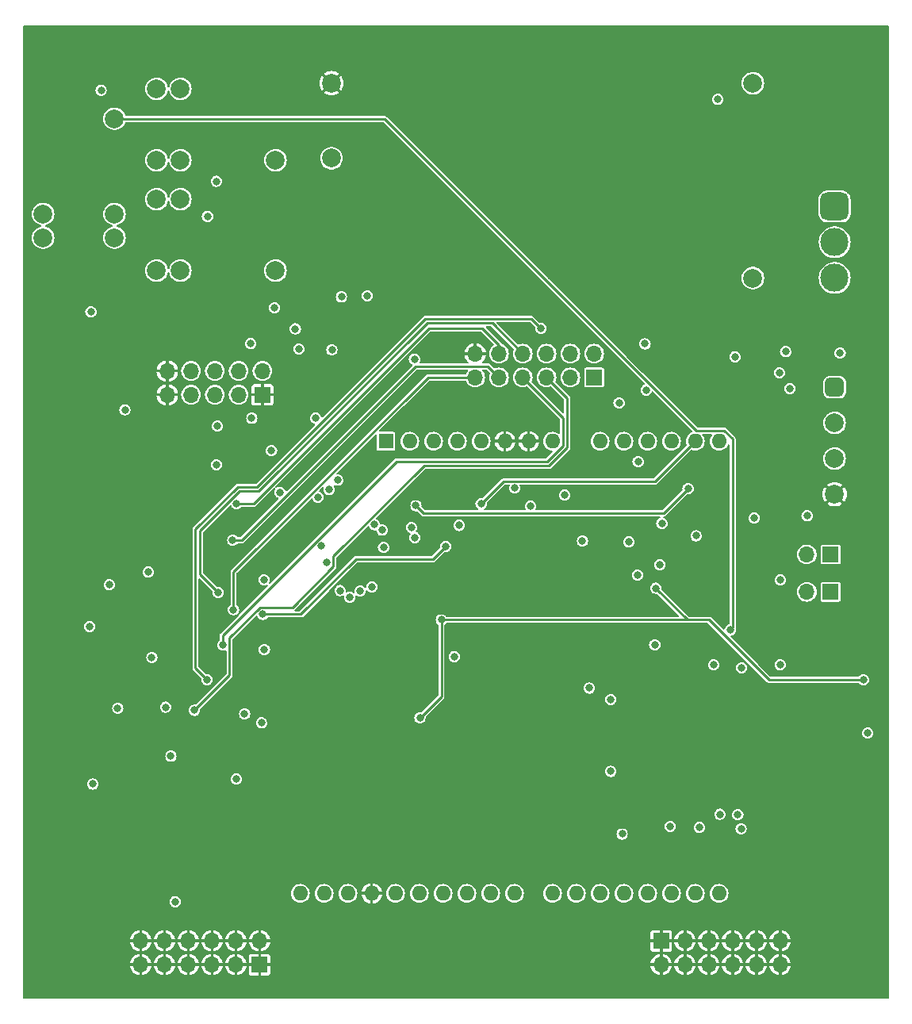
<source format=gbr>
%TF.GenerationSoftware,KiCad,Pcbnew,8.0.1*%
%TF.CreationDate,2024-05-22T14:55:13+02:00*%
%TF.ProjectId,TestBoardArduino,54657374-426f-4617-9264-41726475696e,rev?*%
%TF.SameCoordinates,Original*%
%TF.FileFunction,Copper,L2,Inr*%
%TF.FilePolarity,Positive*%
%FSLAX46Y46*%
G04 Gerber Fmt 4.6, Leading zero omitted, Abs format (unit mm)*
G04 Created by KiCad (PCBNEW 8.0.1) date 2024-05-22 14:55:13*
%MOMM*%
%LPD*%
G01*
G04 APERTURE LIST*
G04 Aperture macros list*
%AMRoundRect*
0 Rectangle with rounded corners*
0 $1 Rounding radius*
0 $2 $3 $4 $5 $6 $7 $8 $9 X,Y pos of 4 corners*
0 Add a 4 corners polygon primitive as box body*
4,1,4,$2,$3,$4,$5,$6,$7,$8,$9,$2,$3,0*
0 Add four circle primitives for the rounded corners*
1,1,$1+$1,$2,$3*
1,1,$1+$1,$4,$5*
1,1,$1+$1,$6,$7*
1,1,$1+$1,$8,$9*
0 Add four rect primitives between the rounded corners*
20,1,$1+$1,$2,$3,$4,$5,0*
20,1,$1+$1,$4,$5,$6,$7,0*
20,1,$1+$1,$6,$7,$8,$9,0*
20,1,$1+$1,$8,$9,$2,$3,0*%
G04 Aperture macros list end*
%TA.AperFunction,ComponentPad*%
%ADD10C,2.000000*%
%TD*%
%TA.AperFunction,ComponentPad*%
%ADD11RoundRect,0.750000X-0.750000X0.750000X-0.750000X-0.750000X0.750000X-0.750000X0.750000X0.750000X0*%
%TD*%
%TA.AperFunction,ComponentPad*%
%ADD12C,3.000000*%
%TD*%
%TA.AperFunction,ComponentPad*%
%ADD13R,1.600000X1.600000*%
%TD*%
%TA.AperFunction,ComponentPad*%
%ADD14O,1.600000X1.600000*%
%TD*%
%TA.AperFunction,ComponentPad*%
%ADD15R,1.700000X1.700000*%
%TD*%
%TA.AperFunction,ComponentPad*%
%ADD16O,1.700000X1.700000*%
%TD*%
%TA.AperFunction,ComponentPad*%
%ADD17RoundRect,0.500000X-0.500000X0.500000X-0.500000X-0.500000X0.500000X-0.500000X0.500000X0.500000X0*%
%TD*%
%TA.AperFunction,ViaPad*%
%ADD18C,0.800000*%
%TD*%
%TA.AperFunction,Conductor*%
%ADD19C,0.250000*%
%TD*%
G04 APERTURE END LIST*
D10*
%TO.N,Net-(J8-Pin_1)*%
%TO.C,PS1*%
X142946347Y-36132800D03*
%TO.N,Net-(J8-Pin_3)*%
X142946347Y-56932800D03*
%TO.N,GND*%
X97946347Y-36132800D03*
%TO.N,Net-(PS1-+Vo)*%
X97946347Y-44132800D03*
%TD*%
D11*
%TO.N,Net-(J8-Pin_1)*%
%TO.C,J8*%
X151662947Y-49301400D03*
D12*
%TO.N,Earth*%
X151662947Y-53111400D03*
%TO.N,Net-(J8-Pin_3)*%
X151662947Y-56921400D03*
%TD*%
D13*
%TO.N,unconnected-(A1-NC-Pad1)*%
%TO.C,A1*%
X103758547Y-74345800D03*
D14*
%TO.N,unconnected-(A1-IOREF-Pad2)*%
X106298547Y-74345800D03*
%TO.N,unconnected-(A1-~{RESET}-Pad3)*%
X108838547Y-74345800D03*
%TO.N,unconnected-(A1-3V3-Pad4)*%
X111378547Y-74345800D03*
%TO.N,unconnected-(A1-+5V-Pad5)*%
X113918547Y-74345800D03*
%TO.N,GND*%
X116458547Y-74345800D03*
X118998547Y-74345800D03*
%TO.N,+12V*%
X121538547Y-74345800D03*
%TO.N,Net-(A1-A0)*%
X126618547Y-74345800D03*
%TO.N,Net-(A1-A1)*%
X129158547Y-74345800D03*
%TO.N,Net-(A1-A2)*%
X131698547Y-74345800D03*
%TO.N,IOUT*%
X134238547Y-74345800D03*
%TO.N,BLE_VDD*%
X136778547Y-74345800D03*
%TO.N,unconnected-(A1-SCL{slash}A5-Pad14)*%
X139318547Y-74345800D03*
%TO.N,Net-(A1-D0{slash}RX)*%
X139318547Y-122605800D03*
%TO.N,Net-(A1-D1{slash}TX)*%
X136778547Y-122605800D03*
%TO.N,Net-(A1-D2)*%
X134238547Y-122605800D03*
%TO.N,Net-(A1-D3)*%
X131698547Y-122605800D03*
%TO.N,Net-(A1-D4)*%
X129158547Y-122605800D03*
%TO.N,S1*%
X126618547Y-122605800D03*
%TO.N,S2*%
X124078547Y-122605800D03*
%TO.N,S3*%
X121538547Y-122605800D03*
%TO.N,Dout*%
X117478547Y-122605800D03*
%TO.N,SHRT_T*%
X114938547Y-122605800D03*
%TO.N,unconnected-(A1-D10-Pad25)*%
X112398547Y-122605800D03*
%TO.N,SHRT_P*%
X109858547Y-122605800D03*
%TO.N,unconnected-(A1-D12-Pad27)*%
X107318547Y-122605800D03*
%TO.N,EN_BAT*%
X104778547Y-122605800D03*
%TO.N,GND*%
X102238547Y-122605800D03*
%TO.N,unconnected-(A1-AREF-Pad30)*%
X99698547Y-122605800D03*
%TO.N,unconnected-(A1-SDA{slash}A4-Pad31)*%
X97158547Y-122605800D03*
%TO.N,unconnected-(A1-SCL{slash}A5-Pad32)*%
X94618547Y-122605800D03*
%TD*%
D10*
%TO.N,Net-(K3-Pad1)*%
%TO.C,K3*%
X79270547Y-48514000D03*
%TO.N,Net-(K3-Pad2)*%
X81810547Y-48514000D03*
%TO.N,+24V*%
X79270547Y-56134000D03*
%TO.N,Net-(D15-A)*%
X81810547Y-56134000D03*
%TO.N,B-*%
X91970547Y-56134000D03*
%TD*%
%TO.N,Net-(K2-Pad1)*%
%TO.C,K2*%
X79270547Y-36738400D03*
%TO.N,Net-(K2-Pad2)*%
X81810547Y-36738400D03*
%TO.N,+24V*%
X79270547Y-44358400D03*
%TO.N,Net-(D14-A)*%
X81810547Y-44358400D03*
%TO.N,T-*%
X91970547Y-44358400D03*
%TD*%
D15*
%TO.N,UART_RX*%
%TO.C,J6*%
X151236547Y-86435800D03*
D16*
%TO.N,RX*%
X148696547Y-86435800D03*
%TD*%
D10*
%TO.N,Net-(Q1-E)*%
%TO.C,K1*%
X74787147Y-39931200D03*
%TO.N,Net-(D13-A)*%
X74787147Y-50091200D03*
%TO.N,+24V*%
X74787147Y-52631200D03*
%TO.N,Net-(K1-Pad2)*%
X67167147Y-50091200D03*
%TO.N,Net-(K1-Pad1)*%
X67167147Y-52631200D03*
%TD*%
D15*
%TO.N,UART_TX*%
%TO.C,J7*%
X151236547Y-90435800D03*
D16*
%TO.N,TX*%
X148696547Y-90435800D03*
%TD*%
D17*
%TO.N,+5VP*%
%TO.C,J5*%
X151662947Y-68580000D03*
D10*
%TO.N,UART_S_TX*%
X151662947Y-72390000D03*
%TO.N,UART_S_RX*%
X151662947Y-76200000D03*
%TO.N,GND*%
X151662947Y-80010000D03*
%TD*%
D15*
%TO.N,GND*%
%TO.C,J2*%
X133146347Y-127685800D03*
D16*
X133146347Y-130225800D03*
X135686347Y-127685800D03*
X135686347Y-130225800D03*
X138226347Y-127685800D03*
X138226347Y-130225800D03*
X140766347Y-127685800D03*
X140766347Y-130225800D03*
X143306347Y-127685800D03*
X143306347Y-130225800D03*
X145846347Y-127685800D03*
X145846347Y-130225800D03*
%TD*%
D15*
%TO.N,GND*%
%TO.C,J3*%
X90575947Y-69392800D03*
D16*
%TO.N,Dout*%
X90575947Y-66852800D03*
%TO.N,VB+*%
X88035947Y-69392800D03*
%TO.N,VB-*%
X88035947Y-66852800D03*
%TO.N,B+*%
X85495947Y-69392800D03*
%TO.N,B-*%
X85495947Y-66852800D03*
%TO.N,T+*%
X82955947Y-69392800D03*
%TO.N,T-*%
X82955947Y-66852800D03*
%TO.N,GND*%
X80415947Y-69392800D03*
X80415947Y-66852800D03*
%TD*%
D15*
%TO.N,VExt*%
%TO.C,J4*%
X125983547Y-67538600D03*
D16*
%TO.N,+BATT*%
X125983547Y-64998600D03*
%TO.N,+RS485*%
X123443547Y-67538600D03*
%TO.N,-RS485*%
X123443547Y-64998600D03*
%TO.N,VCC_MAIN_LPM*%
X120903547Y-67538600D03*
%TO.N,CORE_VDD_LPM*%
X120903547Y-64998600D03*
%TO.N,+1.8VDD_LPM*%
X118363547Y-67538600D03*
%TO.N,+3.0VIO_LPM*%
X118363547Y-64998600D03*
%TO.N,VPP_2V5_LPM*%
X115823547Y-67538600D03*
%TO.N,+1.8VIO_LPM*%
X115823547Y-64998600D03*
%TO.N,BLE_VDD_LPM*%
X113283547Y-67538600D03*
%TO.N,GND*%
X113283547Y-64998600D03*
%TD*%
D15*
%TO.N,GND*%
%TO.C,J1*%
X90271147Y-130225800D03*
D16*
X90271147Y-127685800D03*
X87731147Y-130225800D03*
X87731147Y-127685800D03*
X85191147Y-130225800D03*
X85191147Y-127685800D03*
X82651147Y-130225800D03*
X82651147Y-127685800D03*
X80111147Y-130225800D03*
X80111147Y-127685800D03*
X77571147Y-130225800D03*
X77571147Y-127685800D03*
%TD*%
D18*
%TO.N,+24V*%
X139191547Y-37871400D03*
%TO.N,SHRT_P*%
X81254147Y-123494800D03*
%TO.N,Net-(Q1-E)*%
X138734347Y-98221800D03*
X140512347Y-94513400D03*
%TO.N,Net-(D15-A)*%
X72262547Y-60553600D03*
X72465747Y-110947200D03*
%TO.N,Net-(D14-A)*%
X80796947Y-107975400D03*
%TO.N,Net-(D13-A)*%
X87781947Y-110413800D03*
%TO.N,+BATT*%
X101777347Y-58826400D03*
X99008747Y-58953400D03*
%TO.N,T+*%
X73354747Y-36880800D03*
%TO.N,B-*%
X91871347Y-60107600D03*
%TO.N,Net-(K3-Pad2)*%
X84708547Y-50342800D03*
%TO.N,Net-(K3-Pad1)*%
X85648347Y-46609000D03*
%TO.N,BLE_VDD*%
X113918547Y-81039800D03*
X111581747Y-83337400D03*
X90618700Y-92828953D03*
X110133947Y-85572600D03*
%TO.N,+12V*%
X145846347Y-98196400D03*
%TO.N,S1*%
X102259947Y-89890600D03*
%TO.N,Dout*%
X91541147Y-75361800D03*
%TO.N,Net-(A1-A0)*%
X96494147Y-80314800D03*
%TO.N,S3*%
X99897747Y-91008200D03*
%TO.N,S2*%
X101015347Y-90347800D03*
%TO.N,Net-(A1-A2)*%
X106857347Y-84632800D03*
X130682547Y-76530200D03*
%TO.N,Net-(A1-A1)*%
X119201747Y-81305400D03*
X122833947Y-80111600D03*
X117499947Y-79349600D03*
X97713347Y-79527400D03*
%TO.N,+24V*%
X132562147Y-90043000D03*
X109676747Y-93421200D03*
X129691947Y-85090000D03*
X154736347Y-99796600D03*
X133222547Y-83108800D03*
X107390747Y-103886000D03*
%TO.N,Net-(U1A--)*%
X136880147Y-84445600D03*
X130606347Y-88636600D03*
X132460547Y-96078800D03*
%TO.N,Net-(Q2-B)*%
X132993947Y-87544400D03*
X127761547Y-101920800D03*
%TO.N,-3V3*%
X78383947Y-88315800D03*
X111048347Y-97332800D03*
%TO.N,+5V*%
X155193547Y-105511600D03*
X106958947Y-81229200D03*
X124738947Y-85013800D03*
X141020347Y-65328800D03*
X85648347Y-76860400D03*
X74218347Y-89662000D03*
X136016547Y-79400400D03*
X98602347Y-78511400D03*
%TO.N,Net-(U10--IN)*%
X78764947Y-97434400D03*
X80238147Y-102743000D03*
%TO.N,VCC_MAIN*%
X97408547Y-87249000D03*
X90474347Y-104419400D03*
%TO.N,CORE_VDD*%
X96875147Y-85547200D03*
X88670947Y-103479600D03*
%TO.N,+1.8VDD*%
X103352147Y-83845400D03*
X90779147Y-96596200D03*
%TO.N,+3.0VIO*%
X90728347Y-89128600D03*
X102542203Y-83258889D03*
%TO.N,VPP_2V5*%
X98856347Y-90297000D03*
X103504547Y-85699600D03*
%TO.N,+1.8VIO*%
X92430147Y-79806800D03*
X106476347Y-83540600D03*
%TO.N,Net-(D11-A)*%
X152247147Y-64947800D03*
%TO.N,T+*%
X75894747Y-70993000D03*
%TO.N,VB+*%
X89432947Y-71907400D03*
X96258947Y-71882000D03*
%TO.N,B-*%
X97992747Y-64617600D03*
X94462147Y-64490600D03*
%TO.N,B+*%
X106806547Y-65582800D03*
X85775347Y-72745600D03*
%TO.N,VB-*%
X94081147Y-62357000D03*
X89305947Y-63931800D03*
%TO.N,CORE_VDD_LPM*%
X120319347Y-62331600D03*
X84657747Y-99796600D03*
%TO.N,+1.8VDD_LPM*%
X86334147Y-96113600D03*
%TO.N,VPP_2V5_LPM*%
X87400947Y-84937600D03*
%TO.N,+3.0VIO_LPM*%
X85851547Y-90500200D03*
%TO.N,BLE_VDD_LPM*%
X87477147Y-92329000D03*
%TO.N,VCC_MAIN_LPM*%
X83311547Y-103073200D03*
%TO.N,+RS485*%
X128650547Y-70256400D03*
X131546147Y-68884800D03*
%TO.N,+1.8VIO_LPM*%
X87807347Y-81026000D03*
%TO.N,-RS485*%
X131419147Y-63957200D03*
%TO.N,UART_TX*%
X145871747Y-89154000D03*
X137235747Y-115570000D03*
%TO.N,UART_RX*%
X141731547Y-98526600D03*
%TO.N,RX*%
X146430547Y-64795400D03*
X148716547Y-82321400D03*
%TO.N,TX*%
X146887747Y-68732400D03*
%TO.N,Net-(Q1-B)*%
X125475547Y-100701600D03*
X127761547Y-109591600D03*
%TO.N,Net-(U8-FB)*%
X75121247Y-102838600D03*
X72124047Y-94126400D03*
%TO.N,EN_RX{slash}TX*%
X134111547Y-115468400D03*
X145770147Y-67030600D03*
%TO.N,UART_S_RX*%
X141325147Y-114223800D03*
X143077747Y-82550000D03*
X139420147Y-114173000D03*
%TO.N,UART_S_TX*%
X128980747Y-116281200D03*
X141680747Y-115722400D03*
%TD*%
D19*
%TO.N,Net-(Q1-E)*%
X140766347Y-74091800D02*
X140766347Y-94259400D01*
X139895347Y-73220800D02*
X140766347Y-74091800D01*
X136907452Y-73220800D02*
X139895347Y-73220800D01*
X103617852Y-39931200D02*
X136907452Y-73220800D01*
X74787147Y-39931200D02*
X103617852Y-39931200D01*
X140766347Y-94259400D02*
X140512347Y-94513400D01*
%TO.N,BLE_VDD*%
X100540246Y-86951400D02*
X100374996Y-87116650D01*
X116333747Y-78624600D02*
X113918547Y-81039800D01*
X108755147Y-86951400D02*
X100540246Y-86951400D01*
X132499747Y-78624600D02*
X116333747Y-78624600D01*
X110133947Y-85572600D02*
X108755147Y-86951400D01*
X94662693Y-92828953D02*
X90618700Y-92828953D01*
X136778547Y-74345800D02*
X132499747Y-78624600D01*
X100374996Y-87116650D02*
X94662693Y-92828953D01*
%TO.N,+24V*%
X144652547Y-99796600D02*
X154736347Y-99796600D01*
X109676747Y-93421200D02*
X138277147Y-93421200D01*
X109676747Y-101600000D02*
X109676747Y-93421200D01*
X135940347Y-93421200D02*
X132562147Y-90043000D01*
X107390747Y-103886000D02*
X109676747Y-101600000D01*
X138277147Y-93421200D02*
X144652547Y-99796600D01*
X138277147Y-93421200D02*
X135940347Y-93421200D01*
%TO.N,+5V*%
X106958947Y-81229200D02*
X107760147Y-82030400D01*
X133386547Y-82030400D02*
X136016547Y-79400400D01*
X107760147Y-82030400D02*
X133386547Y-82030400D01*
%TO.N,CORE_VDD_LPM*%
X84657747Y-99796600D02*
X83420347Y-98559200D01*
X87916446Y-79255200D02*
X90008551Y-79255200D01*
X83420347Y-98559200D02*
X83420347Y-83751299D01*
X90008551Y-79255200D02*
X107973551Y-61290200D01*
X107973551Y-61290200D02*
X119277947Y-61290200D01*
X119277947Y-61290200D02*
X120319347Y-62331600D01*
X83420347Y-83751299D02*
X87916446Y-79255200D01*
%TO.N,+1.8VDD_LPM*%
X120972547Y-76512000D02*
X122663547Y-74821000D01*
X86334147Y-95062895D02*
X104885042Y-76512000D01*
X122663547Y-71838600D02*
X118363547Y-67538600D01*
X86334147Y-96113600D02*
X86334147Y-95062895D01*
X104885042Y-76512000D02*
X120972547Y-76512000D01*
X122663547Y-74821000D02*
X122663547Y-71838600D01*
%TO.N,VPP_2V5_LPM*%
X115823547Y-67538600D02*
X114648547Y-66363600D01*
X114648547Y-66363600D02*
X106914747Y-66363600D01*
X88340747Y-84937600D02*
X87400947Y-84937600D01*
X106914747Y-66363600D02*
X88340747Y-84937600D01*
%TO.N,+3.0VIO_LPM*%
X83870347Y-83937695D02*
X83870347Y-88519000D01*
X118363547Y-64998600D02*
X115105147Y-61740200D01*
X88102842Y-79705200D02*
X83870347Y-83937695D01*
X90194947Y-79705200D02*
X88102842Y-79705200D01*
X108159947Y-61740200D02*
X90194947Y-79705200D01*
X83870347Y-88519000D02*
X85851547Y-90500200D01*
X115105147Y-61740200D02*
X108159947Y-61740200D01*
%TO.N,BLE_VDD_LPM*%
X87477147Y-88306495D02*
X87477147Y-92329000D01*
X108245042Y-67538600D02*
X87477147Y-88306495D01*
X113283547Y-67538600D02*
X108245042Y-67538600D01*
%TO.N,VCC_MAIN_LPM*%
X123113547Y-69748600D02*
X123113547Y-75031400D01*
X121182947Y-76962000D02*
X112419947Y-76962000D01*
X93776347Y-92100400D02*
X90296547Y-92100400D01*
X98133547Y-86642240D02*
X98133547Y-87743200D01*
X87059147Y-95337800D02*
X87059147Y-99325600D01*
X123113547Y-75031400D02*
X121182947Y-76962000D01*
X98133547Y-87743200D02*
X93776347Y-92100400D01*
X120903547Y-67538600D02*
X123113547Y-69748600D01*
X112419947Y-76962000D02*
X107813787Y-76962000D01*
X90296547Y-92100400D02*
X87059147Y-95337800D01*
X107813787Y-76962000D02*
X98133547Y-86642240D01*
X87059147Y-99325600D02*
X83311547Y-103073200D01*
%TO.N,+1.8VIO_LPM*%
X87807347Y-81026000D02*
X89636147Y-81026000D01*
X115823547Y-64058800D02*
X115823547Y-64998600D01*
X89636147Y-81026000D02*
X108381347Y-62280800D01*
X108381347Y-62280800D02*
X114045547Y-62280800D01*
X114045547Y-62280800D02*
X115823547Y-64058800D01*
%TD*%
%TA.AperFunction,Conductor*%
%TO.N,GND*%
G36*
X157459191Y-30018907D02*
G01*
X157495155Y-30068407D01*
X157500000Y-30099000D01*
X157500000Y-133733600D01*
X157481093Y-133791791D01*
X157431593Y-133827755D01*
X157401000Y-133832600D01*
X65099000Y-133832600D01*
X65040809Y-133813693D01*
X65004845Y-133764193D01*
X65000000Y-133733600D01*
X65000000Y-130375800D01*
X76430120Y-130375800D01*
X76435885Y-130438016D01*
X76494211Y-130643010D01*
X76589204Y-130833783D01*
X76589209Y-130833792D01*
X76717643Y-131003864D01*
X76717653Y-131003875D01*
X76875142Y-131147447D01*
X76875141Y-131147447D01*
X77056353Y-131259647D01*
X77255088Y-131336638D01*
X77421146Y-131367680D01*
X77421147Y-131367680D01*
X77421147Y-130703245D01*
X77505321Y-130725800D01*
X77636973Y-130725800D01*
X77721147Y-130703245D01*
X77721147Y-131367680D01*
X77887205Y-131336638D01*
X78085940Y-131259647D01*
X78267151Y-131147447D01*
X78424640Y-131003875D01*
X78424650Y-131003864D01*
X78553084Y-130833792D01*
X78553089Y-130833783D01*
X78648082Y-130643010D01*
X78706408Y-130438016D01*
X78712174Y-130375800D01*
X78970120Y-130375800D01*
X78975885Y-130438016D01*
X79034211Y-130643010D01*
X79129204Y-130833783D01*
X79129209Y-130833792D01*
X79257643Y-131003864D01*
X79257653Y-131003875D01*
X79415142Y-131147447D01*
X79415141Y-131147447D01*
X79596353Y-131259647D01*
X79795088Y-131336638D01*
X79961146Y-131367680D01*
X79961147Y-131367680D01*
X79961147Y-130703245D01*
X80045321Y-130725800D01*
X80176973Y-130725800D01*
X80261147Y-130703245D01*
X80261147Y-131367680D01*
X80427205Y-131336638D01*
X80625940Y-131259647D01*
X80807151Y-131147447D01*
X80964640Y-131003875D01*
X80964650Y-131003864D01*
X81093084Y-130833792D01*
X81093089Y-130833783D01*
X81188082Y-130643010D01*
X81246408Y-130438016D01*
X81252174Y-130375800D01*
X81510120Y-130375800D01*
X81515885Y-130438016D01*
X81574211Y-130643010D01*
X81669204Y-130833783D01*
X81669209Y-130833792D01*
X81797643Y-131003864D01*
X81797653Y-131003875D01*
X81955142Y-131147447D01*
X81955141Y-131147447D01*
X82136353Y-131259647D01*
X82335088Y-131336638D01*
X82501146Y-131367680D01*
X82501147Y-131367680D01*
X82501147Y-130703245D01*
X82585321Y-130725800D01*
X82716973Y-130725800D01*
X82801147Y-130703245D01*
X82801147Y-131367680D01*
X82967205Y-131336638D01*
X83165940Y-131259647D01*
X83347151Y-131147447D01*
X83504640Y-131003875D01*
X83504650Y-131003864D01*
X83633084Y-130833792D01*
X83633089Y-130833783D01*
X83728082Y-130643010D01*
X83786408Y-130438016D01*
X83792174Y-130375800D01*
X84050120Y-130375800D01*
X84055885Y-130438016D01*
X84114211Y-130643010D01*
X84209204Y-130833783D01*
X84209209Y-130833792D01*
X84337643Y-131003864D01*
X84337653Y-131003875D01*
X84495142Y-131147447D01*
X84495141Y-131147447D01*
X84676353Y-131259647D01*
X84875088Y-131336638D01*
X85041146Y-131367680D01*
X85041147Y-131367680D01*
X85041147Y-130703245D01*
X85125321Y-130725800D01*
X85256973Y-130725800D01*
X85341147Y-130703245D01*
X85341147Y-131367680D01*
X85507205Y-131336638D01*
X85705940Y-131259647D01*
X85887151Y-131147447D01*
X86044640Y-131003875D01*
X86044650Y-131003864D01*
X86173084Y-130833792D01*
X86173089Y-130833783D01*
X86268082Y-130643010D01*
X86326408Y-130438016D01*
X86332174Y-130375800D01*
X86590120Y-130375800D01*
X86595885Y-130438016D01*
X86654211Y-130643010D01*
X86749204Y-130833783D01*
X86749209Y-130833792D01*
X86877643Y-131003864D01*
X86877653Y-131003875D01*
X87035142Y-131147447D01*
X87035141Y-131147447D01*
X87216353Y-131259647D01*
X87415088Y-131336638D01*
X87581146Y-131367680D01*
X87581147Y-131367680D01*
X87581147Y-130703245D01*
X87665321Y-130725800D01*
X87796973Y-130725800D01*
X87881147Y-130703245D01*
X87881147Y-131367680D01*
X88047205Y-131336638D01*
X88245940Y-131259647D01*
X88427151Y-131147447D01*
X88584640Y-131003875D01*
X88584650Y-131003864D01*
X88713084Y-130833792D01*
X88713089Y-130833783D01*
X88808082Y-130643010D01*
X88866408Y-130438016D01*
X88872174Y-130375800D01*
X88208592Y-130375800D01*
X88231147Y-130291626D01*
X88231147Y-130159974D01*
X88208592Y-130075800D01*
X88872173Y-130075800D01*
X88872173Y-130075799D01*
X89121147Y-130075799D01*
X89121148Y-130075800D01*
X89793702Y-130075800D01*
X89771147Y-130159974D01*
X89771147Y-130291626D01*
X89793702Y-130375800D01*
X89121149Y-130375800D01*
X89121148Y-130375801D01*
X89121148Y-131120591D01*
X89124056Y-131145674D01*
X89169360Y-131248277D01*
X89248669Y-131327586D01*
X89351274Y-131372890D01*
X89376350Y-131375799D01*
X90121145Y-131375799D01*
X90121147Y-131375798D01*
X90121147Y-130703245D01*
X90205321Y-130725800D01*
X90336973Y-130725800D01*
X90421147Y-130703245D01*
X90421147Y-131375798D01*
X90421148Y-131375799D01*
X91165937Y-131375799D01*
X91165938Y-131375798D01*
X91191021Y-131372890D01*
X91293624Y-131327586D01*
X91372933Y-131248277D01*
X91418237Y-131145672D01*
X91421146Y-131120597D01*
X91421147Y-131120595D01*
X91421147Y-130375801D01*
X91421146Y-130375800D01*
X132005320Y-130375800D01*
X132011085Y-130438016D01*
X132069411Y-130643010D01*
X132164404Y-130833783D01*
X132164409Y-130833792D01*
X132292843Y-131003864D01*
X132292853Y-131003875D01*
X132450342Y-131147447D01*
X132450341Y-131147447D01*
X132631553Y-131259647D01*
X132830288Y-131336638D01*
X132996346Y-131367680D01*
X132996347Y-131367680D01*
X132996347Y-130703245D01*
X133080521Y-130725800D01*
X133212173Y-130725800D01*
X133296347Y-130703245D01*
X133296347Y-131367680D01*
X133462405Y-131336638D01*
X133661140Y-131259647D01*
X133842351Y-131147447D01*
X133999840Y-131003875D01*
X133999850Y-131003864D01*
X134128284Y-130833792D01*
X134128289Y-130833783D01*
X134223282Y-130643010D01*
X134281608Y-130438016D01*
X134287374Y-130375800D01*
X134545320Y-130375800D01*
X134551085Y-130438016D01*
X134609411Y-130643010D01*
X134704404Y-130833783D01*
X134704409Y-130833792D01*
X134832843Y-131003864D01*
X134832853Y-131003875D01*
X134990342Y-131147447D01*
X134990341Y-131147447D01*
X135171553Y-131259647D01*
X135370288Y-131336638D01*
X135536347Y-131367680D01*
X135536347Y-130703245D01*
X135620521Y-130725800D01*
X135752173Y-130725800D01*
X135836347Y-130703245D01*
X135836347Y-131367680D01*
X136002405Y-131336638D01*
X136201140Y-131259647D01*
X136382351Y-131147447D01*
X136539840Y-131003875D01*
X136539850Y-131003864D01*
X136668284Y-130833792D01*
X136668289Y-130833783D01*
X136763282Y-130643010D01*
X136821608Y-130438016D01*
X136827374Y-130375800D01*
X137085320Y-130375800D01*
X137091085Y-130438016D01*
X137149411Y-130643010D01*
X137244404Y-130833783D01*
X137244409Y-130833792D01*
X137372843Y-131003864D01*
X137372853Y-131003875D01*
X137530342Y-131147447D01*
X137530341Y-131147447D01*
X137711553Y-131259647D01*
X137910288Y-131336638D01*
X138076347Y-131367680D01*
X138076347Y-130703245D01*
X138160521Y-130725800D01*
X138292173Y-130725800D01*
X138376347Y-130703245D01*
X138376347Y-131367680D01*
X138542405Y-131336638D01*
X138741140Y-131259647D01*
X138922351Y-131147447D01*
X139079840Y-131003875D01*
X139079850Y-131003864D01*
X139208284Y-130833792D01*
X139208289Y-130833783D01*
X139303282Y-130643010D01*
X139361608Y-130438016D01*
X139367374Y-130375800D01*
X139625320Y-130375800D01*
X139631085Y-130438016D01*
X139689411Y-130643010D01*
X139784404Y-130833783D01*
X139784409Y-130833792D01*
X139912843Y-131003864D01*
X139912853Y-131003875D01*
X140070342Y-131147447D01*
X140070341Y-131147447D01*
X140251553Y-131259647D01*
X140450288Y-131336638D01*
X140616347Y-131367680D01*
X140616347Y-130703245D01*
X140700521Y-130725800D01*
X140832173Y-130725800D01*
X140916347Y-130703245D01*
X140916347Y-131367680D01*
X141082405Y-131336638D01*
X141281140Y-131259647D01*
X141462351Y-131147447D01*
X141619840Y-131003875D01*
X141619850Y-131003864D01*
X141748284Y-130833792D01*
X141748289Y-130833783D01*
X141843282Y-130643010D01*
X141901608Y-130438016D01*
X141907374Y-130375800D01*
X142165320Y-130375800D01*
X142171085Y-130438016D01*
X142229411Y-130643010D01*
X142324404Y-130833783D01*
X142324409Y-130833792D01*
X142452843Y-131003864D01*
X142452853Y-131003875D01*
X142610342Y-131147447D01*
X142610341Y-131147447D01*
X142791553Y-131259647D01*
X142990288Y-131336638D01*
X143156347Y-131367680D01*
X143156347Y-130703245D01*
X143240521Y-130725800D01*
X143372173Y-130725800D01*
X143456347Y-130703245D01*
X143456347Y-131367680D01*
X143622405Y-131336638D01*
X143821140Y-131259647D01*
X144002351Y-131147447D01*
X144159840Y-131003875D01*
X144159850Y-131003864D01*
X144288284Y-130833792D01*
X144288289Y-130833783D01*
X144383282Y-130643010D01*
X144441608Y-130438016D01*
X144447374Y-130375800D01*
X144705320Y-130375800D01*
X144711085Y-130438016D01*
X144769411Y-130643010D01*
X144864404Y-130833783D01*
X144864409Y-130833792D01*
X144992843Y-131003864D01*
X144992853Y-131003875D01*
X145150342Y-131147447D01*
X145150341Y-131147447D01*
X145331553Y-131259647D01*
X145530288Y-131336638D01*
X145696346Y-131367680D01*
X145696347Y-131367680D01*
X145696347Y-130703245D01*
X145780521Y-130725800D01*
X145912173Y-130725800D01*
X145996347Y-130703245D01*
X145996347Y-131367680D01*
X146162405Y-131336638D01*
X146361140Y-131259647D01*
X146542351Y-131147447D01*
X146699840Y-131003875D01*
X146699850Y-131003864D01*
X146828284Y-130833792D01*
X146828289Y-130833783D01*
X146923282Y-130643010D01*
X146981608Y-130438016D01*
X146987374Y-130375800D01*
X146323792Y-130375800D01*
X146346347Y-130291626D01*
X146346347Y-130159974D01*
X146323792Y-130075800D01*
X146987373Y-130075800D01*
X146981608Y-130013583D01*
X146923282Y-129808589D01*
X146828289Y-129617816D01*
X146828284Y-129617807D01*
X146699850Y-129447735D01*
X146699840Y-129447724D01*
X146542351Y-129304152D01*
X146542352Y-129304152D01*
X146361140Y-129191952D01*
X146162408Y-129114962D01*
X146162402Y-129114960D01*
X145996347Y-129083918D01*
X145996347Y-129748354D01*
X145912173Y-129725800D01*
X145780521Y-129725800D01*
X145696347Y-129748354D01*
X145696347Y-129083919D01*
X145696346Y-129083918D01*
X145530291Y-129114960D01*
X145530285Y-129114962D01*
X145331553Y-129191952D01*
X145150342Y-129304152D01*
X144992853Y-129447724D01*
X144992843Y-129447735D01*
X144864409Y-129617807D01*
X144864404Y-129617816D01*
X144769411Y-129808589D01*
X144711085Y-130013583D01*
X144705320Y-130075800D01*
X145368902Y-130075800D01*
X145346347Y-130159974D01*
X145346347Y-130291626D01*
X145368902Y-130375800D01*
X144705320Y-130375800D01*
X144447374Y-130375800D01*
X143783792Y-130375800D01*
X143806347Y-130291626D01*
X143806347Y-130159974D01*
X143783792Y-130075800D01*
X144447373Y-130075800D01*
X144441608Y-130013583D01*
X144383282Y-129808589D01*
X144288289Y-129617816D01*
X144288284Y-129617807D01*
X144159850Y-129447735D01*
X144159840Y-129447724D01*
X144002351Y-129304152D01*
X144002352Y-129304152D01*
X143821140Y-129191952D01*
X143622408Y-129114962D01*
X143622402Y-129114960D01*
X143456347Y-129083918D01*
X143456347Y-129748354D01*
X143372173Y-129725800D01*
X143240521Y-129725800D01*
X143156347Y-129748354D01*
X143156347Y-129083919D01*
X143156346Y-129083918D01*
X142990291Y-129114960D01*
X142990285Y-129114962D01*
X142791553Y-129191952D01*
X142610342Y-129304152D01*
X142452853Y-129447724D01*
X142452843Y-129447735D01*
X142324409Y-129617807D01*
X142324404Y-129617816D01*
X142229411Y-129808589D01*
X142171085Y-130013583D01*
X142165320Y-130075800D01*
X142828902Y-130075800D01*
X142806347Y-130159974D01*
X142806347Y-130291626D01*
X142828902Y-130375800D01*
X142165320Y-130375800D01*
X141907374Y-130375800D01*
X141243792Y-130375800D01*
X141266347Y-130291626D01*
X141266347Y-130159974D01*
X141243792Y-130075800D01*
X141907373Y-130075800D01*
X141901608Y-130013583D01*
X141843282Y-129808589D01*
X141748289Y-129617816D01*
X141748284Y-129617807D01*
X141619850Y-129447735D01*
X141619840Y-129447724D01*
X141462351Y-129304152D01*
X141462352Y-129304152D01*
X141281140Y-129191952D01*
X141082408Y-129114962D01*
X141082402Y-129114960D01*
X140916347Y-129083918D01*
X140916347Y-129748354D01*
X140832173Y-129725800D01*
X140700521Y-129725800D01*
X140616347Y-129748354D01*
X140616347Y-129083919D01*
X140616346Y-129083918D01*
X140450291Y-129114960D01*
X140450285Y-129114962D01*
X140251553Y-129191952D01*
X140070342Y-129304152D01*
X139912853Y-129447724D01*
X139912843Y-129447735D01*
X139784409Y-129617807D01*
X139784404Y-129617816D01*
X139689411Y-129808589D01*
X139631085Y-130013583D01*
X139625320Y-130075800D01*
X140288902Y-130075800D01*
X140266347Y-130159974D01*
X140266347Y-130291626D01*
X140288902Y-130375800D01*
X139625320Y-130375800D01*
X139367374Y-130375800D01*
X138703792Y-130375800D01*
X138726347Y-130291626D01*
X138726347Y-130159974D01*
X138703792Y-130075800D01*
X139367373Y-130075800D01*
X139361608Y-130013583D01*
X139303282Y-129808589D01*
X139208289Y-129617816D01*
X139208284Y-129617807D01*
X139079850Y-129447735D01*
X139079840Y-129447724D01*
X138922351Y-129304152D01*
X138922352Y-129304152D01*
X138741140Y-129191952D01*
X138542408Y-129114962D01*
X138542402Y-129114960D01*
X138376347Y-129083918D01*
X138376347Y-129748354D01*
X138292173Y-129725800D01*
X138160521Y-129725800D01*
X138076347Y-129748354D01*
X138076347Y-129083919D01*
X138076346Y-129083918D01*
X137910291Y-129114960D01*
X137910285Y-129114962D01*
X137711553Y-129191952D01*
X137530342Y-129304152D01*
X137372853Y-129447724D01*
X137372843Y-129447735D01*
X137244409Y-129617807D01*
X137244404Y-129617816D01*
X137149411Y-129808589D01*
X137091085Y-130013583D01*
X137085320Y-130075800D01*
X137748902Y-130075800D01*
X137726347Y-130159974D01*
X137726347Y-130291626D01*
X137748902Y-130375800D01*
X137085320Y-130375800D01*
X136827374Y-130375800D01*
X136163792Y-130375800D01*
X136186347Y-130291626D01*
X136186347Y-130159974D01*
X136163792Y-130075800D01*
X136827373Y-130075800D01*
X136821608Y-130013583D01*
X136763282Y-129808589D01*
X136668289Y-129617816D01*
X136668284Y-129617807D01*
X136539850Y-129447735D01*
X136539840Y-129447724D01*
X136382351Y-129304152D01*
X136382352Y-129304152D01*
X136201140Y-129191952D01*
X136002408Y-129114962D01*
X136002402Y-129114960D01*
X135836347Y-129083918D01*
X135836347Y-129748354D01*
X135752173Y-129725800D01*
X135620521Y-129725800D01*
X135536347Y-129748354D01*
X135536347Y-129083919D01*
X135536346Y-129083918D01*
X135370291Y-129114960D01*
X135370285Y-129114962D01*
X135171553Y-129191952D01*
X134990342Y-129304152D01*
X134832853Y-129447724D01*
X134832843Y-129447735D01*
X134704409Y-129617807D01*
X134704404Y-129617816D01*
X134609411Y-129808589D01*
X134551085Y-130013583D01*
X134545320Y-130075800D01*
X135208902Y-130075800D01*
X135186347Y-130159974D01*
X135186347Y-130291626D01*
X135208902Y-130375800D01*
X134545320Y-130375800D01*
X134287374Y-130375800D01*
X133623792Y-130375800D01*
X133646347Y-130291626D01*
X133646347Y-130159974D01*
X133623792Y-130075800D01*
X134287373Y-130075800D01*
X134281608Y-130013583D01*
X134223282Y-129808589D01*
X134128289Y-129617816D01*
X134128284Y-129617807D01*
X133999850Y-129447735D01*
X133999840Y-129447724D01*
X133842351Y-129304152D01*
X133842352Y-129304152D01*
X133661140Y-129191952D01*
X133462408Y-129114962D01*
X133462402Y-129114960D01*
X133296347Y-129083918D01*
X133296347Y-129748354D01*
X133212173Y-129725800D01*
X133080521Y-129725800D01*
X132996347Y-129748354D01*
X132996347Y-129083919D01*
X132996346Y-129083918D01*
X132830291Y-129114960D01*
X132830285Y-129114962D01*
X132631553Y-129191952D01*
X132450342Y-129304152D01*
X132292853Y-129447724D01*
X132292843Y-129447735D01*
X132164409Y-129617807D01*
X132164404Y-129617816D01*
X132069411Y-129808589D01*
X132011085Y-130013583D01*
X132005320Y-130075800D01*
X132668902Y-130075800D01*
X132646347Y-130159974D01*
X132646347Y-130291626D01*
X132668902Y-130375800D01*
X132005320Y-130375800D01*
X91421146Y-130375800D01*
X90748592Y-130375800D01*
X90771147Y-130291626D01*
X90771147Y-130159974D01*
X90748592Y-130075800D01*
X91421145Y-130075800D01*
X91421146Y-130075799D01*
X91421146Y-129331010D01*
X91421145Y-129331008D01*
X91418237Y-129305925D01*
X91372933Y-129203322D01*
X91293624Y-129124013D01*
X91191019Y-129078709D01*
X91165944Y-129075800D01*
X90421148Y-129075800D01*
X90421147Y-129075801D01*
X90421147Y-129748354D01*
X90336973Y-129725800D01*
X90205321Y-129725800D01*
X90121147Y-129748354D01*
X90121147Y-129075801D01*
X90121146Y-129075800D01*
X89376357Y-129075800D01*
X89376354Y-129075801D01*
X89351272Y-129078709D01*
X89248669Y-129124013D01*
X89169360Y-129203322D01*
X89124056Y-129305927D01*
X89121147Y-129331002D01*
X89121147Y-130075799D01*
X88872173Y-130075799D01*
X88866408Y-130013583D01*
X88808082Y-129808589D01*
X88713089Y-129617816D01*
X88713084Y-129617807D01*
X88584650Y-129447735D01*
X88584640Y-129447724D01*
X88427151Y-129304152D01*
X88427152Y-129304152D01*
X88245940Y-129191952D01*
X88047208Y-129114962D01*
X88047202Y-129114960D01*
X87881147Y-129083918D01*
X87881147Y-129748354D01*
X87796973Y-129725800D01*
X87665321Y-129725800D01*
X87581147Y-129748354D01*
X87581147Y-129083919D01*
X87581146Y-129083918D01*
X87415091Y-129114960D01*
X87415085Y-129114962D01*
X87216353Y-129191952D01*
X87035142Y-129304152D01*
X86877653Y-129447724D01*
X86877643Y-129447735D01*
X86749209Y-129617807D01*
X86749204Y-129617816D01*
X86654211Y-129808589D01*
X86595885Y-130013583D01*
X86590120Y-130075800D01*
X87253702Y-130075800D01*
X87231147Y-130159974D01*
X87231147Y-130291626D01*
X87253702Y-130375800D01*
X86590120Y-130375800D01*
X86332174Y-130375800D01*
X85668592Y-130375800D01*
X85691147Y-130291626D01*
X85691147Y-130159974D01*
X85668592Y-130075800D01*
X86332173Y-130075800D01*
X86326408Y-130013583D01*
X86268082Y-129808589D01*
X86173089Y-129617816D01*
X86173084Y-129617807D01*
X86044650Y-129447735D01*
X86044640Y-129447724D01*
X85887151Y-129304152D01*
X85887152Y-129304152D01*
X85705940Y-129191952D01*
X85507208Y-129114962D01*
X85507202Y-129114960D01*
X85341147Y-129083918D01*
X85341147Y-129748354D01*
X85256973Y-129725800D01*
X85125321Y-129725800D01*
X85041147Y-129748354D01*
X85041147Y-129083919D01*
X85041146Y-129083918D01*
X84875091Y-129114960D01*
X84875085Y-129114962D01*
X84676353Y-129191952D01*
X84495142Y-129304152D01*
X84337653Y-129447724D01*
X84337643Y-129447735D01*
X84209209Y-129617807D01*
X84209204Y-129617816D01*
X84114211Y-129808589D01*
X84055885Y-130013583D01*
X84050120Y-130075800D01*
X84713702Y-130075800D01*
X84691147Y-130159974D01*
X84691147Y-130291626D01*
X84713702Y-130375800D01*
X84050120Y-130375800D01*
X83792174Y-130375800D01*
X83128592Y-130375800D01*
X83151147Y-130291626D01*
X83151147Y-130159974D01*
X83128592Y-130075800D01*
X83792173Y-130075800D01*
X83786408Y-130013583D01*
X83728082Y-129808589D01*
X83633089Y-129617816D01*
X83633084Y-129617807D01*
X83504650Y-129447735D01*
X83504640Y-129447724D01*
X83347151Y-129304152D01*
X83347152Y-129304152D01*
X83165940Y-129191952D01*
X82967208Y-129114962D01*
X82967202Y-129114960D01*
X82801147Y-129083918D01*
X82801147Y-129748354D01*
X82716973Y-129725800D01*
X82585321Y-129725800D01*
X82501147Y-129748354D01*
X82501147Y-129083919D01*
X82501146Y-129083918D01*
X82335091Y-129114960D01*
X82335085Y-129114962D01*
X82136353Y-129191952D01*
X81955142Y-129304152D01*
X81797653Y-129447724D01*
X81797643Y-129447735D01*
X81669209Y-129617807D01*
X81669204Y-129617816D01*
X81574211Y-129808589D01*
X81515885Y-130013583D01*
X81510120Y-130075800D01*
X82173702Y-130075800D01*
X82151147Y-130159974D01*
X82151147Y-130291626D01*
X82173702Y-130375800D01*
X81510120Y-130375800D01*
X81252174Y-130375800D01*
X80588592Y-130375800D01*
X80611147Y-130291626D01*
X80611147Y-130159974D01*
X80588592Y-130075800D01*
X81252173Y-130075800D01*
X81246408Y-130013583D01*
X81188082Y-129808589D01*
X81093089Y-129617816D01*
X81093084Y-129617807D01*
X80964650Y-129447735D01*
X80964640Y-129447724D01*
X80807151Y-129304152D01*
X80807152Y-129304152D01*
X80625940Y-129191952D01*
X80427208Y-129114962D01*
X80427202Y-129114960D01*
X80261147Y-129083918D01*
X80261147Y-129748354D01*
X80176973Y-129725800D01*
X80045321Y-129725800D01*
X79961147Y-129748354D01*
X79961147Y-129083919D01*
X79961146Y-129083918D01*
X79795091Y-129114960D01*
X79795085Y-129114962D01*
X79596353Y-129191952D01*
X79415142Y-129304152D01*
X79257653Y-129447724D01*
X79257643Y-129447735D01*
X79129209Y-129617807D01*
X79129204Y-129617816D01*
X79034211Y-129808589D01*
X78975885Y-130013583D01*
X78970120Y-130075800D01*
X79633702Y-130075800D01*
X79611147Y-130159974D01*
X79611147Y-130291626D01*
X79633702Y-130375800D01*
X78970120Y-130375800D01*
X78712174Y-130375800D01*
X78048592Y-130375800D01*
X78071147Y-130291626D01*
X78071147Y-130159974D01*
X78048592Y-130075800D01*
X78712173Y-130075800D01*
X78706408Y-130013583D01*
X78648082Y-129808589D01*
X78553089Y-129617816D01*
X78553084Y-129617807D01*
X78424650Y-129447735D01*
X78424640Y-129447724D01*
X78267151Y-129304152D01*
X78267152Y-129304152D01*
X78085940Y-129191952D01*
X77887208Y-129114962D01*
X77887202Y-129114960D01*
X77721147Y-129083918D01*
X77721147Y-129748354D01*
X77636973Y-129725800D01*
X77505321Y-129725800D01*
X77421147Y-129748354D01*
X77421147Y-129083919D01*
X77421146Y-129083918D01*
X77255091Y-129114960D01*
X77255085Y-129114962D01*
X77056353Y-129191952D01*
X76875142Y-129304152D01*
X76717653Y-129447724D01*
X76717643Y-129447735D01*
X76589209Y-129617807D01*
X76589204Y-129617816D01*
X76494211Y-129808589D01*
X76435885Y-130013583D01*
X76430120Y-130075800D01*
X77093702Y-130075800D01*
X77071147Y-130159974D01*
X77071147Y-130291626D01*
X77093702Y-130375800D01*
X76430120Y-130375800D01*
X65000000Y-130375800D01*
X65000000Y-127835800D01*
X76430120Y-127835800D01*
X76435885Y-127898016D01*
X76494211Y-128103010D01*
X76589204Y-128293783D01*
X76589209Y-128293792D01*
X76717643Y-128463864D01*
X76717653Y-128463875D01*
X76875142Y-128607447D01*
X76875141Y-128607447D01*
X77056353Y-128719647D01*
X77255088Y-128796638D01*
X77421146Y-128827680D01*
X77421147Y-128827680D01*
X77421147Y-128163245D01*
X77505321Y-128185800D01*
X77636973Y-128185800D01*
X77721147Y-128163245D01*
X77721147Y-128827680D01*
X77887205Y-128796638D01*
X78085940Y-128719647D01*
X78267151Y-128607447D01*
X78424640Y-128463875D01*
X78424650Y-128463864D01*
X78553084Y-128293792D01*
X78553089Y-128293783D01*
X78648082Y-128103010D01*
X78706408Y-127898016D01*
X78712174Y-127835800D01*
X78970120Y-127835800D01*
X78975885Y-127898016D01*
X79034211Y-128103010D01*
X79129204Y-128293783D01*
X79129209Y-128293792D01*
X79257643Y-128463864D01*
X79257653Y-128463875D01*
X79415142Y-128607447D01*
X79415141Y-128607447D01*
X79596353Y-128719647D01*
X79795088Y-128796638D01*
X79961146Y-128827680D01*
X79961147Y-128827680D01*
X79961147Y-128163245D01*
X80045321Y-128185800D01*
X80176973Y-128185800D01*
X80261147Y-128163245D01*
X80261147Y-128827680D01*
X80427205Y-128796638D01*
X80625940Y-128719647D01*
X80807151Y-128607447D01*
X80964640Y-128463875D01*
X80964650Y-128463864D01*
X81093084Y-128293792D01*
X81093089Y-128293783D01*
X81188082Y-128103010D01*
X81246408Y-127898016D01*
X81252174Y-127835800D01*
X81510120Y-127835800D01*
X81515885Y-127898016D01*
X81574211Y-128103010D01*
X81669204Y-128293783D01*
X81669209Y-128293792D01*
X81797643Y-128463864D01*
X81797653Y-128463875D01*
X81955142Y-128607447D01*
X81955141Y-128607447D01*
X82136353Y-128719647D01*
X82335088Y-128796638D01*
X82501146Y-128827680D01*
X82501147Y-128827680D01*
X82501147Y-128163245D01*
X82585321Y-128185800D01*
X82716973Y-128185800D01*
X82801147Y-128163245D01*
X82801147Y-128827680D01*
X82967205Y-128796638D01*
X83165940Y-128719647D01*
X83347151Y-128607447D01*
X83504640Y-128463875D01*
X83504650Y-128463864D01*
X83633084Y-128293792D01*
X83633089Y-128293783D01*
X83728082Y-128103010D01*
X83786408Y-127898016D01*
X83792174Y-127835800D01*
X84050120Y-127835800D01*
X84055885Y-127898016D01*
X84114211Y-128103010D01*
X84209204Y-128293783D01*
X84209209Y-128293792D01*
X84337643Y-128463864D01*
X84337653Y-128463875D01*
X84495142Y-128607447D01*
X84495141Y-128607447D01*
X84676353Y-128719647D01*
X84875088Y-128796638D01*
X85041146Y-128827680D01*
X85041147Y-128827680D01*
X85041147Y-128163245D01*
X85125321Y-128185800D01*
X85256973Y-128185800D01*
X85341147Y-128163245D01*
X85341147Y-128827680D01*
X85507205Y-128796638D01*
X85705940Y-128719647D01*
X85887151Y-128607447D01*
X86044640Y-128463875D01*
X86044650Y-128463864D01*
X86173084Y-128293792D01*
X86173089Y-128293783D01*
X86268082Y-128103010D01*
X86326408Y-127898016D01*
X86332174Y-127835800D01*
X86590120Y-127835800D01*
X86595885Y-127898016D01*
X86654211Y-128103010D01*
X86749204Y-128293783D01*
X86749209Y-128293792D01*
X86877643Y-128463864D01*
X86877653Y-128463875D01*
X87035142Y-128607447D01*
X87035141Y-128607447D01*
X87216353Y-128719647D01*
X87415088Y-128796638D01*
X87581146Y-128827680D01*
X87581147Y-128827680D01*
X87581147Y-128163245D01*
X87665321Y-128185800D01*
X87796973Y-128185800D01*
X87881147Y-128163245D01*
X87881147Y-128827680D01*
X88047205Y-128796638D01*
X88245940Y-128719647D01*
X88427151Y-128607447D01*
X88584640Y-128463875D01*
X88584650Y-128463864D01*
X88713084Y-128293792D01*
X88713089Y-128293783D01*
X88808082Y-128103010D01*
X88866408Y-127898016D01*
X88872174Y-127835800D01*
X89130120Y-127835800D01*
X89135885Y-127898016D01*
X89194211Y-128103010D01*
X89289204Y-128293783D01*
X89289209Y-128293792D01*
X89417643Y-128463864D01*
X89417653Y-128463875D01*
X89575142Y-128607447D01*
X89575141Y-128607447D01*
X89756353Y-128719647D01*
X89955088Y-128796638D01*
X90121146Y-128827680D01*
X90121147Y-128827680D01*
X90121147Y-128163245D01*
X90205321Y-128185800D01*
X90336973Y-128185800D01*
X90421147Y-128163245D01*
X90421147Y-128827680D01*
X90587205Y-128796638D01*
X90785940Y-128719647D01*
X90967151Y-128607447D01*
X91124640Y-128463875D01*
X91124650Y-128463864D01*
X91253084Y-128293792D01*
X91253089Y-128293783D01*
X91348082Y-128103010D01*
X91406408Y-127898016D01*
X91412174Y-127835800D01*
X90748592Y-127835800D01*
X90771147Y-127751626D01*
X90771147Y-127619974D01*
X90748592Y-127535800D01*
X91412173Y-127535800D01*
X91412173Y-127535799D01*
X131996347Y-127535799D01*
X131996348Y-127535800D01*
X132668902Y-127535800D01*
X132646347Y-127619974D01*
X132646347Y-127751626D01*
X132668902Y-127835800D01*
X131996349Y-127835800D01*
X131996348Y-127835801D01*
X131996348Y-128580591D01*
X131999256Y-128605674D01*
X132044560Y-128708277D01*
X132123869Y-128787586D01*
X132226474Y-128832890D01*
X132251550Y-128835799D01*
X132996345Y-128835799D01*
X132996347Y-128835798D01*
X132996347Y-128163245D01*
X133080521Y-128185800D01*
X133212173Y-128185800D01*
X133296347Y-128163245D01*
X133296347Y-128835798D01*
X133296348Y-128835799D01*
X134041137Y-128835799D01*
X134041138Y-128835798D01*
X134066221Y-128832890D01*
X134168824Y-128787586D01*
X134248133Y-128708277D01*
X134293437Y-128605672D01*
X134296346Y-128580597D01*
X134296347Y-128580595D01*
X134296347Y-127835801D01*
X134296346Y-127835800D01*
X134545320Y-127835800D01*
X134551085Y-127898016D01*
X134609411Y-128103010D01*
X134704404Y-128293783D01*
X134704409Y-128293792D01*
X134832843Y-128463864D01*
X134832853Y-128463875D01*
X134990342Y-128607447D01*
X134990341Y-128607447D01*
X135171553Y-128719647D01*
X135370288Y-128796638D01*
X135536347Y-128827680D01*
X135536347Y-128163245D01*
X135620521Y-128185800D01*
X135752173Y-128185800D01*
X135836347Y-128163245D01*
X135836347Y-128827680D01*
X136002405Y-128796638D01*
X136201140Y-128719647D01*
X136382351Y-128607447D01*
X136539840Y-128463875D01*
X136539850Y-128463864D01*
X136668284Y-128293792D01*
X136668289Y-128293783D01*
X136763282Y-128103010D01*
X136821608Y-127898016D01*
X136827374Y-127835800D01*
X137085320Y-127835800D01*
X137091085Y-127898016D01*
X137149411Y-128103010D01*
X137244404Y-128293783D01*
X137244409Y-128293792D01*
X137372843Y-128463864D01*
X137372853Y-128463875D01*
X137530342Y-128607447D01*
X137530341Y-128607447D01*
X137711553Y-128719647D01*
X137910288Y-128796638D01*
X138076347Y-128827680D01*
X138076347Y-128163245D01*
X138160521Y-128185800D01*
X138292173Y-128185800D01*
X138376347Y-128163245D01*
X138376347Y-128827680D01*
X138542405Y-128796638D01*
X138741140Y-128719647D01*
X138922351Y-128607447D01*
X139079840Y-128463875D01*
X139079850Y-128463864D01*
X139208284Y-128293792D01*
X139208289Y-128293783D01*
X139303282Y-128103010D01*
X139361608Y-127898016D01*
X139367374Y-127835800D01*
X139625320Y-127835800D01*
X139631085Y-127898016D01*
X139689411Y-128103010D01*
X139784404Y-128293783D01*
X139784409Y-128293792D01*
X139912843Y-128463864D01*
X139912853Y-128463875D01*
X140070342Y-128607447D01*
X140070341Y-128607447D01*
X140251553Y-128719647D01*
X140450288Y-128796638D01*
X140616347Y-128827680D01*
X140616347Y-128163245D01*
X140700521Y-128185800D01*
X140832173Y-128185800D01*
X140916347Y-128163245D01*
X140916347Y-128827680D01*
X141082405Y-128796638D01*
X141281140Y-128719647D01*
X141462351Y-128607447D01*
X141619840Y-128463875D01*
X141619850Y-128463864D01*
X141748284Y-128293792D01*
X141748289Y-128293783D01*
X141843282Y-128103010D01*
X141901608Y-127898016D01*
X141907374Y-127835800D01*
X142165320Y-127835800D01*
X142171085Y-127898016D01*
X142229411Y-128103010D01*
X142324404Y-128293783D01*
X142324409Y-128293792D01*
X142452843Y-128463864D01*
X142452853Y-128463875D01*
X142610342Y-128607447D01*
X142610341Y-128607447D01*
X142791553Y-128719647D01*
X142990288Y-128796638D01*
X143156347Y-128827680D01*
X143156347Y-128163245D01*
X143240521Y-128185800D01*
X143372173Y-128185800D01*
X143456347Y-128163245D01*
X143456347Y-128827680D01*
X143622405Y-128796638D01*
X143821140Y-128719647D01*
X144002351Y-128607447D01*
X144159840Y-128463875D01*
X144159850Y-128463864D01*
X144288284Y-128293792D01*
X144288289Y-128293783D01*
X144383282Y-128103010D01*
X144441608Y-127898016D01*
X144447374Y-127835800D01*
X144705320Y-127835800D01*
X144711085Y-127898016D01*
X144769411Y-128103010D01*
X144864404Y-128293783D01*
X144864409Y-128293792D01*
X144992843Y-128463864D01*
X144992853Y-128463875D01*
X145150342Y-128607447D01*
X145150341Y-128607447D01*
X145331553Y-128719647D01*
X145530288Y-128796638D01*
X145696346Y-128827680D01*
X145696347Y-128827680D01*
X145696347Y-128163245D01*
X145780521Y-128185800D01*
X145912173Y-128185800D01*
X145996347Y-128163245D01*
X145996347Y-128827680D01*
X146162405Y-128796638D01*
X146361140Y-128719647D01*
X146542351Y-128607447D01*
X146699840Y-128463875D01*
X146699850Y-128463864D01*
X146828284Y-128293792D01*
X146828289Y-128293783D01*
X146923282Y-128103010D01*
X146981608Y-127898016D01*
X146987374Y-127835800D01*
X146323792Y-127835800D01*
X146346347Y-127751626D01*
X146346347Y-127619974D01*
X146323792Y-127535800D01*
X146987373Y-127535800D01*
X146981608Y-127473583D01*
X146923282Y-127268589D01*
X146828289Y-127077816D01*
X146828284Y-127077807D01*
X146699850Y-126907735D01*
X146699840Y-126907724D01*
X146542351Y-126764152D01*
X146542352Y-126764152D01*
X146361140Y-126651952D01*
X146162408Y-126574962D01*
X146162402Y-126574960D01*
X145996347Y-126543918D01*
X145996347Y-127208354D01*
X145912173Y-127185800D01*
X145780521Y-127185800D01*
X145696347Y-127208354D01*
X145696347Y-126543919D01*
X145696346Y-126543918D01*
X145530291Y-126574960D01*
X145530285Y-126574962D01*
X145331553Y-126651952D01*
X145150342Y-126764152D01*
X144992853Y-126907724D01*
X144992843Y-126907735D01*
X144864409Y-127077807D01*
X144864404Y-127077816D01*
X144769411Y-127268589D01*
X144711085Y-127473583D01*
X144705320Y-127535800D01*
X145368902Y-127535800D01*
X145346347Y-127619974D01*
X145346347Y-127751626D01*
X145368902Y-127835800D01*
X144705320Y-127835800D01*
X144447374Y-127835800D01*
X143783792Y-127835800D01*
X143806347Y-127751626D01*
X143806347Y-127619974D01*
X143783792Y-127535800D01*
X144447373Y-127535800D01*
X144441608Y-127473583D01*
X144383282Y-127268589D01*
X144288289Y-127077816D01*
X144288284Y-127077807D01*
X144159850Y-126907735D01*
X144159840Y-126907724D01*
X144002351Y-126764152D01*
X144002352Y-126764152D01*
X143821140Y-126651952D01*
X143622408Y-126574962D01*
X143622402Y-126574960D01*
X143456347Y-126543918D01*
X143456347Y-127208354D01*
X143372173Y-127185800D01*
X143240521Y-127185800D01*
X143156347Y-127208354D01*
X143156347Y-126543919D01*
X143156346Y-126543918D01*
X142990291Y-126574960D01*
X142990285Y-126574962D01*
X142791553Y-126651952D01*
X142610342Y-126764152D01*
X142452853Y-126907724D01*
X142452843Y-126907735D01*
X142324409Y-127077807D01*
X142324404Y-127077816D01*
X142229411Y-127268589D01*
X142171085Y-127473583D01*
X142165320Y-127535800D01*
X142828902Y-127535800D01*
X142806347Y-127619974D01*
X142806347Y-127751626D01*
X142828902Y-127835800D01*
X142165320Y-127835800D01*
X141907374Y-127835800D01*
X141243792Y-127835800D01*
X141266347Y-127751626D01*
X141266347Y-127619974D01*
X141243792Y-127535800D01*
X141907373Y-127535800D01*
X141901608Y-127473583D01*
X141843282Y-127268589D01*
X141748289Y-127077816D01*
X141748284Y-127077807D01*
X141619850Y-126907735D01*
X141619840Y-126907724D01*
X141462351Y-126764152D01*
X141462352Y-126764152D01*
X141281140Y-126651952D01*
X141082408Y-126574962D01*
X141082402Y-126574960D01*
X140916347Y-126543918D01*
X140916347Y-127208354D01*
X140832173Y-127185800D01*
X140700521Y-127185800D01*
X140616347Y-127208354D01*
X140616347Y-126543919D01*
X140616346Y-126543918D01*
X140450291Y-126574960D01*
X140450285Y-126574962D01*
X140251553Y-126651952D01*
X140070342Y-126764152D01*
X139912853Y-126907724D01*
X139912843Y-126907735D01*
X139784409Y-127077807D01*
X139784404Y-127077816D01*
X139689411Y-127268589D01*
X139631085Y-127473583D01*
X139625320Y-127535800D01*
X140288902Y-127535800D01*
X140266347Y-127619974D01*
X140266347Y-127751626D01*
X140288902Y-127835800D01*
X139625320Y-127835800D01*
X139367374Y-127835800D01*
X138703792Y-127835800D01*
X138726347Y-127751626D01*
X138726347Y-127619974D01*
X138703792Y-127535800D01*
X139367373Y-127535800D01*
X139361608Y-127473583D01*
X139303282Y-127268589D01*
X139208289Y-127077816D01*
X139208284Y-127077807D01*
X139079850Y-126907735D01*
X139079840Y-126907724D01*
X138922351Y-126764152D01*
X138922352Y-126764152D01*
X138741140Y-126651952D01*
X138542408Y-126574962D01*
X138542402Y-126574960D01*
X138376347Y-126543918D01*
X138376347Y-127208354D01*
X138292173Y-127185800D01*
X138160521Y-127185800D01*
X138076347Y-127208354D01*
X138076347Y-126543919D01*
X138076346Y-126543918D01*
X137910291Y-126574960D01*
X137910285Y-126574962D01*
X137711553Y-126651952D01*
X137530342Y-126764152D01*
X137372853Y-126907724D01*
X137372843Y-126907735D01*
X137244409Y-127077807D01*
X137244404Y-127077816D01*
X137149411Y-127268589D01*
X137091085Y-127473583D01*
X137085320Y-127535800D01*
X137748902Y-127535800D01*
X137726347Y-127619974D01*
X137726347Y-127751626D01*
X137748902Y-127835800D01*
X137085320Y-127835800D01*
X136827374Y-127835800D01*
X136163792Y-127835800D01*
X136186347Y-127751626D01*
X136186347Y-127619974D01*
X136163792Y-127535800D01*
X136827373Y-127535800D01*
X136821608Y-127473583D01*
X136763282Y-127268589D01*
X136668289Y-127077816D01*
X136668284Y-127077807D01*
X136539850Y-126907735D01*
X136539840Y-126907724D01*
X136382351Y-126764152D01*
X136382352Y-126764152D01*
X136201140Y-126651952D01*
X136002408Y-126574962D01*
X136002402Y-126574960D01*
X135836347Y-126543918D01*
X135836347Y-127208354D01*
X135752173Y-127185800D01*
X135620521Y-127185800D01*
X135536347Y-127208354D01*
X135536347Y-126543919D01*
X135536346Y-126543918D01*
X135370291Y-126574960D01*
X135370285Y-126574962D01*
X135171553Y-126651952D01*
X134990342Y-126764152D01*
X134832853Y-126907724D01*
X134832843Y-126907735D01*
X134704409Y-127077807D01*
X134704404Y-127077816D01*
X134609411Y-127268589D01*
X134551085Y-127473583D01*
X134545320Y-127535800D01*
X135208902Y-127535800D01*
X135186347Y-127619974D01*
X135186347Y-127751626D01*
X135208902Y-127835800D01*
X134545320Y-127835800D01*
X134296346Y-127835800D01*
X133623792Y-127835800D01*
X133646347Y-127751626D01*
X133646347Y-127619974D01*
X133623792Y-127535800D01*
X134296345Y-127535800D01*
X134296346Y-127535799D01*
X134296346Y-126791010D01*
X134296345Y-126791008D01*
X134293437Y-126765925D01*
X134248133Y-126663322D01*
X134168824Y-126584013D01*
X134066219Y-126538709D01*
X134041144Y-126535800D01*
X133296348Y-126535800D01*
X133296347Y-126535801D01*
X133296347Y-127208354D01*
X133212173Y-127185800D01*
X133080521Y-127185800D01*
X132996347Y-127208354D01*
X132996347Y-126535801D01*
X132996346Y-126535800D01*
X132251557Y-126535800D01*
X132251554Y-126535801D01*
X132226472Y-126538709D01*
X132123869Y-126584013D01*
X132044560Y-126663322D01*
X131999256Y-126765927D01*
X131996347Y-126791002D01*
X131996347Y-127535799D01*
X91412173Y-127535799D01*
X91406408Y-127473583D01*
X91348082Y-127268589D01*
X91253089Y-127077816D01*
X91253084Y-127077807D01*
X91124650Y-126907735D01*
X91124640Y-126907724D01*
X90967151Y-126764152D01*
X90967152Y-126764152D01*
X90785940Y-126651952D01*
X90587208Y-126574962D01*
X90587202Y-126574960D01*
X90421147Y-126543918D01*
X90421147Y-127208354D01*
X90336973Y-127185800D01*
X90205321Y-127185800D01*
X90121147Y-127208354D01*
X90121147Y-126543919D01*
X90121146Y-126543918D01*
X89955091Y-126574960D01*
X89955085Y-126574962D01*
X89756353Y-126651952D01*
X89575142Y-126764152D01*
X89417653Y-126907724D01*
X89417643Y-126907735D01*
X89289209Y-127077807D01*
X89289204Y-127077816D01*
X89194211Y-127268589D01*
X89135885Y-127473583D01*
X89130120Y-127535800D01*
X89793702Y-127535800D01*
X89771147Y-127619974D01*
X89771147Y-127751626D01*
X89793702Y-127835800D01*
X89130120Y-127835800D01*
X88872174Y-127835800D01*
X88208592Y-127835800D01*
X88231147Y-127751626D01*
X88231147Y-127619974D01*
X88208592Y-127535800D01*
X88872173Y-127535800D01*
X88866408Y-127473583D01*
X88808082Y-127268589D01*
X88713089Y-127077816D01*
X88713084Y-127077807D01*
X88584650Y-126907735D01*
X88584640Y-126907724D01*
X88427151Y-126764152D01*
X88427152Y-126764152D01*
X88245940Y-126651952D01*
X88047208Y-126574962D01*
X88047202Y-126574960D01*
X87881147Y-126543918D01*
X87881147Y-127208354D01*
X87796973Y-127185800D01*
X87665321Y-127185800D01*
X87581147Y-127208354D01*
X87581147Y-126543919D01*
X87581146Y-126543918D01*
X87415091Y-126574960D01*
X87415085Y-126574962D01*
X87216353Y-126651952D01*
X87035142Y-126764152D01*
X86877653Y-126907724D01*
X86877643Y-126907735D01*
X86749209Y-127077807D01*
X86749204Y-127077816D01*
X86654211Y-127268589D01*
X86595885Y-127473583D01*
X86590120Y-127535800D01*
X87253702Y-127535800D01*
X87231147Y-127619974D01*
X87231147Y-127751626D01*
X87253702Y-127835800D01*
X86590120Y-127835800D01*
X86332174Y-127835800D01*
X85668592Y-127835800D01*
X85691147Y-127751626D01*
X85691147Y-127619974D01*
X85668592Y-127535800D01*
X86332173Y-127535800D01*
X86326408Y-127473583D01*
X86268082Y-127268589D01*
X86173089Y-127077816D01*
X86173084Y-127077807D01*
X86044650Y-126907735D01*
X86044640Y-126907724D01*
X85887151Y-126764152D01*
X85887152Y-126764152D01*
X85705940Y-126651952D01*
X85507208Y-126574962D01*
X85507202Y-126574960D01*
X85341147Y-126543918D01*
X85341147Y-127208354D01*
X85256973Y-127185800D01*
X85125321Y-127185800D01*
X85041147Y-127208354D01*
X85041147Y-126543919D01*
X85041146Y-126543918D01*
X84875091Y-126574960D01*
X84875085Y-126574962D01*
X84676353Y-126651952D01*
X84495142Y-126764152D01*
X84337653Y-126907724D01*
X84337643Y-126907735D01*
X84209209Y-127077807D01*
X84209204Y-127077816D01*
X84114211Y-127268589D01*
X84055885Y-127473583D01*
X84050120Y-127535800D01*
X84713702Y-127535800D01*
X84691147Y-127619974D01*
X84691147Y-127751626D01*
X84713702Y-127835800D01*
X84050120Y-127835800D01*
X83792174Y-127835800D01*
X83128592Y-127835800D01*
X83151147Y-127751626D01*
X83151147Y-127619974D01*
X83128592Y-127535800D01*
X83792173Y-127535800D01*
X83786408Y-127473583D01*
X83728082Y-127268589D01*
X83633089Y-127077816D01*
X83633084Y-127077807D01*
X83504650Y-126907735D01*
X83504640Y-126907724D01*
X83347151Y-126764152D01*
X83347152Y-126764152D01*
X83165940Y-126651952D01*
X82967208Y-126574962D01*
X82967202Y-126574960D01*
X82801147Y-126543918D01*
X82801147Y-127208354D01*
X82716973Y-127185800D01*
X82585321Y-127185800D01*
X82501147Y-127208354D01*
X82501147Y-126543919D01*
X82501146Y-126543918D01*
X82335091Y-126574960D01*
X82335085Y-126574962D01*
X82136353Y-126651952D01*
X81955142Y-126764152D01*
X81797653Y-126907724D01*
X81797643Y-126907735D01*
X81669209Y-127077807D01*
X81669204Y-127077816D01*
X81574211Y-127268589D01*
X81515885Y-127473583D01*
X81510120Y-127535800D01*
X82173702Y-127535800D01*
X82151147Y-127619974D01*
X82151147Y-127751626D01*
X82173702Y-127835800D01*
X81510120Y-127835800D01*
X81252174Y-127835800D01*
X80588592Y-127835800D01*
X80611147Y-127751626D01*
X80611147Y-127619974D01*
X80588592Y-127535800D01*
X81252173Y-127535800D01*
X81246408Y-127473583D01*
X81188082Y-127268589D01*
X81093089Y-127077816D01*
X81093084Y-127077807D01*
X80964650Y-126907735D01*
X80964640Y-126907724D01*
X80807151Y-126764152D01*
X80807152Y-126764152D01*
X80625940Y-126651952D01*
X80427208Y-126574962D01*
X80427202Y-126574960D01*
X80261147Y-126543918D01*
X80261147Y-127208354D01*
X80176973Y-127185800D01*
X80045321Y-127185800D01*
X79961147Y-127208354D01*
X79961147Y-126543919D01*
X79961146Y-126543918D01*
X79795091Y-126574960D01*
X79795085Y-126574962D01*
X79596353Y-126651952D01*
X79415142Y-126764152D01*
X79257653Y-126907724D01*
X79257643Y-126907735D01*
X79129209Y-127077807D01*
X79129204Y-127077816D01*
X79034211Y-127268589D01*
X78975885Y-127473583D01*
X78970120Y-127535800D01*
X79633702Y-127535800D01*
X79611147Y-127619974D01*
X79611147Y-127751626D01*
X79633702Y-127835800D01*
X78970120Y-127835800D01*
X78712174Y-127835800D01*
X78048592Y-127835800D01*
X78071147Y-127751626D01*
X78071147Y-127619974D01*
X78048592Y-127535800D01*
X78712173Y-127535800D01*
X78706408Y-127473583D01*
X78648082Y-127268589D01*
X78553089Y-127077816D01*
X78553084Y-127077807D01*
X78424650Y-126907735D01*
X78424640Y-126907724D01*
X78267151Y-126764152D01*
X78267152Y-126764152D01*
X78085940Y-126651952D01*
X77887208Y-126574962D01*
X77887202Y-126574960D01*
X77721147Y-126543918D01*
X77721147Y-127208354D01*
X77636973Y-127185800D01*
X77505321Y-127185800D01*
X77421147Y-127208354D01*
X77421147Y-126543919D01*
X77421146Y-126543918D01*
X77255091Y-126574960D01*
X77255085Y-126574962D01*
X77056353Y-126651952D01*
X76875142Y-126764152D01*
X76717653Y-126907724D01*
X76717643Y-126907735D01*
X76589209Y-127077807D01*
X76589204Y-127077816D01*
X76494211Y-127268589D01*
X76435885Y-127473583D01*
X76430120Y-127535800D01*
X77093702Y-127535800D01*
X77071147Y-127619974D01*
X77071147Y-127751626D01*
X77093702Y-127835800D01*
X76430120Y-127835800D01*
X65000000Y-127835800D01*
X65000000Y-123494800D01*
X80648465Y-123494800D01*
X80669102Y-123651558D01*
X80669104Y-123651566D01*
X80729609Y-123797638D01*
X80729609Y-123797639D01*
X80729611Y-123797641D01*
X80825865Y-123923082D01*
X80951306Y-124019336D01*
X81097385Y-124079844D01*
X81214956Y-124095322D01*
X81254146Y-124100482D01*
X81254147Y-124100482D01*
X81254148Y-124100482D01*
X81285499Y-124096354D01*
X81410909Y-124079844D01*
X81556988Y-124019336D01*
X81682429Y-123923082D01*
X81778683Y-123797641D01*
X81839191Y-123651562D01*
X81859829Y-123494800D01*
X81858852Y-123487382D01*
X81839191Y-123338041D01*
X81839191Y-123338038D01*
X81830347Y-123316687D01*
X81778684Y-123191961D01*
X81778684Y-123191960D01*
X81682433Y-123066523D01*
X81682432Y-123066522D01*
X81682429Y-123066518D01*
X81682424Y-123066514D01*
X81682423Y-123066513D01*
X81603429Y-123005899D01*
X81556988Y-122970264D01*
X81556987Y-122970263D01*
X81556985Y-122970262D01*
X81410913Y-122909757D01*
X81410905Y-122909755D01*
X81254148Y-122889118D01*
X81254146Y-122889118D01*
X81097388Y-122909755D01*
X81097380Y-122909757D01*
X80951308Y-122970262D01*
X80951307Y-122970262D01*
X80825870Y-123066513D01*
X80825860Y-123066523D01*
X80729609Y-123191960D01*
X80729609Y-123191961D01*
X80669104Y-123338033D01*
X80669102Y-123338041D01*
X80648465Y-123494799D01*
X80648465Y-123494800D01*
X65000000Y-123494800D01*
X65000000Y-122605803D01*
X93613206Y-122605803D01*
X93632521Y-122801926D01*
X93632522Y-122801929D01*
X93689734Y-122990530D01*
X93689735Y-122990532D01*
X93733134Y-123071725D01*
X93782637Y-123164338D01*
X93782639Y-123164340D01*
X93782640Y-123164342D01*
X93907659Y-123316678D01*
X93907668Y-123316687D01*
X93948309Y-123350040D01*
X94060009Y-123441710D01*
X94233820Y-123534614D01*
X94422415Y-123591824D01*
X94422417Y-123591824D01*
X94422420Y-123591825D01*
X94618544Y-123611141D01*
X94618547Y-123611141D01*
X94618550Y-123611141D01*
X94814673Y-123591825D01*
X94814674Y-123591824D01*
X94814679Y-123591824D01*
X95003274Y-123534614D01*
X95177085Y-123441710D01*
X95329430Y-123316683D01*
X95454457Y-123164338D01*
X95547361Y-122990527D01*
X95604571Y-122801932D01*
X95604881Y-122798793D01*
X95623888Y-122605803D01*
X96153206Y-122605803D01*
X96172521Y-122801926D01*
X96172522Y-122801929D01*
X96229734Y-122990530D01*
X96229735Y-122990532D01*
X96273134Y-123071725D01*
X96322637Y-123164338D01*
X96322639Y-123164340D01*
X96322640Y-123164342D01*
X96447659Y-123316678D01*
X96447668Y-123316687D01*
X96488309Y-123350040D01*
X96600009Y-123441710D01*
X96773820Y-123534614D01*
X96962415Y-123591824D01*
X96962417Y-123591824D01*
X96962420Y-123591825D01*
X97158544Y-123611141D01*
X97158547Y-123611141D01*
X97158550Y-123611141D01*
X97354673Y-123591825D01*
X97354674Y-123591824D01*
X97354679Y-123591824D01*
X97543274Y-123534614D01*
X97717085Y-123441710D01*
X97869430Y-123316683D01*
X97994457Y-123164338D01*
X98087361Y-122990527D01*
X98144571Y-122801932D01*
X98144881Y-122798793D01*
X98163888Y-122605803D01*
X98693206Y-122605803D01*
X98712521Y-122801926D01*
X98712522Y-122801929D01*
X98769734Y-122990530D01*
X98769735Y-122990532D01*
X98813134Y-123071725D01*
X98862637Y-123164338D01*
X98862639Y-123164340D01*
X98862640Y-123164342D01*
X98987659Y-123316678D01*
X98987668Y-123316687D01*
X99028309Y-123350040D01*
X99140009Y-123441710D01*
X99313820Y-123534614D01*
X99502415Y-123591824D01*
X99502417Y-123591824D01*
X99502420Y-123591825D01*
X99698544Y-123611141D01*
X99698547Y-123611141D01*
X99698550Y-123611141D01*
X99894673Y-123591825D01*
X99894674Y-123591824D01*
X99894679Y-123591824D01*
X100083274Y-123534614D01*
X100257085Y-123441710D01*
X100409430Y-123316683D01*
X100534457Y-123164338D01*
X100627361Y-122990527D01*
X100684571Y-122801932D01*
X100684881Y-122798793D01*
X100689115Y-122755800D01*
X101147734Y-122755800D01*
X101152644Y-122808789D01*
X101208434Y-123004870D01*
X101299297Y-123187348D01*
X101299302Y-123187357D01*
X101422155Y-123350040D01*
X101572813Y-123487382D01*
X101746128Y-123594695D01*
X101746133Y-123594698D01*
X101936230Y-123668341D01*
X102088546Y-123696814D01*
X102088547Y-123696814D01*
X102088547Y-123083245D01*
X102172721Y-123105800D01*
X102304373Y-123105800D01*
X102388547Y-123083245D01*
X102388547Y-123696814D01*
X102540863Y-123668341D01*
X102730960Y-123594698D01*
X102730965Y-123594695D01*
X102904280Y-123487382D01*
X103054938Y-123350040D01*
X103177791Y-123187357D01*
X103177796Y-123187348D01*
X103268659Y-123004870D01*
X103324449Y-122808789D01*
X103329360Y-122755800D01*
X102715992Y-122755800D01*
X102738547Y-122671626D01*
X102738547Y-122605803D01*
X103773206Y-122605803D01*
X103792521Y-122801926D01*
X103792522Y-122801929D01*
X103849734Y-122990530D01*
X103849735Y-122990532D01*
X103893134Y-123071725D01*
X103942637Y-123164338D01*
X103942639Y-123164340D01*
X103942640Y-123164342D01*
X104067659Y-123316678D01*
X104067668Y-123316687D01*
X104108309Y-123350040D01*
X104220009Y-123441710D01*
X104393820Y-123534614D01*
X104582415Y-123591824D01*
X104582417Y-123591824D01*
X104582420Y-123591825D01*
X104778544Y-123611141D01*
X104778547Y-123611141D01*
X104778550Y-123611141D01*
X104974673Y-123591825D01*
X104974674Y-123591824D01*
X104974679Y-123591824D01*
X105163274Y-123534614D01*
X105337085Y-123441710D01*
X105489430Y-123316683D01*
X105614457Y-123164338D01*
X105707361Y-122990527D01*
X105764571Y-122801932D01*
X105764881Y-122798793D01*
X105783888Y-122605803D01*
X106313206Y-122605803D01*
X106332521Y-122801926D01*
X106332522Y-122801929D01*
X106389734Y-122990530D01*
X106389735Y-122990532D01*
X106433134Y-123071725D01*
X106482637Y-123164338D01*
X106482639Y-123164340D01*
X106482640Y-123164342D01*
X106607659Y-123316678D01*
X106607668Y-123316687D01*
X106648309Y-123350040D01*
X106760009Y-123441710D01*
X106933820Y-123534614D01*
X107122415Y-123591824D01*
X107122417Y-123591824D01*
X107122420Y-123591825D01*
X107318544Y-123611141D01*
X107318547Y-123611141D01*
X107318550Y-123611141D01*
X107514673Y-123591825D01*
X107514674Y-123591824D01*
X107514679Y-123591824D01*
X107703274Y-123534614D01*
X107877085Y-123441710D01*
X108029430Y-123316683D01*
X108154457Y-123164338D01*
X108247361Y-122990527D01*
X108304571Y-122801932D01*
X108304881Y-122798793D01*
X108323888Y-122605803D01*
X108853206Y-122605803D01*
X108872521Y-122801926D01*
X108872522Y-122801929D01*
X108929734Y-122990530D01*
X108929735Y-122990532D01*
X108973134Y-123071725D01*
X109022637Y-123164338D01*
X109022639Y-123164340D01*
X109022640Y-123164342D01*
X109147659Y-123316678D01*
X109147668Y-123316687D01*
X109188309Y-123350040D01*
X109300009Y-123441710D01*
X109473820Y-123534614D01*
X109662415Y-123591824D01*
X109662417Y-123591824D01*
X109662420Y-123591825D01*
X109858544Y-123611141D01*
X109858547Y-123611141D01*
X109858550Y-123611141D01*
X110054673Y-123591825D01*
X110054674Y-123591824D01*
X110054679Y-123591824D01*
X110243274Y-123534614D01*
X110417085Y-123441710D01*
X110569430Y-123316683D01*
X110694457Y-123164338D01*
X110787361Y-122990527D01*
X110844571Y-122801932D01*
X110844881Y-122798793D01*
X110863888Y-122605803D01*
X111393206Y-122605803D01*
X111412521Y-122801926D01*
X111412522Y-122801929D01*
X111469734Y-122990530D01*
X111469735Y-122990532D01*
X111513134Y-123071725D01*
X111562637Y-123164338D01*
X111562639Y-123164340D01*
X111562640Y-123164342D01*
X111687659Y-123316678D01*
X111687668Y-123316687D01*
X111728309Y-123350040D01*
X111840009Y-123441710D01*
X112013820Y-123534614D01*
X112202415Y-123591824D01*
X112202417Y-123591824D01*
X112202420Y-123591825D01*
X112398544Y-123611141D01*
X112398547Y-123611141D01*
X112398550Y-123611141D01*
X112594673Y-123591825D01*
X112594674Y-123591824D01*
X112594679Y-123591824D01*
X112783274Y-123534614D01*
X112957085Y-123441710D01*
X113109430Y-123316683D01*
X113234457Y-123164338D01*
X113327361Y-122990527D01*
X113384571Y-122801932D01*
X113384881Y-122798793D01*
X113403888Y-122605803D01*
X113933206Y-122605803D01*
X113952521Y-122801926D01*
X113952522Y-122801929D01*
X114009734Y-122990530D01*
X114009735Y-122990532D01*
X114053134Y-123071725D01*
X114102637Y-123164338D01*
X114102639Y-123164340D01*
X114102640Y-123164342D01*
X114227659Y-123316678D01*
X114227668Y-123316687D01*
X114268309Y-123350040D01*
X114380009Y-123441710D01*
X114553820Y-123534614D01*
X114742415Y-123591824D01*
X114742417Y-123591824D01*
X114742420Y-123591825D01*
X114938544Y-123611141D01*
X114938547Y-123611141D01*
X114938550Y-123611141D01*
X115134673Y-123591825D01*
X115134674Y-123591824D01*
X115134679Y-123591824D01*
X115323274Y-123534614D01*
X115497085Y-123441710D01*
X115649430Y-123316683D01*
X115774457Y-123164338D01*
X115867361Y-122990527D01*
X115924571Y-122801932D01*
X115924881Y-122798793D01*
X115943888Y-122605803D01*
X116473206Y-122605803D01*
X116492521Y-122801926D01*
X116492522Y-122801929D01*
X116549734Y-122990530D01*
X116549735Y-122990532D01*
X116593134Y-123071725D01*
X116642637Y-123164338D01*
X116642639Y-123164340D01*
X116642640Y-123164342D01*
X116767659Y-123316678D01*
X116767668Y-123316687D01*
X116808309Y-123350040D01*
X116920009Y-123441710D01*
X117093820Y-123534614D01*
X117282415Y-123591824D01*
X117282417Y-123591824D01*
X117282420Y-123591825D01*
X117478544Y-123611141D01*
X117478547Y-123611141D01*
X117478550Y-123611141D01*
X117674673Y-123591825D01*
X117674674Y-123591824D01*
X117674679Y-123591824D01*
X117863274Y-123534614D01*
X118037085Y-123441710D01*
X118189430Y-123316683D01*
X118314457Y-123164338D01*
X118407361Y-122990527D01*
X118464571Y-122801932D01*
X118464881Y-122798793D01*
X118483888Y-122605803D01*
X120533206Y-122605803D01*
X120552521Y-122801926D01*
X120552522Y-122801929D01*
X120609734Y-122990530D01*
X120609735Y-122990532D01*
X120653134Y-123071725D01*
X120702637Y-123164338D01*
X120702639Y-123164340D01*
X120702640Y-123164342D01*
X120827659Y-123316678D01*
X120827668Y-123316687D01*
X120868309Y-123350040D01*
X120980009Y-123441710D01*
X121153820Y-123534614D01*
X121342415Y-123591824D01*
X121342417Y-123591824D01*
X121342420Y-123591825D01*
X121538544Y-123611141D01*
X121538547Y-123611141D01*
X121538550Y-123611141D01*
X121734673Y-123591825D01*
X121734674Y-123591824D01*
X121734679Y-123591824D01*
X121923274Y-123534614D01*
X122097085Y-123441710D01*
X122249430Y-123316683D01*
X122374457Y-123164338D01*
X122467361Y-122990527D01*
X122524571Y-122801932D01*
X122524881Y-122798793D01*
X122543888Y-122605803D01*
X123073206Y-122605803D01*
X123092521Y-122801926D01*
X123092522Y-122801929D01*
X123149734Y-122990530D01*
X123149735Y-122990532D01*
X123193134Y-123071725D01*
X123242637Y-123164338D01*
X123242639Y-123164340D01*
X123242640Y-123164342D01*
X123367659Y-123316678D01*
X123367668Y-123316687D01*
X123408309Y-123350040D01*
X123520009Y-123441710D01*
X123693820Y-123534614D01*
X123882415Y-123591824D01*
X123882417Y-123591824D01*
X123882420Y-123591825D01*
X124078544Y-123611141D01*
X124078547Y-123611141D01*
X124078550Y-123611141D01*
X124274673Y-123591825D01*
X124274674Y-123591824D01*
X124274679Y-123591824D01*
X124463274Y-123534614D01*
X124637085Y-123441710D01*
X124789430Y-123316683D01*
X124914457Y-123164338D01*
X125007361Y-122990527D01*
X125064571Y-122801932D01*
X125064881Y-122798793D01*
X125083888Y-122605803D01*
X125613206Y-122605803D01*
X125632521Y-122801926D01*
X125632522Y-122801929D01*
X125689734Y-122990530D01*
X125689735Y-122990532D01*
X125733134Y-123071725D01*
X125782637Y-123164338D01*
X125782639Y-123164340D01*
X125782640Y-123164342D01*
X125907659Y-123316678D01*
X125907668Y-123316687D01*
X125948309Y-123350040D01*
X126060009Y-123441710D01*
X126233820Y-123534614D01*
X126422415Y-123591824D01*
X126422417Y-123591824D01*
X126422420Y-123591825D01*
X126618544Y-123611141D01*
X126618547Y-123611141D01*
X126618550Y-123611141D01*
X126814673Y-123591825D01*
X126814674Y-123591824D01*
X126814679Y-123591824D01*
X127003274Y-123534614D01*
X127177085Y-123441710D01*
X127329430Y-123316683D01*
X127454457Y-123164338D01*
X127547361Y-122990527D01*
X127604571Y-122801932D01*
X127604881Y-122798793D01*
X127623888Y-122605803D01*
X128153206Y-122605803D01*
X128172521Y-122801926D01*
X128172522Y-122801929D01*
X128229734Y-122990530D01*
X128229735Y-122990532D01*
X128273134Y-123071725D01*
X128322637Y-123164338D01*
X128322639Y-123164340D01*
X128322640Y-123164342D01*
X128447659Y-123316678D01*
X128447668Y-123316687D01*
X128488309Y-123350040D01*
X128600009Y-123441710D01*
X128773820Y-123534614D01*
X128962415Y-123591824D01*
X128962417Y-123591824D01*
X128962420Y-123591825D01*
X129158544Y-123611141D01*
X129158547Y-123611141D01*
X129158550Y-123611141D01*
X129354673Y-123591825D01*
X129354674Y-123591824D01*
X129354679Y-123591824D01*
X129543274Y-123534614D01*
X129717085Y-123441710D01*
X129869430Y-123316683D01*
X129994457Y-123164338D01*
X130087361Y-122990527D01*
X130144571Y-122801932D01*
X130144881Y-122798793D01*
X130163888Y-122605803D01*
X130693206Y-122605803D01*
X130712521Y-122801926D01*
X130712522Y-122801929D01*
X130769734Y-122990530D01*
X130769735Y-122990532D01*
X130813134Y-123071725D01*
X130862637Y-123164338D01*
X130862639Y-123164340D01*
X130862640Y-123164342D01*
X130987659Y-123316678D01*
X130987668Y-123316687D01*
X131028309Y-123350040D01*
X131140009Y-123441710D01*
X131313820Y-123534614D01*
X131502415Y-123591824D01*
X131502417Y-123591824D01*
X131502420Y-123591825D01*
X131698544Y-123611141D01*
X131698547Y-123611141D01*
X131698550Y-123611141D01*
X131894673Y-123591825D01*
X131894674Y-123591824D01*
X131894679Y-123591824D01*
X132083274Y-123534614D01*
X132257085Y-123441710D01*
X132409430Y-123316683D01*
X132534457Y-123164338D01*
X132627361Y-122990527D01*
X132684571Y-122801932D01*
X132684881Y-122798793D01*
X132703888Y-122605803D01*
X133233206Y-122605803D01*
X133252521Y-122801926D01*
X133252522Y-122801929D01*
X133309734Y-122990530D01*
X133309735Y-122990532D01*
X133353134Y-123071725D01*
X133402637Y-123164338D01*
X133402639Y-123164340D01*
X133402640Y-123164342D01*
X133527659Y-123316678D01*
X133527668Y-123316687D01*
X133568309Y-123350040D01*
X133680009Y-123441710D01*
X133853820Y-123534614D01*
X134042415Y-123591824D01*
X134042417Y-123591824D01*
X134042420Y-123591825D01*
X134238544Y-123611141D01*
X134238547Y-123611141D01*
X134238550Y-123611141D01*
X134434673Y-123591825D01*
X134434674Y-123591824D01*
X134434679Y-123591824D01*
X134623274Y-123534614D01*
X134797085Y-123441710D01*
X134949430Y-123316683D01*
X135074457Y-123164338D01*
X135167361Y-122990527D01*
X135224571Y-122801932D01*
X135224881Y-122798793D01*
X135243888Y-122605803D01*
X135773206Y-122605803D01*
X135792521Y-122801926D01*
X135792522Y-122801929D01*
X135849734Y-122990530D01*
X135849735Y-122990532D01*
X135893134Y-123071725D01*
X135942637Y-123164338D01*
X135942639Y-123164340D01*
X135942640Y-123164342D01*
X136067659Y-123316678D01*
X136067668Y-123316687D01*
X136108309Y-123350040D01*
X136220009Y-123441710D01*
X136393820Y-123534614D01*
X136582415Y-123591824D01*
X136582417Y-123591824D01*
X136582420Y-123591825D01*
X136778544Y-123611141D01*
X136778547Y-123611141D01*
X136778550Y-123611141D01*
X136974673Y-123591825D01*
X136974674Y-123591824D01*
X136974679Y-123591824D01*
X137163274Y-123534614D01*
X137337085Y-123441710D01*
X137489430Y-123316683D01*
X137614457Y-123164338D01*
X137707361Y-122990527D01*
X137764571Y-122801932D01*
X137764881Y-122798793D01*
X137783888Y-122605803D01*
X138313206Y-122605803D01*
X138332521Y-122801926D01*
X138332522Y-122801929D01*
X138389734Y-122990530D01*
X138389735Y-122990532D01*
X138433134Y-123071725D01*
X138482637Y-123164338D01*
X138482639Y-123164340D01*
X138482640Y-123164342D01*
X138607659Y-123316678D01*
X138607668Y-123316687D01*
X138648309Y-123350040D01*
X138760009Y-123441710D01*
X138933820Y-123534614D01*
X139122415Y-123591824D01*
X139122417Y-123591824D01*
X139122420Y-123591825D01*
X139318544Y-123611141D01*
X139318547Y-123611141D01*
X139318550Y-123611141D01*
X139514673Y-123591825D01*
X139514674Y-123591824D01*
X139514679Y-123591824D01*
X139703274Y-123534614D01*
X139877085Y-123441710D01*
X140029430Y-123316683D01*
X140154457Y-123164338D01*
X140247361Y-122990527D01*
X140304571Y-122801932D01*
X140304881Y-122798793D01*
X140323888Y-122605803D01*
X140323888Y-122605796D01*
X140304572Y-122409673D01*
X140304571Y-122409670D01*
X140304571Y-122409668D01*
X140247361Y-122221073D01*
X140239144Y-122205701D01*
X140185746Y-122105800D01*
X140154457Y-122047262D01*
X140135565Y-122024242D01*
X140029434Y-121894921D01*
X140029425Y-121894912D01*
X139877089Y-121769893D01*
X139877087Y-121769892D01*
X139877085Y-121769890D01*
X139791637Y-121724217D01*
X139703279Y-121676988D01*
X139703277Y-121676987D01*
X139514676Y-121619775D01*
X139514673Y-121619774D01*
X139318550Y-121600459D01*
X139318544Y-121600459D01*
X139122420Y-121619774D01*
X139122417Y-121619775D01*
X138933816Y-121676987D01*
X138933814Y-121676988D01*
X138760014Y-121769887D01*
X138760004Y-121769893D01*
X138607668Y-121894912D01*
X138607659Y-121894921D01*
X138482640Y-122047257D01*
X138482634Y-122047267D01*
X138389735Y-122221067D01*
X138389734Y-122221069D01*
X138332522Y-122409670D01*
X138332521Y-122409673D01*
X138313206Y-122605796D01*
X138313206Y-122605803D01*
X137783888Y-122605803D01*
X137783888Y-122605796D01*
X137764572Y-122409673D01*
X137764571Y-122409670D01*
X137764571Y-122409668D01*
X137707361Y-122221073D01*
X137699144Y-122205701D01*
X137645746Y-122105800D01*
X137614457Y-122047262D01*
X137595565Y-122024242D01*
X137489434Y-121894921D01*
X137489425Y-121894912D01*
X137337089Y-121769893D01*
X137337087Y-121769892D01*
X137337085Y-121769890D01*
X137251637Y-121724217D01*
X137163279Y-121676988D01*
X137163277Y-121676987D01*
X136974676Y-121619775D01*
X136974673Y-121619774D01*
X136778550Y-121600459D01*
X136778544Y-121600459D01*
X136582420Y-121619774D01*
X136582417Y-121619775D01*
X136393816Y-121676987D01*
X136393814Y-121676988D01*
X136220014Y-121769887D01*
X136220004Y-121769893D01*
X136067668Y-121894912D01*
X136067659Y-121894921D01*
X135942640Y-122047257D01*
X135942634Y-122047267D01*
X135849735Y-122221067D01*
X135849734Y-122221069D01*
X135792522Y-122409670D01*
X135792521Y-122409673D01*
X135773206Y-122605796D01*
X135773206Y-122605803D01*
X135243888Y-122605803D01*
X135243888Y-122605796D01*
X135224572Y-122409673D01*
X135224571Y-122409670D01*
X135224571Y-122409668D01*
X135167361Y-122221073D01*
X135159144Y-122205701D01*
X135105746Y-122105800D01*
X135074457Y-122047262D01*
X135055565Y-122024242D01*
X134949434Y-121894921D01*
X134949425Y-121894912D01*
X134797089Y-121769893D01*
X134797087Y-121769892D01*
X134797085Y-121769890D01*
X134711637Y-121724217D01*
X134623279Y-121676988D01*
X134623277Y-121676987D01*
X134434676Y-121619775D01*
X134434673Y-121619774D01*
X134238550Y-121600459D01*
X134238544Y-121600459D01*
X134042420Y-121619774D01*
X134042417Y-121619775D01*
X133853816Y-121676987D01*
X133853814Y-121676988D01*
X133680014Y-121769887D01*
X133680004Y-121769893D01*
X133527668Y-121894912D01*
X133527659Y-121894921D01*
X133402640Y-122047257D01*
X133402634Y-122047267D01*
X133309735Y-122221067D01*
X133309734Y-122221069D01*
X133252522Y-122409670D01*
X133252521Y-122409673D01*
X133233206Y-122605796D01*
X133233206Y-122605803D01*
X132703888Y-122605803D01*
X132703888Y-122605796D01*
X132684572Y-122409673D01*
X132684571Y-122409670D01*
X132684571Y-122409668D01*
X132627361Y-122221073D01*
X132619144Y-122205701D01*
X132565746Y-122105800D01*
X132534457Y-122047262D01*
X132515565Y-122024242D01*
X132409434Y-121894921D01*
X132409425Y-121894912D01*
X132257089Y-121769893D01*
X132257087Y-121769892D01*
X132257085Y-121769890D01*
X132171637Y-121724217D01*
X132083279Y-121676988D01*
X132083277Y-121676987D01*
X131894676Y-121619775D01*
X131894673Y-121619774D01*
X131698550Y-121600459D01*
X131698544Y-121600459D01*
X131502420Y-121619774D01*
X131502417Y-121619775D01*
X131313816Y-121676987D01*
X131313814Y-121676988D01*
X131140014Y-121769887D01*
X131140004Y-121769893D01*
X130987668Y-121894912D01*
X130987659Y-121894921D01*
X130862640Y-122047257D01*
X130862634Y-122047267D01*
X130769735Y-122221067D01*
X130769734Y-122221069D01*
X130712522Y-122409670D01*
X130712521Y-122409673D01*
X130693206Y-122605796D01*
X130693206Y-122605803D01*
X130163888Y-122605803D01*
X130163888Y-122605796D01*
X130144572Y-122409673D01*
X130144571Y-122409670D01*
X130144571Y-122409668D01*
X130087361Y-122221073D01*
X130079144Y-122205701D01*
X130025746Y-122105800D01*
X129994457Y-122047262D01*
X129975565Y-122024242D01*
X129869434Y-121894921D01*
X129869425Y-121894912D01*
X129717089Y-121769893D01*
X129717087Y-121769892D01*
X129717085Y-121769890D01*
X129631637Y-121724217D01*
X129543279Y-121676988D01*
X129543277Y-121676987D01*
X129354676Y-121619775D01*
X129354673Y-121619774D01*
X129158550Y-121600459D01*
X129158544Y-121600459D01*
X128962420Y-121619774D01*
X128962417Y-121619775D01*
X128773816Y-121676987D01*
X128773814Y-121676988D01*
X128600014Y-121769887D01*
X128600004Y-121769893D01*
X128447668Y-121894912D01*
X128447659Y-121894921D01*
X128322640Y-122047257D01*
X128322634Y-122047267D01*
X128229735Y-122221067D01*
X128229734Y-122221069D01*
X128172522Y-122409670D01*
X128172521Y-122409673D01*
X128153206Y-122605796D01*
X128153206Y-122605803D01*
X127623888Y-122605803D01*
X127623888Y-122605796D01*
X127604572Y-122409673D01*
X127604571Y-122409670D01*
X127604571Y-122409668D01*
X127547361Y-122221073D01*
X127539144Y-122205701D01*
X127485746Y-122105800D01*
X127454457Y-122047262D01*
X127435565Y-122024242D01*
X127329434Y-121894921D01*
X127329425Y-121894912D01*
X127177089Y-121769893D01*
X127177087Y-121769892D01*
X127177085Y-121769890D01*
X127091637Y-121724217D01*
X127003279Y-121676988D01*
X127003277Y-121676987D01*
X126814676Y-121619775D01*
X126814673Y-121619774D01*
X126618550Y-121600459D01*
X126618544Y-121600459D01*
X126422420Y-121619774D01*
X126422417Y-121619775D01*
X126233816Y-121676987D01*
X126233814Y-121676988D01*
X126060014Y-121769887D01*
X126060004Y-121769893D01*
X125907668Y-121894912D01*
X125907659Y-121894921D01*
X125782640Y-122047257D01*
X125782634Y-122047267D01*
X125689735Y-122221067D01*
X125689734Y-122221069D01*
X125632522Y-122409670D01*
X125632521Y-122409673D01*
X125613206Y-122605796D01*
X125613206Y-122605803D01*
X125083888Y-122605803D01*
X125083888Y-122605796D01*
X125064572Y-122409673D01*
X125064571Y-122409670D01*
X125064571Y-122409668D01*
X125007361Y-122221073D01*
X124999144Y-122205701D01*
X124945746Y-122105800D01*
X124914457Y-122047262D01*
X124895565Y-122024242D01*
X124789434Y-121894921D01*
X124789425Y-121894912D01*
X124637089Y-121769893D01*
X124637087Y-121769892D01*
X124637085Y-121769890D01*
X124551637Y-121724217D01*
X124463279Y-121676988D01*
X124463277Y-121676987D01*
X124274676Y-121619775D01*
X124274673Y-121619774D01*
X124078550Y-121600459D01*
X124078544Y-121600459D01*
X123882420Y-121619774D01*
X123882417Y-121619775D01*
X123693816Y-121676987D01*
X123693814Y-121676988D01*
X123520014Y-121769887D01*
X123520004Y-121769893D01*
X123367668Y-121894912D01*
X123367659Y-121894921D01*
X123242640Y-122047257D01*
X123242634Y-122047267D01*
X123149735Y-122221067D01*
X123149734Y-122221069D01*
X123092522Y-122409670D01*
X123092521Y-122409673D01*
X123073206Y-122605796D01*
X123073206Y-122605803D01*
X122543888Y-122605803D01*
X122543888Y-122605796D01*
X122524572Y-122409673D01*
X122524571Y-122409670D01*
X122524571Y-122409668D01*
X122467361Y-122221073D01*
X122459144Y-122205701D01*
X122405746Y-122105800D01*
X122374457Y-122047262D01*
X122355565Y-122024242D01*
X122249434Y-121894921D01*
X122249425Y-121894912D01*
X122097089Y-121769893D01*
X122097087Y-121769892D01*
X122097085Y-121769890D01*
X122011637Y-121724217D01*
X121923279Y-121676988D01*
X121923277Y-121676987D01*
X121734676Y-121619775D01*
X121734673Y-121619774D01*
X121538550Y-121600459D01*
X121538544Y-121600459D01*
X121342420Y-121619774D01*
X121342417Y-121619775D01*
X121153816Y-121676987D01*
X121153814Y-121676988D01*
X120980014Y-121769887D01*
X120980004Y-121769893D01*
X120827668Y-121894912D01*
X120827659Y-121894921D01*
X120702640Y-122047257D01*
X120702634Y-122047267D01*
X120609735Y-122221067D01*
X120609734Y-122221069D01*
X120552522Y-122409670D01*
X120552521Y-122409673D01*
X120533206Y-122605796D01*
X120533206Y-122605803D01*
X118483888Y-122605803D01*
X118483888Y-122605796D01*
X118464572Y-122409673D01*
X118464571Y-122409670D01*
X118464571Y-122409668D01*
X118407361Y-122221073D01*
X118399144Y-122205701D01*
X118345746Y-122105800D01*
X118314457Y-122047262D01*
X118295565Y-122024242D01*
X118189434Y-121894921D01*
X118189425Y-121894912D01*
X118037089Y-121769893D01*
X118037087Y-121769892D01*
X118037085Y-121769890D01*
X117951637Y-121724217D01*
X117863279Y-121676988D01*
X117863277Y-121676987D01*
X117674676Y-121619775D01*
X117674673Y-121619774D01*
X117478550Y-121600459D01*
X117478544Y-121600459D01*
X117282420Y-121619774D01*
X117282417Y-121619775D01*
X117093816Y-121676987D01*
X117093814Y-121676988D01*
X116920014Y-121769887D01*
X116920004Y-121769893D01*
X116767668Y-121894912D01*
X116767659Y-121894921D01*
X116642640Y-122047257D01*
X116642634Y-122047267D01*
X116549735Y-122221067D01*
X116549734Y-122221069D01*
X116492522Y-122409670D01*
X116492521Y-122409673D01*
X116473206Y-122605796D01*
X116473206Y-122605803D01*
X115943888Y-122605803D01*
X115943888Y-122605796D01*
X115924572Y-122409673D01*
X115924571Y-122409670D01*
X115924571Y-122409668D01*
X115867361Y-122221073D01*
X115859144Y-122205701D01*
X115805746Y-122105800D01*
X115774457Y-122047262D01*
X115755565Y-122024242D01*
X115649434Y-121894921D01*
X115649425Y-121894912D01*
X115497089Y-121769893D01*
X115497087Y-121769892D01*
X115497085Y-121769890D01*
X115411637Y-121724217D01*
X115323279Y-121676988D01*
X115323277Y-121676987D01*
X115134676Y-121619775D01*
X115134673Y-121619774D01*
X114938550Y-121600459D01*
X114938544Y-121600459D01*
X114742420Y-121619774D01*
X114742417Y-121619775D01*
X114553816Y-121676987D01*
X114553814Y-121676988D01*
X114380014Y-121769887D01*
X114380004Y-121769893D01*
X114227668Y-121894912D01*
X114227659Y-121894921D01*
X114102640Y-122047257D01*
X114102634Y-122047267D01*
X114009735Y-122221067D01*
X114009734Y-122221069D01*
X113952522Y-122409670D01*
X113952521Y-122409673D01*
X113933206Y-122605796D01*
X113933206Y-122605803D01*
X113403888Y-122605803D01*
X113403888Y-122605796D01*
X113384572Y-122409673D01*
X113384571Y-122409670D01*
X113384571Y-122409668D01*
X113327361Y-122221073D01*
X113319144Y-122205701D01*
X113265746Y-122105800D01*
X113234457Y-122047262D01*
X113215565Y-122024242D01*
X113109434Y-121894921D01*
X113109425Y-121894912D01*
X112957089Y-121769893D01*
X112957087Y-121769892D01*
X112957085Y-121769890D01*
X112871637Y-121724217D01*
X112783279Y-121676988D01*
X112783277Y-121676987D01*
X112594676Y-121619775D01*
X112594673Y-121619774D01*
X112398550Y-121600459D01*
X112398544Y-121600459D01*
X112202420Y-121619774D01*
X112202417Y-121619775D01*
X112013816Y-121676987D01*
X112013814Y-121676988D01*
X111840014Y-121769887D01*
X111840004Y-121769893D01*
X111687668Y-121894912D01*
X111687659Y-121894921D01*
X111562640Y-122047257D01*
X111562634Y-122047267D01*
X111469735Y-122221067D01*
X111469734Y-122221069D01*
X111412522Y-122409670D01*
X111412521Y-122409673D01*
X111393206Y-122605796D01*
X111393206Y-122605803D01*
X110863888Y-122605803D01*
X110863888Y-122605796D01*
X110844572Y-122409673D01*
X110844571Y-122409670D01*
X110844571Y-122409668D01*
X110787361Y-122221073D01*
X110779144Y-122205701D01*
X110725746Y-122105800D01*
X110694457Y-122047262D01*
X110675565Y-122024242D01*
X110569434Y-121894921D01*
X110569425Y-121894912D01*
X110417089Y-121769893D01*
X110417087Y-121769892D01*
X110417085Y-121769890D01*
X110331637Y-121724217D01*
X110243279Y-121676988D01*
X110243277Y-121676987D01*
X110054676Y-121619775D01*
X110054673Y-121619774D01*
X109858550Y-121600459D01*
X109858544Y-121600459D01*
X109662420Y-121619774D01*
X109662417Y-121619775D01*
X109473816Y-121676987D01*
X109473814Y-121676988D01*
X109300014Y-121769887D01*
X109300004Y-121769893D01*
X109147668Y-121894912D01*
X109147659Y-121894921D01*
X109022640Y-122047257D01*
X109022634Y-122047267D01*
X108929735Y-122221067D01*
X108929734Y-122221069D01*
X108872522Y-122409670D01*
X108872521Y-122409673D01*
X108853206Y-122605796D01*
X108853206Y-122605803D01*
X108323888Y-122605803D01*
X108323888Y-122605796D01*
X108304572Y-122409673D01*
X108304571Y-122409670D01*
X108304571Y-122409668D01*
X108247361Y-122221073D01*
X108239144Y-122205701D01*
X108185746Y-122105800D01*
X108154457Y-122047262D01*
X108135565Y-122024242D01*
X108029434Y-121894921D01*
X108029425Y-121894912D01*
X107877089Y-121769893D01*
X107877087Y-121769892D01*
X107877085Y-121769890D01*
X107791637Y-121724217D01*
X107703279Y-121676988D01*
X107703277Y-121676987D01*
X107514676Y-121619775D01*
X107514673Y-121619774D01*
X107318550Y-121600459D01*
X107318544Y-121600459D01*
X107122420Y-121619774D01*
X107122417Y-121619775D01*
X106933816Y-121676987D01*
X106933814Y-121676988D01*
X106760014Y-121769887D01*
X106760004Y-121769893D01*
X106607668Y-121894912D01*
X106607659Y-121894921D01*
X106482640Y-122047257D01*
X106482634Y-122047267D01*
X106389735Y-122221067D01*
X106389734Y-122221069D01*
X106332522Y-122409670D01*
X106332521Y-122409673D01*
X106313206Y-122605796D01*
X106313206Y-122605803D01*
X105783888Y-122605803D01*
X105783888Y-122605796D01*
X105764572Y-122409673D01*
X105764571Y-122409670D01*
X105764571Y-122409668D01*
X105707361Y-122221073D01*
X105699144Y-122205701D01*
X105645746Y-122105800D01*
X105614457Y-122047262D01*
X105595565Y-122024242D01*
X105489434Y-121894921D01*
X105489425Y-121894912D01*
X105337089Y-121769893D01*
X105337087Y-121769892D01*
X105337085Y-121769890D01*
X105251637Y-121724217D01*
X105163279Y-121676988D01*
X105163277Y-121676987D01*
X104974676Y-121619775D01*
X104974673Y-121619774D01*
X104778550Y-121600459D01*
X104778544Y-121600459D01*
X104582420Y-121619774D01*
X104582417Y-121619775D01*
X104393816Y-121676987D01*
X104393814Y-121676988D01*
X104220014Y-121769887D01*
X104220004Y-121769893D01*
X104067668Y-121894912D01*
X104067659Y-121894921D01*
X103942640Y-122047257D01*
X103942634Y-122047267D01*
X103849735Y-122221067D01*
X103849734Y-122221069D01*
X103792522Y-122409670D01*
X103792521Y-122409673D01*
X103773206Y-122605796D01*
X103773206Y-122605803D01*
X102738547Y-122605803D01*
X102738547Y-122539974D01*
X102715992Y-122455800D01*
X103329359Y-122455800D01*
X103324449Y-122402810D01*
X103268659Y-122206729D01*
X103177796Y-122024251D01*
X103177791Y-122024242D01*
X103054938Y-121861559D01*
X102904280Y-121724217D01*
X102730965Y-121616904D01*
X102730960Y-121616901D01*
X102540866Y-121543259D01*
X102540860Y-121543257D01*
X102388547Y-121514784D01*
X102388547Y-122128354D01*
X102304373Y-122105800D01*
X102172721Y-122105800D01*
X102088547Y-122128354D01*
X102088547Y-121514785D01*
X102088546Y-121514784D01*
X101936233Y-121543257D01*
X101936227Y-121543259D01*
X101746133Y-121616901D01*
X101746128Y-121616904D01*
X101572813Y-121724217D01*
X101422155Y-121861559D01*
X101299302Y-122024242D01*
X101299297Y-122024251D01*
X101208434Y-122206729D01*
X101152644Y-122402810D01*
X101147734Y-122455800D01*
X101761102Y-122455800D01*
X101738547Y-122539974D01*
X101738547Y-122671626D01*
X101761102Y-122755800D01*
X101147734Y-122755800D01*
X100689115Y-122755800D01*
X100703888Y-122605803D01*
X100703888Y-122605796D01*
X100684572Y-122409673D01*
X100684571Y-122409670D01*
X100684571Y-122409668D01*
X100627361Y-122221073D01*
X100619144Y-122205701D01*
X100565746Y-122105800D01*
X100534457Y-122047262D01*
X100515565Y-122024242D01*
X100409434Y-121894921D01*
X100409425Y-121894912D01*
X100257089Y-121769893D01*
X100257087Y-121769892D01*
X100257085Y-121769890D01*
X100171637Y-121724217D01*
X100083279Y-121676988D01*
X100083277Y-121676987D01*
X99894676Y-121619775D01*
X99894673Y-121619774D01*
X99698550Y-121600459D01*
X99698544Y-121600459D01*
X99502420Y-121619774D01*
X99502417Y-121619775D01*
X99313816Y-121676987D01*
X99313814Y-121676988D01*
X99140014Y-121769887D01*
X99140004Y-121769893D01*
X98987668Y-121894912D01*
X98987659Y-121894921D01*
X98862640Y-122047257D01*
X98862634Y-122047267D01*
X98769735Y-122221067D01*
X98769734Y-122221069D01*
X98712522Y-122409670D01*
X98712521Y-122409673D01*
X98693206Y-122605796D01*
X98693206Y-122605803D01*
X98163888Y-122605803D01*
X98163888Y-122605796D01*
X98144572Y-122409673D01*
X98144571Y-122409670D01*
X98144571Y-122409668D01*
X98087361Y-122221073D01*
X98079144Y-122205701D01*
X98025746Y-122105800D01*
X97994457Y-122047262D01*
X97975565Y-122024242D01*
X97869434Y-121894921D01*
X97869425Y-121894912D01*
X97717089Y-121769893D01*
X97717087Y-121769892D01*
X97717085Y-121769890D01*
X97631637Y-121724217D01*
X97543279Y-121676988D01*
X97543277Y-121676987D01*
X97354676Y-121619775D01*
X97354673Y-121619774D01*
X97158550Y-121600459D01*
X97158544Y-121600459D01*
X96962420Y-121619774D01*
X96962417Y-121619775D01*
X96773816Y-121676987D01*
X96773814Y-121676988D01*
X96600014Y-121769887D01*
X96600004Y-121769893D01*
X96447668Y-121894912D01*
X96447659Y-121894921D01*
X96322640Y-122047257D01*
X96322634Y-122047267D01*
X96229735Y-122221067D01*
X96229734Y-122221069D01*
X96172522Y-122409670D01*
X96172521Y-122409673D01*
X96153206Y-122605796D01*
X96153206Y-122605803D01*
X95623888Y-122605803D01*
X95623888Y-122605796D01*
X95604572Y-122409673D01*
X95604571Y-122409670D01*
X95604571Y-122409668D01*
X95547361Y-122221073D01*
X95539144Y-122205701D01*
X95485746Y-122105800D01*
X95454457Y-122047262D01*
X95435565Y-122024242D01*
X95329434Y-121894921D01*
X95329425Y-121894912D01*
X95177089Y-121769893D01*
X95177087Y-121769892D01*
X95177085Y-121769890D01*
X95091637Y-121724217D01*
X95003279Y-121676988D01*
X95003277Y-121676987D01*
X94814676Y-121619775D01*
X94814673Y-121619774D01*
X94618550Y-121600459D01*
X94618544Y-121600459D01*
X94422420Y-121619774D01*
X94422417Y-121619775D01*
X94233816Y-121676987D01*
X94233814Y-121676988D01*
X94060014Y-121769887D01*
X94060004Y-121769893D01*
X93907668Y-121894912D01*
X93907659Y-121894921D01*
X93782640Y-122047257D01*
X93782634Y-122047267D01*
X93689735Y-122221067D01*
X93689734Y-122221069D01*
X93632522Y-122409670D01*
X93632521Y-122409673D01*
X93613206Y-122605796D01*
X93613206Y-122605803D01*
X65000000Y-122605803D01*
X65000000Y-116281200D01*
X128375065Y-116281200D01*
X128395702Y-116437958D01*
X128395704Y-116437966D01*
X128456209Y-116584038D01*
X128456209Y-116584039D01*
X128456211Y-116584041D01*
X128552465Y-116709482D01*
X128677906Y-116805736D01*
X128823985Y-116866244D01*
X128941556Y-116881722D01*
X128980746Y-116886882D01*
X128980747Y-116886882D01*
X128980748Y-116886882D01*
X129012099Y-116882754D01*
X129137509Y-116866244D01*
X129283588Y-116805736D01*
X129409029Y-116709482D01*
X129505283Y-116584041D01*
X129565791Y-116437962D01*
X129586429Y-116281200D01*
X129565791Y-116124438D01*
X129536384Y-116053444D01*
X129505284Y-115978361D01*
X129505284Y-115978360D01*
X129409033Y-115852923D01*
X129409032Y-115852922D01*
X129409029Y-115852918D01*
X129409024Y-115852914D01*
X129409023Y-115852913D01*
X129302585Y-115771241D01*
X129283588Y-115756664D01*
X129283587Y-115756663D01*
X129283585Y-115756662D01*
X129137513Y-115696157D01*
X129137505Y-115696155D01*
X128980748Y-115675518D01*
X128980746Y-115675518D01*
X128823988Y-115696155D01*
X128823980Y-115696157D01*
X128677908Y-115756662D01*
X128677907Y-115756662D01*
X128552470Y-115852913D01*
X128552460Y-115852923D01*
X128456209Y-115978360D01*
X128456209Y-115978361D01*
X128395704Y-116124433D01*
X128395702Y-116124441D01*
X128375065Y-116281199D01*
X128375065Y-116281200D01*
X65000000Y-116281200D01*
X65000000Y-115468400D01*
X133505865Y-115468400D01*
X133526502Y-115625158D01*
X133526504Y-115625166D01*
X133587009Y-115771238D01*
X133587009Y-115771239D01*
X133683260Y-115896676D01*
X133683265Y-115896682D01*
X133808706Y-115992936D01*
X133808707Y-115992936D01*
X133808708Y-115992937D01*
X133821612Y-115998282D01*
X133954785Y-116053444D01*
X134072356Y-116068922D01*
X134111546Y-116074082D01*
X134111547Y-116074082D01*
X134111548Y-116074082D01*
X134142899Y-116069954D01*
X134268309Y-116053444D01*
X134414388Y-115992936D01*
X134539829Y-115896682D01*
X134636083Y-115771241D01*
X134696591Y-115625162D01*
X134703853Y-115570000D01*
X136630065Y-115570000D01*
X136650702Y-115726758D01*
X136650704Y-115726766D01*
X136711209Y-115872838D01*
X136711209Y-115872839D01*
X136807460Y-115998276D01*
X136807465Y-115998282D01*
X136932906Y-116094536D01*
X136932907Y-116094536D01*
X136932908Y-116094537D01*
X137005103Y-116124441D01*
X137078985Y-116155044D01*
X137196556Y-116170522D01*
X137235746Y-116175682D01*
X137235747Y-116175682D01*
X137235748Y-116175682D01*
X137267099Y-116171554D01*
X137392509Y-116155044D01*
X137538588Y-116094536D01*
X137664029Y-115998282D01*
X137760283Y-115872841D01*
X137820791Y-115726762D01*
X137821365Y-115722400D01*
X141075065Y-115722400D01*
X141095702Y-115879158D01*
X141095704Y-115879166D01*
X141156209Y-116025238D01*
X141156209Y-116025239D01*
X141252460Y-116150676D01*
X141252465Y-116150682D01*
X141377906Y-116246936D01*
X141523985Y-116307444D01*
X141641556Y-116322922D01*
X141680746Y-116328082D01*
X141680747Y-116328082D01*
X141680748Y-116328082D01*
X141712099Y-116323954D01*
X141837509Y-116307444D01*
X141983588Y-116246936D01*
X142109029Y-116150682D01*
X142205283Y-116025241D01*
X142265791Y-115879162D01*
X142286429Y-115722400D01*
X142265791Y-115565638D01*
X142205284Y-115419561D01*
X142205284Y-115419560D01*
X142109033Y-115294123D01*
X142109032Y-115294122D01*
X142109029Y-115294118D01*
X142109024Y-115294114D01*
X142109023Y-115294113D01*
X141983585Y-115197862D01*
X141837513Y-115137357D01*
X141837505Y-115137355D01*
X141680748Y-115116718D01*
X141680746Y-115116718D01*
X141523988Y-115137355D01*
X141523980Y-115137357D01*
X141377908Y-115197862D01*
X141377907Y-115197862D01*
X141252470Y-115294113D01*
X141252460Y-115294123D01*
X141156209Y-115419560D01*
X141156209Y-115419561D01*
X141095704Y-115565633D01*
X141095702Y-115565641D01*
X141075065Y-115722399D01*
X141075065Y-115722400D01*
X137821365Y-115722400D01*
X137841429Y-115570000D01*
X137820791Y-115413238D01*
X137760284Y-115267161D01*
X137760284Y-115267160D01*
X137664033Y-115141723D01*
X137664032Y-115141722D01*
X137664029Y-115141718D01*
X137664024Y-115141714D01*
X137664023Y-115141713D01*
X137538585Y-115045462D01*
X137392513Y-114984957D01*
X137392505Y-114984955D01*
X137235748Y-114964318D01*
X137235746Y-114964318D01*
X137078988Y-114984955D01*
X137078980Y-114984957D01*
X136932908Y-115045462D01*
X136932907Y-115045462D01*
X136807470Y-115141713D01*
X136807460Y-115141723D01*
X136711209Y-115267160D01*
X136711209Y-115267161D01*
X136650704Y-115413233D01*
X136650702Y-115413241D01*
X136630065Y-115569999D01*
X136630065Y-115570000D01*
X134703853Y-115570000D01*
X134717229Y-115468400D01*
X134696591Y-115311638D01*
X134649464Y-115197864D01*
X134636084Y-115165561D01*
X134636084Y-115165560D01*
X134539833Y-115040123D01*
X134539832Y-115040122D01*
X134539829Y-115040118D01*
X134539824Y-115040114D01*
X134539823Y-115040113D01*
X134414385Y-114943862D01*
X134268313Y-114883357D01*
X134268305Y-114883355D01*
X134111548Y-114862718D01*
X134111546Y-114862718D01*
X133954788Y-114883355D01*
X133954780Y-114883357D01*
X133808708Y-114943862D01*
X133808707Y-114943862D01*
X133683270Y-115040113D01*
X133683260Y-115040123D01*
X133587009Y-115165560D01*
X133587009Y-115165561D01*
X133526504Y-115311633D01*
X133526502Y-115311641D01*
X133505865Y-115468399D01*
X133505865Y-115468400D01*
X65000000Y-115468400D01*
X65000000Y-114173000D01*
X138814465Y-114173000D01*
X138835102Y-114329758D01*
X138835104Y-114329766D01*
X138895609Y-114475838D01*
X138895609Y-114475839D01*
X138934591Y-114526641D01*
X138991865Y-114601282D01*
X139117306Y-114697536D01*
X139263385Y-114758044D01*
X139380956Y-114773522D01*
X139420146Y-114778682D01*
X139420147Y-114778682D01*
X139420148Y-114778682D01*
X139451499Y-114774554D01*
X139576909Y-114758044D01*
X139722988Y-114697536D01*
X139848429Y-114601282D01*
X139944683Y-114475841D01*
X140005191Y-114329762D01*
X140019141Y-114223800D01*
X140719465Y-114223800D01*
X140740102Y-114380558D01*
X140740104Y-114380566D01*
X140800609Y-114526638D01*
X140800609Y-114526639D01*
X140857888Y-114601286D01*
X140896865Y-114652082D01*
X141022306Y-114748336D01*
X141022307Y-114748336D01*
X141022308Y-114748337D01*
X141168380Y-114808842D01*
X141168385Y-114808844D01*
X141285956Y-114824322D01*
X141325146Y-114829482D01*
X141325147Y-114829482D01*
X141325148Y-114829482D01*
X141356499Y-114825354D01*
X141481909Y-114808844D01*
X141627988Y-114748336D01*
X141753429Y-114652082D01*
X141849683Y-114526641D01*
X141910191Y-114380562D01*
X141930829Y-114223800D01*
X141910191Y-114067038D01*
X141849684Y-113920961D01*
X141849684Y-113920960D01*
X141753433Y-113795523D01*
X141753432Y-113795522D01*
X141753429Y-113795518D01*
X141753424Y-113795514D01*
X141753423Y-113795513D01*
X141627985Y-113699262D01*
X141481913Y-113638757D01*
X141481905Y-113638755D01*
X141325148Y-113618118D01*
X141325146Y-113618118D01*
X141168388Y-113638755D01*
X141168380Y-113638757D01*
X141022308Y-113699262D01*
X141022307Y-113699262D01*
X140896870Y-113795513D01*
X140896860Y-113795523D01*
X140800609Y-113920960D01*
X140800609Y-113920961D01*
X140740104Y-114067033D01*
X140740102Y-114067041D01*
X140719465Y-114223799D01*
X140719465Y-114223800D01*
X140019141Y-114223800D01*
X140025829Y-114173000D01*
X140005191Y-114016238D01*
X139965726Y-113920961D01*
X139944684Y-113870161D01*
X139944684Y-113870160D01*
X139848433Y-113744723D01*
X139848432Y-113744722D01*
X139848429Y-113744718D01*
X139848424Y-113744714D01*
X139848423Y-113744713D01*
X139722985Y-113648462D01*
X139576913Y-113587957D01*
X139576905Y-113587955D01*
X139420148Y-113567318D01*
X139420146Y-113567318D01*
X139263388Y-113587955D01*
X139263380Y-113587957D01*
X139117308Y-113648462D01*
X139117307Y-113648462D01*
X138991870Y-113744713D01*
X138991860Y-113744723D01*
X138895609Y-113870160D01*
X138895609Y-113870161D01*
X138835104Y-114016233D01*
X138835102Y-114016241D01*
X138814465Y-114172999D01*
X138814465Y-114173000D01*
X65000000Y-114173000D01*
X65000000Y-110947200D01*
X71860065Y-110947200D01*
X71880702Y-111103958D01*
X71880704Y-111103966D01*
X71941209Y-111250038D01*
X71941209Y-111250039D01*
X71941211Y-111250041D01*
X72037465Y-111375482D01*
X72162906Y-111471736D01*
X72308985Y-111532244D01*
X72426556Y-111547722D01*
X72465746Y-111552882D01*
X72465747Y-111552882D01*
X72465748Y-111552882D01*
X72497099Y-111548754D01*
X72622509Y-111532244D01*
X72768588Y-111471736D01*
X72894029Y-111375482D01*
X72990283Y-111250041D01*
X73050791Y-111103962D01*
X73071429Y-110947200D01*
X73050791Y-110790438D01*
X73020223Y-110716641D01*
X72990284Y-110644361D01*
X72990284Y-110644360D01*
X72894033Y-110518923D01*
X72894032Y-110518922D01*
X72894029Y-110518918D01*
X72894024Y-110518914D01*
X72894023Y-110518913D01*
X72768585Y-110422662D01*
X72747190Y-110413800D01*
X87176265Y-110413800D01*
X87196902Y-110570558D01*
X87196904Y-110570566D01*
X87257409Y-110716638D01*
X87257409Y-110716639D01*
X87353660Y-110842076D01*
X87353665Y-110842082D01*
X87479106Y-110938336D01*
X87479107Y-110938336D01*
X87479108Y-110938337D01*
X87625180Y-110998842D01*
X87625185Y-110998844D01*
X87742756Y-111014322D01*
X87781946Y-111019482D01*
X87781947Y-111019482D01*
X87781948Y-111019482D01*
X87813299Y-111015354D01*
X87938709Y-110998844D01*
X88084788Y-110938336D01*
X88210229Y-110842082D01*
X88306483Y-110716641D01*
X88366991Y-110570562D01*
X88387629Y-110413800D01*
X88366991Y-110257038D01*
X88308628Y-110116137D01*
X88306484Y-110110961D01*
X88306484Y-110110960D01*
X88210233Y-109985523D01*
X88210232Y-109985522D01*
X88210229Y-109985518D01*
X88210224Y-109985514D01*
X88210223Y-109985513D01*
X88139051Y-109930901D01*
X88084788Y-109889264D01*
X88084787Y-109889263D01*
X88084785Y-109889262D01*
X87938713Y-109828757D01*
X87938705Y-109828755D01*
X87781948Y-109808118D01*
X87781946Y-109808118D01*
X87625188Y-109828755D01*
X87625180Y-109828757D01*
X87479108Y-109889262D01*
X87479107Y-109889262D01*
X87353670Y-109985513D01*
X87353660Y-109985523D01*
X87257409Y-110110960D01*
X87257409Y-110110961D01*
X87196904Y-110257033D01*
X87196902Y-110257041D01*
X87176265Y-110413799D01*
X87176265Y-110413800D01*
X72747190Y-110413800D01*
X72622513Y-110362157D01*
X72622505Y-110362155D01*
X72465748Y-110341518D01*
X72465746Y-110341518D01*
X72308988Y-110362155D01*
X72308980Y-110362157D01*
X72162908Y-110422662D01*
X72162907Y-110422662D01*
X72037470Y-110518913D01*
X72037460Y-110518923D01*
X71941209Y-110644360D01*
X71941209Y-110644361D01*
X71880704Y-110790433D01*
X71880702Y-110790441D01*
X71860065Y-110947199D01*
X71860065Y-110947200D01*
X65000000Y-110947200D01*
X65000000Y-109591600D01*
X127155865Y-109591600D01*
X127176502Y-109748358D01*
X127176504Y-109748366D01*
X127237009Y-109894438D01*
X127237009Y-109894439D01*
X127306900Y-109985523D01*
X127333265Y-110019882D01*
X127458706Y-110116136D01*
X127604785Y-110176644D01*
X127722356Y-110192122D01*
X127761546Y-110197282D01*
X127761547Y-110197282D01*
X127761548Y-110197282D01*
X127792899Y-110193154D01*
X127918309Y-110176644D01*
X128064388Y-110116136D01*
X128189829Y-110019882D01*
X128286083Y-109894441D01*
X128346591Y-109748362D01*
X128367229Y-109591600D01*
X128346591Y-109434838D01*
X128286084Y-109288761D01*
X128286084Y-109288760D01*
X128189833Y-109163323D01*
X128189832Y-109163322D01*
X128189829Y-109163318D01*
X128189824Y-109163314D01*
X128189823Y-109163313D01*
X128064385Y-109067062D01*
X127918313Y-109006557D01*
X127918305Y-109006555D01*
X127761548Y-108985918D01*
X127761546Y-108985918D01*
X127604788Y-109006555D01*
X127604780Y-109006557D01*
X127458708Y-109067062D01*
X127458707Y-109067062D01*
X127333270Y-109163313D01*
X127333260Y-109163323D01*
X127237009Y-109288760D01*
X127237009Y-109288761D01*
X127176504Y-109434833D01*
X127176502Y-109434841D01*
X127155865Y-109591599D01*
X127155865Y-109591600D01*
X65000000Y-109591600D01*
X65000000Y-107975400D01*
X80191265Y-107975400D01*
X80211902Y-108132158D01*
X80211904Y-108132166D01*
X80272409Y-108278238D01*
X80272409Y-108278239D01*
X80272411Y-108278241D01*
X80368665Y-108403682D01*
X80494106Y-108499936D01*
X80640185Y-108560444D01*
X80757756Y-108575922D01*
X80796946Y-108581082D01*
X80796947Y-108581082D01*
X80796948Y-108581082D01*
X80828299Y-108576954D01*
X80953709Y-108560444D01*
X81099788Y-108499936D01*
X81225229Y-108403682D01*
X81321483Y-108278241D01*
X81381991Y-108132162D01*
X81402629Y-107975400D01*
X81381991Y-107818638D01*
X81321484Y-107672561D01*
X81321484Y-107672560D01*
X81225233Y-107547123D01*
X81225232Y-107547122D01*
X81225229Y-107547118D01*
X81225224Y-107547114D01*
X81225223Y-107547113D01*
X81099785Y-107450862D01*
X80953713Y-107390357D01*
X80953705Y-107390355D01*
X80796948Y-107369718D01*
X80796946Y-107369718D01*
X80640188Y-107390355D01*
X80640180Y-107390357D01*
X80494108Y-107450862D01*
X80494107Y-107450862D01*
X80368670Y-107547113D01*
X80368660Y-107547123D01*
X80272409Y-107672560D01*
X80272409Y-107672561D01*
X80211904Y-107818633D01*
X80211902Y-107818641D01*
X80191265Y-107975399D01*
X80191265Y-107975400D01*
X65000000Y-107975400D01*
X65000000Y-105511600D01*
X154587865Y-105511600D01*
X154608502Y-105668358D01*
X154608504Y-105668366D01*
X154669009Y-105814438D01*
X154669009Y-105814439D01*
X154669011Y-105814441D01*
X154765265Y-105939882D01*
X154890706Y-106036136D01*
X155036785Y-106096644D01*
X155154356Y-106112122D01*
X155193546Y-106117282D01*
X155193547Y-106117282D01*
X155193548Y-106117282D01*
X155224899Y-106113154D01*
X155350309Y-106096644D01*
X155496388Y-106036136D01*
X155621829Y-105939882D01*
X155718083Y-105814441D01*
X155778591Y-105668362D01*
X155799229Y-105511600D01*
X155778591Y-105354838D01*
X155718084Y-105208761D01*
X155718084Y-105208760D01*
X155621833Y-105083323D01*
X155621832Y-105083322D01*
X155621829Y-105083318D01*
X155621824Y-105083314D01*
X155621823Y-105083313D01*
X155519038Y-105004444D01*
X155496388Y-104987064D01*
X155496387Y-104987063D01*
X155496385Y-104987062D01*
X155350313Y-104926557D01*
X155350305Y-104926555D01*
X155193548Y-104905918D01*
X155193546Y-104905918D01*
X155036788Y-104926555D01*
X155036780Y-104926557D01*
X154890708Y-104987062D01*
X154890707Y-104987062D01*
X154765270Y-105083313D01*
X154765260Y-105083323D01*
X154669009Y-105208760D01*
X154669009Y-105208761D01*
X154608504Y-105354833D01*
X154608502Y-105354841D01*
X154587865Y-105511599D01*
X154587865Y-105511600D01*
X65000000Y-105511600D01*
X65000000Y-104419400D01*
X89868665Y-104419400D01*
X89889302Y-104576158D01*
X89889304Y-104576166D01*
X89949809Y-104722238D01*
X89949809Y-104722239D01*
X89949811Y-104722241D01*
X90046065Y-104847682D01*
X90171506Y-104943936D01*
X90317585Y-105004444D01*
X90435156Y-105019922D01*
X90474346Y-105025082D01*
X90474347Y-105025082D01*
X90474348Y-105025082D01*
X90505699Y-105020954D01*
X90631109Y-105004444D01*
X90777188Y-104943936D01*
X90902629Y-104847682D01*
X90998883Y-104722241D01*
X91059391Y-104576162D01*
X91080029Y-104419400D01*
X91059391Y-104262638D01*
X91028823Y-104188841D01*
X90998884Y-104116561D01*
X90998884Y-104116560D01*
X90902633Y-103991123D01*
X90902632Y-103991122D01*
X90902629Y-103991118D01*
X90902624Y-103991114D01*
X90902623Y-103991113D01*
X90831451Y-103936501D01*
X90777188Y-103894864D01*
X90777187Y-103894863D01*
X90777185Y-103894862D01*
X90631113Y-103834357D01*
X90631105Y-103834355D01*
X90474348Y-103813718D01*
X90474346Y-103813718D01*
X90317588Y-103834355D01*
X90317580Y-103834357D01*
X90171508Y-103894862D01*
X90171507Y-103894862D01*
X90046070Y-103991113D01*
X90046060Y-103991123D01*
X89949809Y-104116560D01*
X89949809Y-104116561D01*
X89889304Y-104262633D01*
X89889302Y-104262641D01*
X89868665Y-104419399D01*
X89868665Y-104419400D01*
X65000000Y-104419400D01*
X65000000Y-102838600D01*
X74515565Y-102838600D01*
X74536202Y-102995358D01*
X74536204Y-102995366D01*
X74596709Y-103141438D01*
X74596709Y-103141439D01*
X74692960Y-103266876D01*
X74692965Y-103266882D01*
X74692969Y-103266885D01*
X74692970Y-103266886D01*
X74710475Y-103280318D01*
X74818406Y-103363136D01*
X74818407Y-103363136D01*
X74818408Y-103363137D01*
X74849561Y-103376041D01*
X74964485Y-103423644D01*
X75082056Y-103439122D01*
X75121246Y-103444282D01*
X75121247Y-103444282D01*
X75121248Y-103444282D01*
X75152599Y-103440154D01*
X75278009Y-103423644D01*
X75424088Y-103363136D01*
X75549529Y-103266882D01*
X75645783Y-103141441D01*
X75706291Y-102995362D01*
X75726929Y-102838600D01*
X75714343Y-102743000D01*
X79632465Y-102743000D01*
X79653102Y-102899758D01*
X79653104Y-102899766D01*
X79713609Y-103045838D01*
X79713609Y-103045839D01*
X79786967Y-103141441D01*
X79809865Y-103171282D01*
X79935306Y-103267536D01*
X79935307Y-103267536D01*
X79935308Y-103267537D01*
X80068824Y-103322841D01*
X80081385Y-103328044D01*
X80198956Y-103343522D01*
X80238146Y-103348682D01*
X80238147Y-103348682D01*
X80238148Y-103348682D01*
X80269499Y-103344554D01*
X80394909Y-103328044D01*
X80540988Y-103267536D01*
X80666429Y-103171282D01*
X80741690Y-103073200D01*
X82705865Y-103073200D01*
X82726502Y-103229958D01*
X82726504Y-103229966D01*
X82787009Y-103376038D01*
X82787009Y-103376039D01*
X82866474Y-103479600D01*
X82883265Y-103501482D01*
X83008706Y-103597736D01*
X83008707Y-103597736D01*
X83008708Y-103597737D01*
X83101957Y-103636362D01*
X83154785Y-103658244D01*
X83272356Y-103673722D01*
X83311546Y-103678882D01*
X83311547Y-103678882D01*
X83311548Y-103678882D01*
X83342899Y-103674754D01*
X83468309Y-103658244D01*
X83614388Y-103597736D01*
X83739829Y-103501482D01*
X83756620Y-103479600D01*
X88065265Y-103479600D01*
X88085902Y-103636358D01*
X88085904Y-103636366D01*
X88146409Y-103782438D01*
X88146409Y-103782439D01*
X88225874Y-103886000D01*
X88242665Y-103907882D01*
X88368106Y-104004136D01*
X88368107Y-104004136D01*
X88368108Y-104004137D01*
X88461357Y-104042762D01*
X88514185Y-104064644D01*
X88631756Y-104080122D01*
X88670946Y-104085282D01*
X88670947Y-104085282D01*
X88670948Y-104085282D01*
X88702299Y-104081154D01*
X88827709Y-104064644D01*
X88973788Y-104004136D01*
X89099229Y-103907882D01*
X89195483Y-103782441D01*
X89255991Y-103636362D01*
X89276629Y-103479600D01*
X89255991Y-103322838D01*
X89232811Y-103266876D01*
X89195484Y-103176761D01*
X89195484Y-103176760D01*
X89099233Y-103051323D01*
X89099232Y-103051322D01*
X89099229Y-103051318D01*
X89099224Y-103051314D01*
X89099223Y-103051313D01*
X88973785Y-102955062D01*
X88827713Y-102894557D01*
X88827705Y-102894555D01*
X88670948Y-102873918D01*
X88670946Y-102873918D01*
X88514188Y-102894555D01*
X88514180Y-102894557D01*
X88368108Y-102955062D01*
X88368107Y-102955062D01*
X88242670Y-103051313D01*
X88242660Y-103051323D01*
X88146409Y-103176760D01*
X88146409Y-103176761D01*
X88085904Y-103322833D01*
X88085902Y-103322841D01*
X88065265Y-103479599D01*
X88065265Y-103479600D01*
X83756620Y-103479600D01*
X83836083Y-103376041D01*
X83896591Y-103229962D01*
X83917229Y-103073200D01*
X83906690Y-102993156D01*
X83917839Y-102932999D01*
X83934836Y-102910235D01*
X87259006Y-99586066D01*
X87259009Y-99586065D01*
X87319612Y-99525462D01*
X87361657Y-99452637D01*
X87361661Y-99452634D01*
X87361660Y-99452633D01*
X87361914Y-99452193D01*
X87362465Y-99451239D01*
X87384648Y-99368453D01*
X87384648Y-99282747D01*
X87384648Y-99276685D01*
X87384647Y-99276667D01*
X87384647Y-96596200D01*
X90173465Y-96596200D01*
X90194102Y-96752958D01*
X90194104Y-96752966D01*
X90254609Y-96899038D01*
X90254609Y-96899039D01*
X90350860Y-97024476D01*
X90350865Y-97024482D01*
X90476306Y-97120736D01*
X90476307Y-97120736D01*
X90476308Y-97120737D01*
X90609824Y-97176041D01*
X90622385Y-97181244D01*
X90739956Y-97196722D01*
X90779146Y-97201882D01*
X90779147Y-97201882D01*
X90779148Y-97201882D01*
X90810499Y-97197754D01*
X90935909Y-97181244D01*
X91081988Y-97120736D01*
X91207429Y-97024482D01*
X91303683Y-96899041D01*
X91364191Y-96752962D01*
X91384829Y-96596200D01*
X91364191Y-96439438D01*
X91354665Y-96416441D01*
X91303684Y-96293361D01*
X91303684Y-96293360D01*
X91207433Y-96167923D01*
X91207432Y-96167922D01*
X91207429Y-96167918D01*
X91207424Y-96167914D01*
X91207423Y-96167913D01*
X91091288Y-96078800D01*
X91081988Y-96071664D01*
X91081987Y-96071663D01*
X91081985Y-96071662D01*
X90935913Y-96011157D01*
X90935905Y-96011155D01*
X90779148Y-95990518D01*
X90779146Y-95990518D01*
X90622388Y-96011155D01*
X90622380Y-96011157D01*
X90476308Y-96071662D01*
X90476307Y-96071662D01*
X90350870Y-96167913D01*
X90350860Y-96167923D01*
X90254609Y-96293360D01*
X90254609Y-96293361D01*
X90194104Y-96439433D01*
X90194102Y-96439441D01*
X90173465Y-96596199D01*
X90173465Y-96596200D01*
X87384647Y-96596200D01*
X87384647Y-95513634D01*
X87403554Y-95455443D01*
X87413637Y-95443636D01*
X89881412Y-92975860D01*
X89935927Y-92948085D01*
X89996359Y-92957656D01*
X90039624Y-93000921D01*
X90042878Y-93007980D01*
X90079213Y-93095700D01*
X90094164Y-93131794D01*
X90190418Y-93257235D01*
X90190422Y-93257238D01*
X90190423Y-93257239D01*
X90199805Y-93264438D01*
X90315859Y-93353489D01*
X90461938Y-93413997D01*
X90579509Y-93429475D01*
X90618699Y-93434635D01*
X90618700Y-93434635D01*
X90618701Y-93434635D01*
X90650052Y-93430507D01*
X90775462Y-93413997D01*
X90921541Y-93353489D01*
X91046982Y-93257235D01*
X91096128Y-93193185D01*
X91146552Y-93158530D01*
X91174670Y-93154453D01*
X94705544Y-93154453D01*
X94705546Y-93154453D01*
X94788332Y-93132271D01*
X94788334Y-93132269D01*
X94788336Y-93132269D01*
X94862550Y-93089421D01*
X94862550Y-93089420D01*
X94862555Y-93089418D01*
X97654973Y-90297000D01*
X98250665Y-90297000D01*
X98271302Y-90453758D01*
X98271304Y-90453766D01*
X98331809Y-90599838D01*
X98331809Y-90599839D01*
X98428060Y-90725276D01*
X98428065Y-90725282D01*
X98553506Y-90821536D01*
X98553507Y-90821536D01*
X98553508Y-90821537D01*
X98676148Y-90872336D01*
X98699585Y-90882044D01*
X98817156Y-90897522D01*
X98856346Y-90902682D01*
X98856347Y-90902682D01*
X98856348Y-90902682D01*
X98887699Y-90898554D01*
X99013109Y-90882044D01*
X99077404Y-90855412D01*
X99165184Y-90819053D01*
X99166127Y-90821330D01*
X99215534Y-90810802D01*
X99271442Y-90835660D01*
X99302061Y-90888633D01*
X99303388Y-90922186D01*
X99292065Y-91008198D01*
X99292065Y-91008200D01*
X99312702Y-91164958D01*
X99312704Y-91164966D01*
X99373209Y-91311038D01*
X99373209Y-91311039D01*
X99469460Y-91436476D01*
X99469465Y-91436482D01*
X99594906Y-91532736D01*
X99740985Y-91593244D01*
X99858556Y-91608722D01*
X99897746Y-91613882D01*
X99897747Y-91613882D01*
X99897748Y-91613882D01*
X99929099Y-91609754D01*
X100054509Y-91593244D01*
X100200588Y-91532736D01*
X100326029Y-91436482D01*
X100422283Y-91311041D01*
X100482791Y-91164962D01*
X100503429Y-91008200D01*
X100491234Y-90915570D01*
X100502384Y-90855412D01*
X100546766Y-90813294D01*
X100607428Y-90805308D01*
X100649653Y-90824107D01*
X100712506Y-90872336D01*
X100712507Y-90872336D01*
X100712508Y-90872337D01*
X100816887Y-90915572D01*
X100858585Y-90932844D01*
X100976156Y-90948322D01*
X101015346Y-90953482D01*
X101015347Y-90953482D01*
X101015348Y-90953482D01*
X101046699Y-90949354D01*
X101172109Y-90932844D01*
X101318188Y-90872336D01*
X101443629Y-90776082D01*
X101539883Y-90650641D01*
X101600391Y-90504562D01*
X101621029Y-90347800D01*
X101621029Y-90347799D01*
X101621029Y-90341311D01*
X101622246Y-90341311D01*
X101632184Y-90287687D01*
X101676566Y-90245569D01*
X101737227Y-90237581D01*
X101790999Y-90266775D01*
X101797730Y-90274657D01*
X101814873Y-90296999D01*
X101831665Y-90318882D01*
X101957106Y-90415136D01*
X101957107Y-90415136D01*
X101957108Y-90415137D01*
X102050357Y-90453762D01*
X102103185Y-90475644D01*
X102220756Y-90491122D01*
X102259946Y-90496282D01*
X102259947Y-90496282D01*
X102259948Y-90496282D01*
X102291299Y-90492154D01*
X102416709Y-90475644D01*
X102562788Y-90415136D01*
X102688229Y-90318882D01*
X102784483Y-90193441D01*
X102844991Y-90047362D01*
X102865629Y-89890600D01*
X102844991Y-89733838D01*
X102822084Y-89678536D01*
X102784484Y-89587761D01*
X102784484Y-89587760D01*
X102688233Y-89462323D01*
X102688232Y-89462322D01*
X102688229Y-89462318D01*
X102688224Y-89462314D01*
X102688223Y-89462313D01*
X102587857Y-89385300D01*
X102562788Y-89366064D01*
X102562787Y-89366063D01*
X102562785Y-89366062D01*
X102416713Y-89305557D01*
X102416705Y-89305555D01*
X102259948Y-89284918D01*
X102259946Y-89284918D01*
X102103188Y-89305555D01*
X102103180Y-89305557D01*
X101957108Y-89366062D01*
X101957107Y-89366062D01*
X101831670Y-89462313D01*
X101831660Y-89462323D01*
X101735409Y-89587760D01*
X101735409Y-89587761D01*
X101674904Y-89733833D01*
X101674902Y-89733841D01*
X101654265Y-89890599D01*
X101654265Y-89897089D01*
X101653049Y-89897089D01*
X101643103Y-89950724D01*
X101598716Y-89992836D01*
X101538053Y-90000815D01*
X101484285Y-89971614D01*
X101477563Y-89963742D01*
X101443632Y-89919522D01*
X101443629Y-89919518D01*
X101443624Y-89919514D01*
X101443623Y-89919513D01*
X101318185Y-89823262D01*
X101172113Y-89762757D01*
X101172105Y-89762755D01*
X101015348Y-89742118D01*
X101015346Y-89742118D01*
X100858588Y-89762755D01*
X100858580Y-89762757D01*
X100712508Y-89823262D01*
X100712507Y-89823262D01*
X100587070Y-89919513D01*
X100587060Y-89919523D01*
X100490809Y-90044960D01*
X100490809Y-90044961D01*
X100430304Y-90191033D01*
X100430302Y-90191041D01*
X100409665Y-90347799D01*
X100409665Y-90347800D01*
X100421859Y-90440427D01*
X100410709Y-90500588D01*
X100366326Y-90542705D01*
X100305664Y-90550691D01*
X100263439Y-90531891D01*
X100217032Y-90496282D01*
X100200588Y-90483664D01*
X100200587Y-90483663D01*
X100200585Y-90483662D01*
X100054513Y-90423157D01*
X100054505Y-90423155D01*
X99897748Y-90402518D01*
X99897746Y-90402518D01*
X99740988Y-90423155D01*
X99740980Y-90423157D01*
X99588910Y-90486147D01*
X99587970Y-90483879D01*
X99538506Y-90494391D01*
X99482611Y-90469503D01*
X99452021Y-90416513D01*
X99450705Y-90383012D01*
X99462029Y-90297000D01*
X99462029Y-90296999D01*
X99453191Y-90229866D01*
X99441391Y-90140238D01*
X99402922Y-90047366D01*
X99380884Y-89994161D01*
X99380884Y-89994160D01*
X99284633Y-89868723D01*
X99284632Y-89868722D01*
X99284629Y-89868718D01*
X99284624Y-89868714D01*
X99284623Y-89868713D01*
X99159185Y-89772462D01*
X99013113Y-89711957D01*
X99013105Y-89711955D01*
X98856348Y-89691318D01*
X98856346Y-89691318D01*
X98699588Y-89711955D01*
X98699580Y-89711957D01*
X98553508Y-89772462D01*
X98553507Y-89772462D01*
X98428070Y-89868713D01*
X98428060Y-89868723D01*
X98331809Y-89994160D01*
X98331809Y-89994161D01*
X98271304Y-90140233D01*
X98271302Y-90140241D01*
X98250665Y-90296999D01*
X98250665Y-90297000D01*
X97654973Y-90297000D01*
X99315373Y-88636600D01*
X130000665Y-88636600D01*
X130021302Y-88793358D01*
X130021304Y-88793366D01*
X130081809Y-88939438D01*
X130081809Y-88939439D01*
X130178060Y-89064876D01*
X130178065Y-89064882D01*
X130303506Y-89161136D01*
X130449585Y-89221644D01*
X130541259Y-89233713D01*
X130606346Y-89242282D01*
X130606347Y-89242282D01*
X130606348Y-89242282D01*
X130637699Y-89238154D01*
X130763109Y-89221644D01*
X130909188Y-89161136D01*
X131034629Y-89064882D01*
X131130883Y-88939441D01*
X131191391Y-88793362D01*
X131212029Y-88636600D01*
X131191391Y-88479838D01*
X131130884Y-88333761D01*
X131130884Y-88333760D01*
X131034633Y-88208323D01*
X131034632Y-88208322D01*
X131034629Y-88208318D01*
X131034624Y-88208314D01*
X131034623Y-88208313D01*
X130931838Y-88129444D01*
X130909188Y-88112064D01*
X130909187Y-88112063D01*
X130909185Y-88112062D01*
X130763113Y-88051557D01*
X130763105Y-88051555D01*
X130606348Y-88030918D01*
X130606346Y-88030918D01*
X130449588Y-88051555D01*
X130449580Y-88051557D01*
X130303508Y-88112062D01*
X130303507Y-88112062D01*
X130178070Y-88208313D01*
X130178060Y-88208323D01*
X130081809Y-88333760D01*
X130081809Y-88333761D01*
X130021304Y-88479833D01*
X130021302Y-88479841D01*
X130000665Y-88636599D01*
X130000665Y-88636600D01*
X99315373Y-88636600D01*
X100407573Y-87544400D01*
X132388265Y-87544400D01*
X132408902Y-87701158D01*
X132408904Y-87701166D01*
X132469409Y-87847238D01*
X132469409Y-87847239D01*
X132565660Y-87972676D01*
X132565665Y-87972682D01*
X132691106Y-88068936D01*
X132837185Y-88129444D01*
X132954756Y-88144922D01*
X132993946Y-88150082D01*
X132993947Y-88150082D01*
X132993948Y-88150082D01*
X133025299Y-88145954D01*
X133150709Y-88129444D01*
X133296788Y-88068936D01*
X133422229Y-87972682D01*
X133518483Y-87847241D01*
X133578991Y-87701162D01*
X133599629Y-87544400D01*
X133578991Y-87387638D01*
X133578989Y-87387633D01*
X133518484Y-87241561D01*
X133518484Y-87241560D01*
X133422233Y-87116123D01*
X133422232Y-87116122D01*
X133422229Y-87116118D01*
X133422224Y-87116114D01*
X133422223Y-87116113D01*
X133299900Y-87022252D01*
X133296788Y-87019864D01*
X133296787Y-87019863D01*
X133296785Y-87019862D01*
X133150713Y-86959357D01*
X133150705Y-86959355D01*
X132993948Y-86938718D01*
X132993946Y-86938718D01*
X132837188Y-86959355D01*
X132837180Y-86959357D01*
X132691108Y-87019862D01*
X132691107Y-87019862D01*
X132565670Y-87116113D01*
X132565660Y-87116123D01*
X132469409Y-87241560D01*
X132469409Y-87241561D01*
X132408904Y-87387633D01*
X132408902Y-87387641D01*
X132388265Y-87544399D01*
X132388265Y-87544400D01*
X100407573Y-87544400D01*
X100635461Y-87316512D01*
X100635461Y-87316511D01*
X100646076Y-87305895D01*
X100700593Y-87278119D01*
X100716080Y-87276900D01*
X108797998Y-87276900D01*
X108798000Y-87276900D01*
X108880786Y-87254718D01*
X108880788Y-87254716D01*
X108880790Y-87254716D01*
X108955004Y-87211868D01*
X108955004Y-87211867D01*
X108955009Y-87211865D01*
X109970981Y-86195890D01*
X110025496Y-86168115D01*
X110053899Y-86167743D01*
X110133947Y-86178282D01*
X110290709Y-86157644D01*
X110436788Y-86097136D01*
X110562229Y-86000882D01*
X110658483Y-85875441D01*
X110718991Y-85729362D01*
X110739629Y-85572600D01*
X110738765Y-85566041D01*
X110731068Y-85507572D01*
X110718991Y-85415838D01*
X110709465Y-85392841D01*
X110658484Y-85269761D01*
X110658484Y-85269760D01*
X110562233Y-85144323D01*
X110562232Y-85144322D01*
X110562229Y-85144318D01*
X110562224Y-85144314D01*
X110562223Y-85144313D01*
X110491051Y-85089701D01*
X110436788Y-85048064D01*
X110436787Y-85048063D01*
X110436785Y-85048062D01*
X110354069Y-85013800D01*
X124133265Y-85013800D01*
X124153902Y-85170558D01*
X124153904Y-85170566D01*
X124214409Y-85316638D01*
X124214409Y-85316639D01*
X124310025Y-85441248D01*
X124310665Y-85442082D01*
X124436106Y-85538336D01*
X124436107Y-85538336D01*
X124436108Y-85538337D01*
X124518824Y-85572599D01*
X124582185Y-85598844D01*
X124699756Y-85614322D01*
X124738946Y-85619482D01*
X124738947Y-85619482D01*
X124738948Y-85619482D01*
X124776516Y-85614536D01*
X124895709Y-85598844D01*
X125041788Y-85538336D01*
X125167229Y-85442082D01*
X125263483Y-85316641D01*
X125323991Y-85170562D01*
X125334597Y-85090000D01*
X129086265Y-85090000D01*
X129106902Y-85246758D01*
X129106904Y-85246766D01*
X129167409Y-85392838D01*
X129167409Y-85392839D01*
X129255447Y-85507572D01*
X129263665Y-85518282D01*
X129389106Y-85614536D01*
X129389107Y-85614536D01*
X129389108Y-85614537D01*
X129481097Y-85652640D01*
X129535185Y-85675044D01*
X129644154Y-85689390D01*
X129691946Y-85695682D01*
X129691947Y-85695682D01*
X129691948Y-85695682D01*
X129723299Y-85691554D01*
X129848709Y-85675044D01*
X129994788Y-85614536D01*
X130120229Y-85518282D01*
X130216483Y-85392841D01*
X130276991Y-85246762D01*
X130297629Y-85090000D01*
X130276991Y-84933238D01*
X130252405Y-84873882D01*
X130216484Y-84787161D01*
X130216484Y-84787160D01*
X130120233Y-84661723D01*
X130120232Y-84661722D01*
X130120229Y-84661718D01*
X130120224Y-84661714D01*
X130120223Y-84661713D01*
X130042880Y-84602366D01*
X129994788Y-84565464D01*
X129994787Y-84565463D01*
X129994785Y-84565462D01*
X129848713Y-84504957D01*
X129848705Y-84504955D01*
X129691948Y-84484318D01*
X129691946Y-84484318D01*
X129535188Y-84504955D01*
X129535180Y-84504957D01*
X129389108Y-84565462D01*
X129389107Y-84565462D01*
X129263670Y-84661713D01*
X129263660Y-84661723D01*
X129167409Y-84787160D01*
X129167409Y-84787161D01*
X129106904Y-84933233D01*
X129106902Y-84933241D01*
X129086265Y-85089999D01*
X129086265Y-85090000D01*
X125334597Y-85090000D01*
X125344629Y-85013800D01*
X125323991Y-84857038D01*
X125323989Y-84857033D01*
X125263484Y-84710961D01*
X125263484Y-84710960D01*
X125167233Y-84585523D01*
X125167232Y-84585522D01*
X125167229Y-84585518D01*
X125167224Y-84585514D01*
X125167223Y-84585513D01*
X125067916Y-84509313D01*
X125041788Y-84489264D01*
X125041787Y-84489263D01*
X125041785Y-84489262D01*
X124936376Y-84445600D01*
X136274465Y-84445600D01*
X136295102Y-84602358D01*
X136295104Y-84602366D01*
X136355609Y-84748438D01*
X136355609Y-84748439D01*
X136412867Y-84823059D01*
X136451865Y-84873882D01*
X136577306Y-84970136D01*
X136577307Y-84970136D01*
X136577308Y-84970137D01*
X136723380Y-85030642D01*
X136723385Y-85030644D01*
X136840956Y-85046122D01*
X136880146Y-85051282D01*
X136880147Y-85051282D01*
X136880148Y-85051282D01*
X136911499Y-85047154D01*
X137036909Y-85030644D01*
X137182988Y-84970136D01*
X137308429Y-84873882D01*
X137404683Y-84748441D01*
X137465191Y-84602362D01*
X137485829Y-84445600D01*
X137483833Y-84430442D01*
X137473580Y-84352557D01*
X137465191Y-84288838D01*
X137430267Y-84204523D01*
X137404684Y-84142761D01*
X137404684Y-84142760D01*
X137308433Y-84017323D01*
X137308432Y-84017322D01*
X137308429Y-84017318D01*
X137308424Y-84017314D01*
X137308423Y-84017313D01*
X137237251Y-83962701D01*
X137182988Y-83921064D01*
X137182987Y-83921063D01*
X137182985Y-83921062D01*
X137036913Y-83860557D01*
X137036905Y-83860555D01*
X136880148Y-83839918D01*
X136880146Y-83839918D01*
X136723388Y-83860555D01*
X136723380Y-83860557D01*
X136577308Y-83921062D01*
X136577307Y-83921062D01*
X136451870Y-84017313D01*
X136451860Y-84017323D01*
X136355609Y-84142760D01*
X136355609Y-84142761D01*
X136295104Y-84288833D01*
X136295102Y-84288841D01*
X136274465Y-84445599D01*
X136274465Y-84445600D01*
X124936376Y-84445600D01*
X124895713Y-84428757D01*
X124895705Y-84428755D01*
X124738948Y-84408118D01*
X124738946Y-84408118D01*
X124582188Y-84428755D01*
X124582180Y-84428757D01*
X124436108Y-84489262D01*
X124436107Y-84489262D01*
X124310670Y-84585513D01*
X124310660Y-84585523D01*
X124214409Y-84710960D01*
X124214409Y-84710961D01*
X124153904Y-84857033D01*
X124153902Y-84857041D01*
X124133265Y-85013799D01*
X124133265Y-85013800D01*
X110354069Y-85013800D01*
X110290713Y-84987557D01*
X110290705Y-84987555D01*
X110133948Y-84966918D01*
X110133946Y-84966918D01*
X109977188Y-84987555D01*
X109977180Y-84987557D01*
X109831108Y-85048062D01*
X109831107Y-85048062D01*
X109705670Y-85144313D01*
X109705660Y-85144323D01*
X109609409Y-85269760D01*
X109609409Y-85269761D01*
X109548904Y-85415833D01*
X109548902Y-85415841D01*
X109528265Y-85572600D01*
X109538802Y-85652640D01*
X109527652Y-85712801D01*
X109510653Y-85735566D01*
X108649316Y-86596904D01*
X108594799Y-86624681D01*
X108579312Y-86625900D01*
X100583099Y-86625900D01*
X100497393Y-86625900D01*
X100446724Y-86639476D01*
X100414602Y-86648083D01*
X100387113Y-86663954D01*
X100387114Y-86663955D01*
X100340382Y-86690935D01*
X100279780Y-86751537D01*
X100279781Y-86751538D01*
X100279780Y-86751539D01*
X100175134Y-86856184D01*
X100175134Y-86856185D01*
X94556862Y-92474457D01*
X94502345Y-92502234D01*
X94486858Y-92503453D01*
X94072628Y-92503453D01*
X94014437Y-92484546D01*
X93978473Y-92435046D01*
X93978473Y-92373860D01*
X94002622Y-92334451D01*
X98394012Y-87943062D01*
X98436864Y-87868839D01*
X98436865Y-87868838D01*
X98459047Y-87786053D01*
X98459047Y-86818074D01*
X98477954Y-86759883D01*
X98488043Y-86748070D01*
X99536513Y-85699600D01*
X102898865Y-85699600D01*
X102919502Y-85856358D01*
X102919504Y-85856366D01*
X102980009Y-86002438D01*
X102980009Y-86002439D01*
X103076260Y-86127876D01*
X103076265Y-86127882D01*
X103201706Y-86224136D01*
X103347785Y-86284644D01*
X103465356Y-86300122D01*
X103504546Y-86305282D01*
X103504547Y-86305282D01*
X103504548Y-86305282D01*
X103535899Y-86301154D01*
X103661309Y-86284644D01*
X103807388Y-86224136D01*
X103932829Y-86127882D01*
X104029083Y-86002441D01*
X104089591Y-85856362D01*
X104110229Y-85699600D01*
X104108885Y-85689395D01*
X104096964Y-85598842D01*
X104089591Y-85542838D01*
X104074981Y-85507566D01*
X104029084Y-85396761D01*
X104029084Y-85396760D01*
X103932833Y-85271323D01*
X103932832Y-85271322D01*
X103932829Y-85271318D01*
X103932824Y-85271314D01*
X103932823Y-85271313D01*
X103837366Y-85198067D01*
X103807388Y-85175064D01*
X103807387Y-85175063D01*
X103807385Y-85175062D01*
X103661313Y-85114557D01*
X103661305Y-85114555D01*
X103504548Y-85093918D01*
X103504546Y-85093918D01*
X103347788Y-85114555D01*
X103347780Y-85114557D01*
X103201708Y-85175062D01*
X103201707Y-85175062D01*
X103076270Y-85271313D01*
X103076260Y-85271323D01*
X102980009Y-85396760D01*
X102980009Y-85396761D01*
X102919504Y-85542833D01*
X102919502Y-85542841D01*
X102898865Y-85699599D01*
X102898865Y-85699600D01*
X99536513Y-85699600D01*
X100146114Y-85089999D01*
X101812355Y-83423757D01*
X101866870Y-83395982D01*
X101927302Y-83405553D01*
X101970567Y-83448818D01*
X101973821Y-83455877D01*
X102009727Y-83542561D01*
X102017667Y-83561730D01*
X102113921Y-83687171D01*
X102239362Y-83783425D01*
X102385441Y-83843933D01*
X102503012Y-83859411D01*
X102542202Y-83864571D01*
X102542203Y-83864571D01*
X102542204Y-83864571D01*
X102582635Y-83859248D01*
X102647312Y-83850733D01*
X102707473Y-83861883D01*
X102749590Y-83906265D01*
X102758387Y-83935963D01*
X102767102Y-84002159D01*
X102767104Y-84002166D01*
X102827609Y-84148238D01*
X102827609Y-84148239D01*
X102923860Y-84273676D01*
X102923865Y-84273682D01*
X102923869Y-84273685D01*
X102923870Y-84273686D01*
X102943610Y-84288833D01*
X103049306Y-84369936D01*
X103195385Y-84430444D01*
X103310499Y-84445599D01*
X103352146Y-84451082D01*
X103352147Y-84451082D01*
X103352148Y-84451082D01*
X103393787Y-84445600D01*
X103508909Y-84430444D01*
X103654988Y-84369936D01*
X103780429Y-84273682D01*
X103876683Y-84148241D01*
X103937191Y-84002162D01*
X103957829Y-83845400D01*
X103957570Y-83843436D01*
X103949670Y-83783425D01*
X103937191Y-83688638D01*
X103917144Y-83640240D01*
X103876684Y-83542561D01*
X103876684Y-83542560D01*
X103875180Y-83540600D01*
X105870665Y-83540600D01*
X105891302Y-83697358D01*
X105891304Y-83697366D01*
X105951809Y-83843438D01*
X105951809Y-83843439D01*
X106048060Y-83968876D01*
X106048065Y-83968882D01*
X106173506Y-84065136D01*
X106173507Y-84065136D01*
X106173508Y-84065137D01*
X106325579Y-84128127D01*
X106324856Y-84129871D01*
X106368791Y-84158400D01*
X106390720Y-84215520D01*
X106374887Y-84274621D01*
X106370399Y-84280972D01*
X106332809Y-84329961D01*
X106272304Y-84476033D01*
X106272302Y-84476041D01*
X106251665Y-84632799D01*
X106251665Y-84632800D01*
X106272302Y-84789558D01*
X106272304Y-84789566D01*
X106332809Y-84935638D01*
X106332809Y-84935639D01*
X106405709Y-85030644D01*
X106429065Y-85061082D01*
X106554506Y-85157336D01*
X106554507Y-85157336D01*
X106554508Y-85157337D01*
X106700580Y-85217842D01*
X106700585Y-85217844D01*
X106818156Y-85233322D01*
X106857346Y-85238482D01*
X106857347Y-85238482D01*
X106857348Y-85238482D01*
X106888699Y-85234354D01*
X107014109Y-85217844D01*
X107160188Y-85157336D01*
X107285629Y-85061082D01*
X107381883Y-84935641D01*
X107442391Y-84789562D01*
X107463029Y-84632800D01*
X107442391Y-84476038D01*
X107423505Y-84430444D01*
X107381884Y-84329961D01*
X107381884Y-84329960D01*
X107285633Y-84204523D01*
X107285632Y-84204522D01*
X107285629Y-84204518D01*
X107285624Y-84204514D01*
X107285623Y-84204513D01*
X107182838Y-84125644D01*
X107160188Y-84108264D01*
X107160187Y-84108263D01*
X107160185Y-84108262D01*
X107008115Y-84045273D01*
X107008836Y-84043531D01*
X106964892Y-84014987D01*
X106942972Y-83957863D01*
X106958815Y-83898764D01*
X106963279Y-83892447D01*
X107000883Y-83843441D01*
X107061391Y-83697362D01*
X107082029Y-83540600D01*
X107061391Y-83383838D01*
X107042156Y-83337400D01*
X110976065Y-83337400D01*
X110996702Y-83494158D01*
X110996704Y-83494166D01*
X111057209Y-83640238D01*
X111057209Y-83640239D01*
X111101038Y-83697358D01*
X111153465Y-83765682D01*
X111278906Y-83861936D01*
X111278907Y-83861936D01*
X111278908Y-83861937D01*
X111421653Y-83921064D01*
X111424985Y-83922444D01*
X111527673Y-83935963D01*
X111581746Y-83943082D01*
X111581747Y-83943082D01*
X111581748Y-83943082D01*
X111635821Y-83935963D01*
X111738509Y-83922444D01*
X111884588Y-83861936D01*
X112010029Y-83765682D01*
X112106283Y-83640241D01*
X112166791Y-83494162D01*
X112187429Y-83337400D01*
X112166791Y-83180638D01*
X112147905Y-83135044D01*
X112106284Y-83034561D01*
X112106284Y-83034560D01*
X112010033Y-82909123D01*
X112010032Y-82909122D01*
X112010029Y-82909118D01*
X112010024Y-82909114D01*
X112010023Y-82909113D01*
X111927688Y-82845936D01*
X111884588Y-82812864D01*
X111884587Y-82812863D01*
X111884585Y-82812862D01*
X111738513Y-82752357D01*
X111738505Y-82752355D01*
X111581748Y-82731718D01*
X111581746Y-82731718D01*
X111424988Y-82752355D01*
X111424980Y-82752357D01*
X111278908Y-82812862D01*
X111278907Y-82812862D01*
X111153470Y-82909113D01*
X111153460Y-82909123D01*
X111057209Y-83034560D01*
X111057209Y-83034561D01*
X110996704Y-83180633D01*
X110996702Y-83180641D01*
X110976065Y-83337399D01*
X110976065Y-83337400D01*
X107042156Y-83337400D01*
X107035306Y-83320864D01*
X107000884Y-83237761D01*
X107000884Y-83237760D01*
X106904633Y-83112323D01*
X106904632Y-83112322D01*
X106904629Y-83112318D01*
X106904624Y-83112314D01*
X106904623Y-83112313D01*
X106803294Y-83034561D01*
X106779188Y-83016064D01*
X106779187Y-83016063D01*
X106779185Y-83016062D01*
X106633113Y-82955557D01*
X106633105Y-82955555D01*
X106476348Y-82934918D01*
X106476346Y-82934918D01*
X106319588Y-82955555D01*
X106319580Y-82955557D01*
X106173508Y-83016062D01*
X106173507Y-83016062D01*
X106048070Y-83112313D01*
X106048060Y-83112323D01*
X105951809Y-83237760D01*
X105951809Y-83237761D01*
X105891304Y-83383833D01*
X105891302Y-83383841D01*
X105870665Y-83540599D01*
X105870665Y-83540600D01*
X103875180Y-83540600D01*
X103780433Y-83417123D01*
X103780432Y-83417122D01*
X103780429Y-83417118D01*
X103780424Y-83417114D01*
X103780423Y-83417113D01*
X103654985Y-83320862D01*
X103508913Y-83260357D01*
X103508905Y-83260355D01*
X103352148Y-83239718D01*
X103352145Y-83239718D01*
X103247036Y-83253555D01*
X103186876Y-83242405D01*
X103144759Y-83198022D01*
X103135962Y-83168324D01*
X103134298Y-83155682D01*
X103127247Y-83102127D01*
X103115819Y-83074537D01*
X103066740Y-82956050D01*
X103066740Y-82956049D01*
X102970489Y-82830612D01*
X102970488Y-82830611D01*
X102970485Y-82830607D01*
X102970480Y-82830603D01*
X102970479Y-82830602D01*
X102868506Y-82752356D01*
X102845044Y-82734353D01*
X102838683Y-82731718D01*
X102739191Y-82690507D01*
X102692666Y-82650770D01*
X102678382Y-82591276D01*
X102701797Y-82534748D01*
X102707060Y-82529052D01*
X107919617Y-77316496D01*
X107974134Y-77288719D01*
X107989621Y-77287500D01*
X121225798Y-77287500D01*
X121225800Y-77287500D01*
X121308586Y-77265318D01*
X121308588Y-77265316D01*
X121308590Y-77265316D01*
X121382804Y-77222468D01*
X121382804Y-77222467D01*
X121382809Y-77222465D01*
X122075073Y-76530200D01*
X130076865Y-76530200D01*
X130097502Y-76686958D01*
X130097504Y-76686966D01*
X130158009Y-76833038D01*
X130158009Y-76833039D01*
X130254260Y-76958476D01*
X130254265Y-76958482D01*
X130379706Y-77054736D01*
X130525785Y-77115244D01*
X130643356Y-77130722D01*
X130682546Y-77135882D01*
X130682547Y-77135882D01*
X130682548Y-77135882D01*
X130713899Y-77131754D01*
X130839309Y-77115244D01*
X130985388Y-77054736D01*
X131110829Y-76958482D01*
X131207083Y-76833041D01*
X131267591Y-76686962D01*
X131288229Y-76530200D01*
X131267591Y-76373438D01*
X131252027Y-76335864D01*
X131207084Y-76227361D01*
X131207084Y-76227360D01*
X131110833Y-76101923D01*
X131110832Y-76101922D01*
X131110829Y-76101918D01*
X131110824Y-76101914D01*
X131110823Y-76101913D01*
X130985385Y-76005662D01*
X130839313Y-75945157D01*
X130839305Y-75945155D01*
X130682548Y-75924518D01*
X130682546Y-75924518D01*
X130525788Y-75945155D01*
X130525780Y-75945157D01*
X130379708Y-76005662D01*
X130379707Y-76005662D01*
X130254270Y-76101913D01*
X130254260Y-76101923D01*
X130158009Y-76227360D01*
X130158009Y-76227361D01*
X130097504Y-76373433D01*
X130097502Y-76373441D01*
X130076865Y-76530199D01*
X130076865Y-76530200D01*
X122075073Y-76530200D01*
X123313406Y-75291866D01*
X123313409Y-75291865D01*
X123374012Y-75231262D01*
X123411952Y-75165548D01*
X123416865Y-75157039D01*
X123439048Y-75074253D01*
X123439048Y-74988547D01*
X123439048Y-74982485D01*
X123439047Y-74982467D01*
X123439047Y-74345803D01*
X125613206Y-74345803D01*
X125632521Y-74541926D01*
X125632522Y-74541929D01*
X125689734Y-74730530D01*
X125689735Y-74730532D01*
X125721344Y-74789667D01*
X125782637Y-74904338D01*
X125782639Y-74904340D01*
X125782640Y-74904342D01*
X125907659Y-75056678D01*
X125907668Y-75056687D01*
X126040328Y-75165558D01*
X126060009Y-75181710D01*
X126233820Y-75274614D01*
X126422415Y-75331824D01*
X126422417Y-75331824D01*
X126422420Y-75331825D01*
X126618544Y-75351141D01*
X126618547Y-75351141D01*
X126618550Y-75351141D01*
X126814673Y-75331825D01*
X126814674Y-75331824D01*
X126814679Y-75331824D01*
X127003274Y-75274614D01*
X127177085Y-75181710D01*
X127329430Y-75056683D01*
X127454457Y-74904338D01*
X127547361Y-74730527D01*
X127604571Y-74541932D01*
X127604881Y-74538793D01*
X127623888Y-74345803D01*
X128153206Y-74345803D01*
X128172521Y-74541926D01*
X128172522Y-74541929D01*
X128229734Y-74730530D01*
X128229735Y-74730532D01*
X128261344Y-74789667D01*
X128322637Y-74904338D01*
X128322639Y-74904340D01*
X128322640Y-74904342D01*
X128447659Y-75056678D01*
X128447668Y-75056687D01*
X128580328Y-75165558D01*
X128600009Y-75181710D01*
X128773820Y-75274614D01*
X128962415Y-75331824D01*
X128962417Y-75331824D01*
X128962420Y-75331825D01*
X129158544Y-75351141D01*
X129158547Y-75351141D01*
X129158550Y-75351141D01*
X129354673Y-75331825D01*
X129354674Y-75331824D01*
X129354679Y-75331824D01*
X129543274Y-75274614D01*
X129717085Y-75181710D01*
X129869430Y-75056683D01*
X129994457Y-74904338D01*
X130087361Y-74730527D01*
X130144571Y-74541932D01*
X130144881Y-74538793D01*
X130163888Y-74345803D01*
X130693206Y-74345803D01*
X130712521Y-74541926D01*
X130712522Y-74541929D01*
X130769734Y-74730530D01*
X130769735Y-74730532D01*
X130801344Y-74789667D01*
X130862637Y-74904338D01*
X130862639Y-74904340D01*
X130862640Y-74904342D01*
X130987659Y-75056678D01*
X130987668Y-75056687D01*
X131120328Y-75165558D01*
X131140009Y-75181710D01*
X131313820Y-75274614D01*
X131502415Y-75331824D01*
X131502417Y-75331824D01*
X131502420Y-75331825D01*
X131698544Y-75351141D01*
X131698547Y-75351141D01*
X131698550Y-75351141D01*
X131894673Y-75331825D01*
X131894674Y-75331824D01*
X131894679Y-75331824D01*
X132083274Y-75274614D01*
X132257085Y-75181710D01*
X132409430Y-75056683D01*
X132534457Y-74904338D01*
X132627361Y-74730527D01*
X132684571Y-74541932D01*
X132684881Y-74538793D01*
X132703888Y-74345803D01*
X133233206Y-74345803D01*
X133252521Y-74541926D01*
X133252522Y-74541929D01*
X133309734Y-74730530D01*
X133309735Y-74730532D01*
X133341344Y-74789667D01*
X133402637Y-74904338D01*
X133402639Y-74904340D01*
X133402640Y-74904342D01*
X133527659Y-75056678D01*
X133527668Y-75056687D01*
X133660328Y-75165558D01*
X133680009Y-75181710D01*
X133853820Y-75274614D01*
X134042415Y-75331824D01*
X134042417Y-75331824D01*
X134042420Y-75331825D01*
X134238544Y-75351141D01*
X134238547Y-75351141D01*
X134238550Y-75351141D01*
X134434673Y-75331825D01*
X134434674Y-75331824D01*
X134434679Y-75331824D01*
X134623274Y-75274614D01*
X134797085Y-75181710D01*
X134949430Y-75056683D01*
X135074457Y-74904338D01*
X135167361Y-74730527D01*
X135224571Y-74541932D01*
X135224881Y-74538793D01*
X135243888Y-74345803D01*
X135243888Y-74345796D01*
X135224572Y-74149673D01*
X135224571Y-74149670D01*
X135224571Y-74149668D01*
X135167361Y-73961073D01*
X135159144Y-73945701D01*
X135130410Y-73891942D01*
X135074457Y-73787262D01*
X135023301Y-73724928D01*
X134949434Y-73634921D01*
X134949425Y-73634912D01*
X134797089Y-73509893D01*
X134797087Y-73509892D01*
X134797085Y-73509890D01*
X134733599Y-73475956D01*
X134623279Y-73416988D01*
X134623277Y-73416987D01*
X134434676Y-73359775D01*
X134434673Y-73359774D01*
X134238550Y-73340459D01*
X134238544Y-73340459D01*
X134042420Y-73359774D01*
X134042417Y-73359775D01*
X133853816Y-73416987D01*
X133853814Y-73416988D01*
X133680014Y-73509887D01*
X133680004Y-73509893D01*
X133527668Y-73634912D01*
X133527659Y-73634921D01*
X133402640Y-73787257D01*
X133402634Y-73787267D01*
X133309735Y-73961067D01*
X133309734Y-73961069D01*
X133252522Y-74149670D01*
X133252521Y-74149673D01*
X133233206Y-74345796D01*
X133233206Y-74345803D01*
X132703888Y-74345803D01*
X132703888Y-74345796D01*
X132684572Y-74149673D01*
X132684571Y-74149670D01*
X132684571Y-74149668D01*
X132627361Y-73961073D01*
X132619144Y-73945701D01*
X132590410Y-73891942D01*
X132534457Y-73787262D01*
X132483301Y-73724928D01*
X132409434Y-73634921D01*
X132409425Y-73634912D01*
X132257089Y-73509893D01*
X132257087Y-73509892D01*
X132257085Y-73509890D01*
X132193599Y-73475956D01*
X132083279Y-73416988D01*
X132083277Y-73416987D01*
X131894676Y-73359775D01*
X131894673Y-73359774D01*
X131698550Y-73340459D01*
X131698544Y-73340459D01*
X131502420Y-73359774D01*
X131502417Y-73359775D01*
X131313816Y-73416987D01*
X131313814Y-73416988D01*
X131140014Y-73509887D01*
X131140004Y-73509893D01*
X130987668Y-73634912D01*
X130987659Y-73634921D01*
X130862640Y-73787257D01*
X130862634Y-73787267D01*
X130769735Y-73961067D01*
X130769734Y-73961069D01*
X130712522Y-74149670D01*
X130712521Y-74149673D01*
X130693206Y-74345796D01*
X130693206Y-74345803D01*
X130163888Y-74345803D01*
X130163888Y-74345796D01*
X130144572Y-74149673D01*
X130144571Y-74149670D01*
X130144571Y-74149668D01*
X130087361Y-73961073D01*
X130079144Y-73945701D01*
X130050410Y-73891942D01*
X129994457Y-73787262D01*
X129943301Y-73724928D01*
X129869434Y-73634921D01*
X129869425Y-73634912D01*
X129717089Y-73509893D01*
X129717087Y-73509892D01*
X129717085Y-73509890D01*
X129653599Y-73475956D01*
X129543279Y-73416988D01*
X129543277Y-73416987D01*
X129354676Y-73359775D01*
X129354673Y-73359774D01*
X129158550Y-73340459D01*
X129158544Y-73340459D01*
X128962420Y-73359774D01*
X128962417Y-73359775D01*
X128773816Y-73416987D01*
X128773814Y-73416988D01*
X128600014Y-73509887D01*
X128600004Y-73509893D01*
X128447668Y-73634912D01*
X128447659Y-73634921D01*
X128322640Y-73787257D01*
X128322634Y-73787267D01*
X128229735Y-73961067D01*
X128229734Y-73961069D01*
X128172522Y-74149670D01*
X128172521Y-74149673D01*
X128153206Y-74345796D01*
X128153206Y-74345803D01*
X127623888Y-74345803D01*
X127623888Y-74345796D01*
X127604572Y-74149673D01*
X127604571Y-74149670D01*
X127604571Y-74149668D01*
X127547361Y-73961073D01*
X127539144Y-73945701D01*
X127510410Y-73891942D01*
X127454457Y-73787262D01*
X127403301Y-73724928D01*
X127329434Y-73634921D01*
X127329425Y-73634912D01*
X127177089Y-73509893D01*
X127177087Y-73509892D01*
X127177085Y-73509890D01*
X127113599Y-73475956D01*
X127003279Y-73416988D01*
X127003277Y-73416987D01*
X126814676Y-73359775D01*
X126814673Y-73359774D01*
X126618550Y-73340459D01*
X126618544Y-73340459D01*
X126422420Y-73359774D01*
X126422417Y-73359775D01*
X126233816Y-73416987D01*
X126233814Y-73416988D01*
X126060014Y-73509887D01*
X126060004Y-73509893D01*
X125907668Y-73634912D01*
X125907659Y-73634921D01*
X125782640Y-73787257D01*
X125782634Y-73787267D01*
X125689735Y-73961067D01*
X125689734Y-73961069D01*
X125632522Y-74149670D01*
X125632521Y-74149673D01*
X125613206Y-74345796D01*
X125613206Y-74345803D01*
X123439047Y-74345803D01*
X123439047Y-70256400D01*
X128044865Y-70256400D01*
X128065502Y-70413158D01*
X128065504Y-70413166D01*
X128126009Y-70559238D01*
X128126009Y-70559239D01*
X128130217Y-70564723D01*
X128222265Y-70684682D01*
X128347706Y-70780936D01*
X128347707Y-70780936D01*
X128347708Y-70780937D01*
X128481224Y-70836241D01*
X128493785Y-70841444D01*
X128611356Y-70856922D01*
X128650546Y-70862082D01*
X128650547Y-70862082D01*
X128650548Y-70862082D01*
X128681899Y-70857954D01*
X128807309Y-70841444D01*
X128953388Y-70780936D01*
X129078829Y-70684682D01*
X129175083Y-70559241D01*
X129235591Y-70413162D01*
X129256229Y-70256400D01*
X129235591Y-70099638D01*
X129194644Y-70000783D01*
X129175084Y-69953561D01*
X129175084Y-69953560D01*
X129078833Y-69828123D01*
X129078832Y-69828122D01*
X129078829Y-69828118D01*
X129078824Y-69828114D01*
X129078823Y-69828113D01*
X128953385Y-69731862D01*
X128807313Y-69671357D01*
X128807305Y-69671355D01*
X128650548Y-69650718D01*
X128650546Y-69650718D01*
X128493788Y-69671355D01*
X128493780Y-69671357D01*
X128347708Y-69731862D01*
X128347707Y-69731862D01*
X128222270Y-69828113D01*
X128222260Y-69828123D01*
X128126009Y-69953560D01*
X128126009Y-69953561D01*
X128065504Y-70099633D01*
X128065502Y-70099641D01*
X128044865Y-70256399D01*
X128044865Y-70256400D01*
X123439047Y-70256400D01*
X123439047Y-69705748D01*
X123439047Y-69705747D01*
X123416865Y-69622962D01*
X123416865Y-69622961D01*
X123416865Y-69622960D01*
X123374015Y-69548742D01*
X123374014Y-69548741D01*
X123374013Y-69548740D01*
X123374012Y-69548738D01*
X121892049Y-68066775D01*
X121864272Y-68012258D01*
X121873843Y-67951826D01*
X121874701Y-67950182D01*
X121878779Y-67942554D01*
X121938847Y-67744534D01*
X121938848Y-67744529D01*
X121959130Y-67538603D01*
X122387964Y-67538603D01*
X122408245Y-67744529D01*
X122408246Y-67744534D01*
X122468315Y-67942554D01*
X122565863Y-68125052D01*
X122696187Y-68283853D01*
X122697137Y-68285010D01*
X122697142Y-68285014D01*
X122857094Y-68416283D01*
X122857095Y-68416283D01*
X122857097Y-68416285D01*
X123039593Y-68513832D01*
X123177544Y-68555678D01*
X123237612Y-68573900D01*
X123237617Y-68573901D01*
X123443544Y-68594183D01*
X123443547Y-68594183D01*
X123443550Y-68594183D01*
X123649476Y-68573901D01*
X123649481Y-68573900D01*
X123847501Y-68513832D01*
X124029997Y-68416285D01*
X124039671Y-68408346D01*
X124933047Y-68408346D01*
X124933048Y-68408358D01*
X124944679Y-68466827D01*
X124944681Y-68466833D01*
X124984040Y-68525737D01*
X124988995Y-68533152D01*
X125055316Y-68577467D01*
X125099778Y-68586311D01*
X125113788Y-68589098D01*
X125113793Y-68589098D01*
X125113799Y-68589100D01*
X125113800Y-68589100D01*
X126853294Y-68589100D01*
X126853295Y-68589100D01*
X126911778Y-68577467D01*
X126978099Y-68533152D01*
X127022414Y-68466831D01*
X127034047Y-68408348D01*
X127034047Y-66668852D01*
X127032468Y-66660916D01*
X127031258Y-66654831D01*
X127022414Y-66610369D01*
X126978099Y-66544048D01*
X126921250Y-66506062D01*
X126911780Y-66499734D01*
X126911778Y-66499733D01*
X126911775Y-66499732D01*
X126911774Y-66499732D01*
X126853305Y-66488101D01*
X126853295Y-66488100D01*
X125113799Y-66488100D01*
X125113798Y-66488100D01*
X125113788Y-66488101D01*
X125055319Y-66499732D01*
X125055313Y-66499734D01*
X124988998Y-66544045D01*
X124988992Y-66544051D01*
X124944681Y-66610366D01*
X124944679Y-66610372D01*
X124933048Y-66668841D01*
X124933047Y-66668853D01*
X124933047Y-68408346D01*
X124039671Y-68408346D01*
X124189957Y-68285010D01*
X124321232Y-68125050D01*
X124418779Y-67942554D01*
X124478847Y-67744534D01*
X124478848Y-67744529D01*
X124499130Y-67538603D01*
X124499130Y-67538596D01*
X124478848Y-67332670D01*
X124478847Y-67332665D01*
X124442577Y-67213099D01*
X124418779Y-67134646D01*
X124321232Y-66952150D01*
X124256963Y-66873838D01*
X124189961Y-66792195D01*
X124189957Y-66792190D01*
X124183601Y-66786974D01*
X124029999Y-66660916D01*
X123847501Y-66563368D01*
X123649481Y-66503299D01*
X123649476Y-66503298D01*
X123443550Y-66483017D01*
X123443544Y-66483017D01*
X123237617Y-66503298D01*
X123237612Y-66503299D01*
X123039592Y-66563368D01*
X122857094Y-66660916D01*
X122697142Y-66792185D01*
X122697132Y-66792195D01*
X122565863Y-66952147D01*
X122468315Y-67134645D01*
X122408246Y-67332665D01*
X122408245Y-67332670D01*
X122387964Y-67538596D01*
X122387964Y-67538603D01*
X121959130Y-67538603D01*
X121959130Y-67538596D01*
X121938848Y-67332670D01*
X121938847Y-67332665D01*
X121902577Y-67213099D01*
X121878779Y-67134646D01*
X121781232Y-66952150D01*
X121716963Y-66873838D01*
X121649961Y-66792195D01*
X121649957Y-66792190D01*
X121643601Y-66786974D01*
X121489999Y-66660916D01*
X121307501Y-66563368D01*
X121109481Y-66503299D01*
X121109476Y-66503298D01*
X120903550Y-66483017D01*
X120903544Y-66483017D01*
X120697617Y-66503298D01*
X120697612Y-66503299D01*
X120499592Y-66563368D01*
X120317094Y-66660916D01*
X120157142Y-66792185D01*
X120157132Y-66792195D01*
X120025863Y-66952147D01*
X119928315Y-67134645D01*
X119868246Y-67332665D01*
X119868245Y-67332670D01*
X119847964Y-67538596D01*
X119847964Y-67538603D01*
X119868245Y-67744529D01*
X119868246Y-67744534D01*
X119928315Y-67942554D01*
X120025863Y-68125052D01*
X120156187Y-68283853D01*
X120157137Y-68285010D01*
X120157142Y-68285014D01*
X120317094Y-68416283D01*
X120317095Y-68416283D01*
X120317097Y-68416285D01*
X120499593Y-68513832D01*
X120637544Y-68555678D01*
X120697612Y-68573900D01*
X120697617Y-68573901D01*
X120903544Y-68594183D01*
X120903547Y-68594183D01*
X120903550Y-68594183D01*
X121109476Y-68573901D01*
X121109481Y-68573900D01*
X121307501Y-68513832D01*
X121315046Y-68509798D01*
X121375276Y-68499039D01*
X121430329Y-68525737D01*
X121431722Y-68527102D01*
X122759051Y-69854431D01*
X122786828Y-69908948D01*
X122788047Y-69924435D01*
X122788047Y-71263765D01*
X122769140Y-71321956D01*
X122719640Y-71357920D01*
X122658454Y-71357920D01*
X122619043Y-71333769D01*
X119352049Y-68066775D01*
X119324272Y-68012258D01*
X119333843Y-67951826D01*
X119334701Y-67950182D01*
X119338779Y-67942554D01*
X119398847Y-67744534D01*
X119398848Y-67744529D01*
X119419130Y-67538603D01*
X119419130Y-67538596D01*
X119398848Y-67332670D01*
X119398847Y-67332665D01*
X119362577Y-67213099D01*
X119338779Y-67134646D01*
X119241232Y-66952150D01*
X119176963Y-66873838D01*
X119109961Y-66792195D01*
X119109957Y-66792190D01*
X119103601Y-66786974D01*
X118949999Y-66660916D01*
X118767501Y-66563368D01*
X118569481Y-66503299D01*
X118569476Y-66503298D01*
X118363550Y-66483017D01*
X118363544Y-66483017D01*
X118157617Y-66503298D01*
X118157612Y-66503299D01*
X117959592Y-66563368D01*
X117777094Y-66660916D01*
X117617142Y-66792185D01*
X117617132Y-66792195D01*
X117485863Y-66952147D01*
X117388315Y-67134645D01*
X117328246Y-67332665D01*
X117328245Y-67332670D01*
X117307964Y-67538596D01*
X117307964Y-67538603D01*
X117328245Y-67744529D01*
X117328246Y-67744534D01*
X117388315Y-67942554D01*
X117485863Y-68125052D01*
X117616187Y-68283853D01*
X117617137Y-68285010D01*
X117617142Y-68285014D01*
X117777094Y-68416283D01*
X117777095Y-68416283D01*
X117777097Y-68416285D01*
X117959593Y-68513832D01*
X118097544Y-68555678D01*
X118157612Y-68573900D01*
X118157617Y-68573901D01*
X118363544Y-68594183D01*
X118363547Y-68594183D01*
X118363550Y-68594183D01*
X118569476Y-68573901D01*
X118569481Y-68573900D01*
X118767501Y-68513832D01*
X118775046Y-68509798D01*
X118835276Y-68499039D01*
X118890329Y-68525737D01*
X118891722Y-68527102D01*
X122309051Y-71944431D01*
X122336828Y-71998948D01*
X122338047Y-72014435D01*
X122338047Y-73498324D01*
X122319140Y-73556515D01*
X122269640Y-73592479D01*
X122208454Y-73592479D01*
X122176242Y-73574852D01*
X122097089Y-73509893D01*
X122097087Y-73509892D01*
X122097085Y-73509890D01*
X122033599Y-73475956D01*
X121923279Y-73416988D01*
X121923277Y-73416987D01*
X121734676Y-73359775D01*
X121734673Y-73359774D01*
X121538550Y-73340459D01*
X121538544Y-73340459D01*
X121342420Y-73359774D01*
X121342417Y-73359775D01*
X121153816Y-73416987D01*
X121153814Y-73416988D01*
X120980014Y-73509887D01*
X120980004Y-73509893D01*
X120827668Y-73634912D01*
X120827659Y-73634921D01*
X120702640Y-73787257D01*
X120702634Y-73787267D01*
X120609735Y-73961067D01*
X120609734Y-73961069D01*
X120552522Y-74149670D01*
X120552521Y-74149673D01*
X120533206Y-74345796D01*
X120533206Y-74345803D01*
X120552521Y-74541926D01*
X120552522Y-74541929D01*
X120609734Y-74730530D01*
X120609735Y-74730532D01*
X120641344Y-74789667D01*
X120702637Y-74904338D01*
X120702639Y-74904340D01*
X120702640Y-74904342D01*
X120827659Y-75056678D01*
X120827668Y-75056687D01*
X120960328Y-75165558D01*
X120980009Y-75181710D01*
X121153820Y-75274614D01*
X121342415Y-75331824D01*
X121342417Y-75331824D01*
X121342420Y-75331825D01*
X121408405Y-75338323D01*
X121452705Y-75342686D01*
X121508761Y-75367205D01*
X121539701Y-75419991D01*
X121533704Y-75480882D01*
X121513005Y-75511212D01*
X120866716Y-76157503D01*
X120812199Y-76185281D01*
X120796712Y-76186500D01*
X104842189Y-76186500D01*
X104759404Y-76208682D01*
X104685180Y-76251535D01*
X91426348Y-89510367D01*
X91371831Y-89538144D01*
X91311399Y-89528573D01*
X91268134Y-89485308D01*
X91258563Y-89424876D01*
X91264880Y-89402477D01*
X91265699Y-89400500D01*
X91313391Y-89285362D01*
X91334029Y-89128600D01*
X91313391Y-88971838D01*
X91299971Y-88939439D01*
X91252884Y-88825761D01*
X91252884Y-88825760D01*
X91156633Y-88700323D01*
X91156632Y-88700322D01*
X91156629Y-88700318D01*
X91156624Y-88700314D01*
X91156623Y-88700313D01*
X91073590Y-88636600D01*
X91031188Y-88604064D01*
X91031187Y-88604063D01*
X91031185Y-88604062D01*
X90885113Y-88543557D01*
X90885105Y-88543555D01*
X90728348Y-88522918D01*
X90728346Y-88522918D01*
X90571588Y-88543555D01*
X90571580Y-88543557D01*
X90425508Y-88604062D01*
X90425507Y-88604062D01*
X90300070Y-88700313D01*
X90300060Y-88700323D01*
X90203809Y-88825760D01*
X90203809Y-88825761D01*
X90143304Y-88971833D01*
X90143302Y-88971841D01*
X90122665Y-89128599D01*
X90122665Y-89128600D01*
X90143302Y-89285358D01*
X90143304Y-89285366D01*
X90203809Y-89431438D01*
X90203809Y-89431439D01*
X90300060Y-89556876D01*
X90300065Y-89556882D01*
X90300069Y-89556885D01*
X90300070Y-89556886D01*
X90312017Y-89566053D01*
X90425506Y-89653136D01*
X90425507Y-89653136D01*
X90425508Y-89653137D01*
X90513043Y-89689395D01*
X90571585Y-89713644D01*
X90689156Y-89729122D01*
X90728346Y-89734282D01*
X90728347Y-89734282D01*
X90728348Y-89734282D01*
X90759699Y-89730154D01*
X90885109Y-89713644D01*
X91002224Y-89665132D01*
X91063221Y-89660332D01*
X91115390Y-89692302D01*
X91138805Y-89748829D01*
X91124521Y-89808324D01*
X91110114Y-89826601D01*
X88069844Y-92866871D01*
X88037974Y-92883108D01*
X88015018Y-92921697D01*
X86073678Y-94863037D01*
X86030829Y-94937255D01*
X86030828Y-94937255D01*
X86030829Y-94937256D01*
X86008647Y-95020042D01*
X86008647Y-95557628D01*
X85989740Y-95615819D01*
X85969915Y-95636170D01*
X85905865Y-95685317D01*
X85809609Y-95810760D01*
X85809609Y-95810761D01*
X85749104Y-95956833D01*
X85749102Y-95956841D01*
X85728465Y-96113599D01*
X85728465Y-96113600D01*
X85749102Y-96270358D01*
X85749104Y-96270366D01*
X85809609Y-96416438D01*
X85809609Y-96416439D01*
X85809611Y-96416441D01*
X85905865Y-96541882D01*
X86031306Y-96638136D01*
X86031307Y-96638136D01*
X86031308Y-96638137D01*
X86137121Y-96681966D01*
X86177385Y-96698644D01*
X86294956Y-96714122D01*
X86334146Y-96719282D01*
X86334147Y-96719282D01*
X86334148Y-96719282D01*
X86365499Y-96715154D01*
X86490909Y-96698644D01*
X86596762Y-96654797D01*
X86657758Y-96649997D01*
X86709927Y-96681966D01*
X86733342Y-96738494D01*
X86733647Y-96746262D01*
X86733647Y-99149765D01*
X86714740Y-99207956D01*
X86704651Y-99219769D01*
X83474513Y-102449906D01*
X83419996Y-102477683D01*
X83391587Y-102478055D01*
X83311548Y-102467518D01*
X83311546Y-102467518D01*
X83154788Y-102488155D01*
X83154780Y-102488157D01*
X83008708Y-102548662D01*
X83008707Y-102548662D01*
X82883270Y-102644913D01*
X82883260Y-102644923D01*
X82787009Y-102770360D01*
X82787009Y-102770361D01*
X82726504Y-102916433D01*
X82726502Y-102916441D01*
X82705865Y-103073199D01*
X82705865Y-103073200D01*
X80741690Y-103073200D01*
X80762683Y-103045841D01*
X80823191Y-102899762D01*
X80843829Y-102743000D01*
X80823191Y-102586238D01*
X80807627Y-102548664D01*
X80762684Y-102440161D01*
X80762684Y-102440160D01*
X80666433Y-102314723D01*
X80666432Y-102314722D01*
X80666429Y-102314718D01*
X80666424Y-102314714D01*
X80666423Y-102314713D01*
X80559825Y-102232918D01*
X80540988Y-102218464D01*
X80540987Y-102218463D01*
X80540985Y-102218462D01*
X80394913Y-102157957D01*
X80394905Y-102157955D01*
X80238148Y-102137318D01*
X80238146Y-102137318D01*
X80081388Y-102157955D01*
X80081380Y-102157957D01*
X79935308Y-102218462D01*
X79935307Y-102218462D01*
X79809870Y-102314713D01*
X79809860Y-102314723D01*
X79713609Y-102440160D01*
X79713609Y-102440161D01*
X79653104Y-102586233D01*
X79653102Y-102586241D01*
X79632465Y-102742999D01*
X79632465Y-102743000D01*
X75714343Y-102743000D01*
X75706291Y-102681838D01*
X75666690Y-102586233D01*
X75645784Y-102535761D01*
X75645784Y-102535760D01*
X75549533Y-102410323D01*
X75549532Y-102410322D01*
X75549529Y-102410318D01*
X75549524Y-102410314D01*
X75549523Y-102410313D01*
X75469717Y-102349076D01*
X75424088Y-102314064D01*
X75424087Y-102314063D01*
X75424085Y-102314062D01*
X75278013Y-102253557D01*
X75278005Y-102253555D01*
X75121248Y-102232918D01*
X75121246Y-102232918D01*
X74964488Y-102253555D01*
X74964480Y-102253557D01*
X74818408Y-102314062D01*
X74818407Y-102314062D01*
X74692970Y-102410313D01*
X74692960Y-102410323D01*
X74596709Y-102535760D01*
X74596709Y-102535761D01*
X74536204Y-102681833D01*
X74536202Y-102681841D01*
X74515565Y-102838599D01*
X74515565Y-102838600D01*
X65000000Y-102838600D01*
X65000000Y-98602053D01*
X83094847Y-98602053D01*
X83107716Y-98650082D01*
X83117030Y-98684843D01*
X83159878Y-98759057D01*
X83159879Y-98759058D01*
X83159880Y-98759059D01*
X83159882Y-98759062D01*
X83602275Y-99201455D01*
X84034453Y-99633633D01*
X84062230Y-99688150D01*
X84062602Y-99716559D01*
X84052065Y-99796599D01*
X84052065Y-99796600D01*
X84072702Y-99953358D01*
X84072704Y-99953366D01*
X84133209Y-100099438D01*
X84133209Y-100099439D01*
X84192773Y-100177064D01*
X84229465Y-100224882D01*
X84354906Y-100321136D01*
X84500985Y-100381644D01*
X84618556Y-100397122D01*
X84657746Y-100402282D01*
X84657747Y-100402282D01*
X84657748Y-100402282D01*
X84689099Y-100398154D01*
X84814509Y-100381644D01*
X84960588Y-100321136D01*
X85086029Y-100224882D01*
X85182283Y-100099441D01*
X85242791Y-99953362D01*
X85263429Y-99796600D01*
X85242791Y-99639838D01*
X85220518Y-99586066D01*
X85182284Y-99493761D01*
X85182284Y-99493760D01*
X85086033Y-99368323D01*
X85086032Y-99368322D01*
X85086029Y-99368318D01*
X85086024Y-99368314D01*
X85086023Y-99368313D01*
X84966610Y-99276685D01*
X84960588Y-99272064D01*
X84960587Y-99272063D01*
X84960585Y-99272062D01*
X84814513Y-99211557D01*
X84814505Y-99211555D01*
X84657748Y-99190918D01*
X84657746Y-99190918D01*
X84577706Y-99201455D01*
X84517545Y-99190305D01*
X84494780Y-99173306D01*
X83774843Y-98453369D01*
X83747066Y-98398852D01*
X83745847Y-98383365D01*
X83745847Y-89093835D01*
X83764754Y-89035644D01*
X83814254Y-88999680D01*
X83875440Y-88999680D01*
X83914851Y-89023831D01*
X85228253Y-90337233D01*
X85256030Y-90391750D01*
X85256402Y-90420159D01*
X85245865Y-90500199D01*
X85245865Y-90500200D01*
X85266502Y-90656958D01*
X85266504Y-90656966D01*
X85327009Y-90803038D01*
X85327009Y-90803039D01*
X85418434Y-90922186D01*
X85423265Y-90928482D01*
X85548706Y-91024736D01*
X85694785Y-91085244D01*
X85812356Y-91100722D01*
X85851546Y-91105882D01*
X85851547Y-91105882D01*
X85851548Y-91105882D01*
X85882899Y-91101754D01*
X86008309Y-91085244D01*
X86154388Y-91024736D01*
X86279829Y-90928482D01*
X86376083Y-90803041D01*
X86436591Y-90656962D01*
X86457229Y-90500200D01*
X86436591Y-90343438D01*
X86396663Y-90247044D01*
X86376084Y-90197361D01*
X86376084Y-90197360D01*
X86279833Y-90071923D01*
X86279832Y-90071922D01*
X86279829Y-90071918D01*
X86279824Y-90071914D01*
X86279823Y-90071913D01*
X86208651Y-90017301D01*
X86154388Y-89975664D01*
X86154387Y-89975663D01*
X86154385Y-89975662D01*
X86008313Y-89915157D01*
X86008305Y-89915155D01*
X85851548Y-89894518D01*
X85851546Y-89894518D01*
X85771506Y-89905055D01*
X85711345Y-89893905D01*
X85688580Y-89876906D01*
X84224843Y-88413169D01*
X84197066Y-88358652D01*
X84195847Y-88343165D01*
X84195847Y-84113529D01*
X84214754Y-84055338D01*
X84224843Y-84043525D01*
X85644130Y-82624238D01*
X87077499Y-81190868D01*
X87132014Y-81163093D01*
X87192446Y-81172664D01*
X87235711Y-81215929D01*
X87238965Y-81222988D01*
X87268852Y-81295142D01*
X87282811Y-81328841D01*
X87379065Y-81454282D01*
X87379069Y-81454285D01*
X87379070Y-81454286D01*
X87397055Y-81468086D01*
X87504506Y-81550536D01*
X87504507Y-81550536D01*
X87504508Y-81550537D01*
X87643818Y-81608241D01*
X87650585Y-81611044D01*
X87755407Y-81624844D01*
X87807346Y-81631682D01*
X87807347Y-81631682D01*
X87807348Y-81631682D01*
X87838699Y-81627554D01*
X87964109Y-81611044D01*
X88110188Y-81550536D01*
X88235629Y-81454282D01*
X88284775Y-81390232D01*
X88335199Y-81355577D01*
X88363317Y-81351500D01*
X89678998Y-81351500D01*
X89679000Y-81351500D01*
X89761786Y-81329318D01*
X89761788Y-81329316D01*
X89761790Y-81329316D01*
X89836004Y-81286468D01*
X89836004Y-81286467D01*
X89836009Y-81286465D01*
X91784373Y-79338100D01*
X91838888Y-79310325D01*
X91899320Y-79319896D01*
X91942585Y-79363161D01*
X91952156Y-79423593D01*
X91932917Y-79468373D01*
X91905609Y-79503960D01*
X91905609Y-79503961D01*
X91845104Y-79650033D01*
X91845102Y-79650041D01*
X91824465Y-79806799D01*
X91824465Y-79806800D01*
X91845102Y-79963558D01*
X91845104Y-79963566D01*
X91905609Y-80109638D01*
X91905609Y-80109639D01*
X91991928Y-80222132D01*
X92001865Y-80235082D01*
X92127306Y-80331336D01*
X92127307Y-80331336D01*
X92127308Y-80331337D01*
X92244537Y-80379895D01*
X92291063Y-80419631D01*
X92305347Y-80479126D01*
X92281932Y-80535654D01*
X92276656Y-80541363D01*
X88234916Y-84583104D01*
X88180399Y-84610881D01*
X88164912Y-84612100D01*
X87956917Y-84612100D01*
X87898726Y-84593193D01*
X87878375Y-84573367D01*
X87872309Y-84565462D01*
X87829229Y-84509318D01*
X87829224Y-84509314D01*
X87829223Y-84509313D01*
X87746190Y-84445600D01*
X87703788Y-84413064D01*
X87703787Y-84413063D01*
X87703785Y-84413062D01*
X87557713Y-84352557D01*
X87557705Y-84352555D01*
X87400948Y-84331918D01*
X87400946Y-84331918D01*
X87244188Y-84352555D01*
X87244180Y-84352557D01*
X87098108Y-84413062D01*
X87098107Y-84413062D01*
X86972670Y-84509313D01*
X86972660Y-84509323D01*
X86876409Y-84634760D01*
X86876409Y-84634761D01*
X86815904Y-84780833D01*
X86815902Y-84780841D01*
X86795265Y-84937599D01*
X86795265Y-84937600D01*
X86815902Y-85094358D01*
X86815904Y-85094366D01*
X86876409Y-85240438D01*
X86876409Y-85240439D01*
X86934881Y-85316641D01*
X86972665Y-85365882D01*
X87098106Y-85462136D01*
X87098107Y-85462136D01*
X87098108Y-85462137D01*
X87207791Y-85507569D01*
X87244185Y-85522644D01*
X87361756Y-85538122D01*
X87400946Y-85543282D01*
X87400947Y-85543282D01*
X87400948Y-85543282D01*
X87438516Y-85538336D01*
X87557709Y-85522644D01*
X87703788Y-85462136D01*
X87829229Y-85365882D01*
X87878375Y-85301832D01*
X87928799Y-85267177D01*
X87956917Y-85263100D01*
X88383598Y-85263100D01*
X88383600Y-85263100D01*
X88466386Y-85240918D01*
X88466388Y-85240916D01*
X88466390Y-85240916D01*
X88540604Y-85198068D01*
X88540604Y-85198067D01*
X88540609Y-85198065D01*
X107020577Y-66718095D01*
X107075094Y-66690319D01*
X107090581Y-66689100D01*
X112412423Y-66689100D01*
X112470614Y-66708007D01*
X112506578Y-66757507D01*
X112506578Y-66818693D01*
X112488951Y-66850905D01*
X112405864Y-66952147D01*
X112405863Y-66952147D01*
X112308316Y-67134643D01*
X112308315Y-67134645D01*
X112308315Y-67134646D01*
X112305829Y-67142841D01*
X112270844Y-67193036D01*
X112213035Y-67213081D01*
X112211093Y-67213100D01*
X108293974Y-67213100D01*
X108293958Y-67213099D01*
X108287895Y-67213099D01*
X108202189Y-67213099D01*
X108202186Y-67213099D01*
X108119403Y-67235281D01*
X108095876Y-67248865D01*
X108082292Y-67256708D01*
X108059253Y-67270010D01*
X108045179Y-67278135D01*
X107984576Y-67338737D01*
X107984577Y-67338738D01*
X87216678Y-88106637D01*
X87173829Y-88180855D01*
X87173828Y-88180855D01*
X87173829Y-88180856D01*
X87151647Y-88263642D01*
X87151647Y-91773028D01*
X87132740Y-91831219D01*
X87112915Y-91851570D01*
X87048865Y-91900717D01*
X86952609Y-92026160D01*
X86952609Y-92026161D01*
X86892104Y-92172233D01*
X86892102Y-92172241D01*
X86871465Y-92328999D01*
X86871465Y-92329000D01*
X86892102Y-92485758D01*
X86892104Y-92485766D01*
X86952609Y-92631838D01*
X86952609Y-92631839D01*
X86952611Y-92631841D01*
X87048865Y-92757282D01*
X87174306Y-92853536D01*
X87174307Y-92853536D01*
X87174308Y-92853537D01*
X87206499Y-92866871D01*
X87320385Y-92914044D01*
X87437956Y-92929522D01*
X87477146Y-92934682D01*
X87477147Y-92934682D01*
X87477148Y-92934682D01*
X87508499Y-92930554D01*
X87633909Y-92914044D01*
X87779988Y-92853536D01*
X87884749Y-92773149D01*
X87909335Y-92764443D01*
X87921295Y-92736603D01*
X88001683Y-92631841D01*
X88062191Y-92485762D01*
X88082829Y-92329000D01*
X88062191Y-92172238D01*
X88001684Y-92026161D01*
X88001684Y-92026160D01*
X87905428Y-91900717D01*
X87841379Y-91851570D01*
X87806724Y-91801145D01*
X87802647Y-91773028D01*
X87802647Y-88482329D01*
X87821554Y-88424138D01*
X87831643Y-88412325D01*
X91792886Y-84451082D01*
X95764299Y-80479668D01*
X95818814Y-80451893D01*
X95879246Y-80461464D01*
X95922511Y-80504729D01*
X95925765Y-80511788D01*
X95961360Y-80597722D01*
X95969611Y-80617641D01*
X96013349Y-80674641D01*
X96061166Y-80736959D01*
X96065865Y-80743082D01*
X96191306Y-80839336D01*
X96191307Y-80839336D01*
X96191308Y-80839337D01*
X96337380Y-80899842D01*
X96337385Y-80899844D01*
X96424813Y-80911354D01*
X96494146Y-80920482D01*
X96494147Y-80920482D01*
X96494148Y-80920482D01*
X96525499Y-80916354D01*
X96650909Y-80899844D01*
X96796988Y-80839336D01*
X96922429Y-80743082D01*
X97018683Y-80617641D01*
X97079191Y-80471562D01*
X97099829Y-80314800D01*
X97079191Y-80158038D01*
X97060305Y-80112444D01*
X97018684Y-80011961D01*
X97018684Y-80011960D01*
X96922433Y-79886523D01*
X96922432Y-79886522D01*
X96922429Y-79886518D01*
X96922424Y-79886514D01*
X96922423Y-79886513D01*
X96849087Y-79830241D01*
X96796988Y-79790264D01*
X96767105Y-79777886D01*
X96691135Y-79746418D01*
X96644610Y-79706681D01*
X96630326Y-79647187D01*
X96653741Y-79590659D01*
X96659005Y-79584962D01*
X96960736Y-79283231D01*
X97015252Y-79255455D01*
X97075684Y-79265026D01*
X97118949Y-79308291D01*
X97128892Y-79366158D01*
X97107665Y-79527399D01*
X97107665Y-79527400D01*
X97128302Y-79684158D01*
X97128304Y-79684166D01*
X97188809Y-79830238D01*
X97188809Y-79830239D01*
X97284758Y-79955282D01*
X97285065Y-79955682D01*
X97410506Y-80051936D01*
X97410507Y-80051936D01*
X97410508Y-80051937D01*
X97549811Y-80109638D01*
X97556585Y-80112444D01*
X97674156Y-80127922D01*
X97713346Y-80133082D01*
X97713347Y-80133082D01*
X97713348Y-80133082D01*
X97744699Y-80128954D01*
X97870109Y-80112444D01*
X98016188Y-80051936D01*
X98141629Y-79955682D01*
X98237883Y-79830241D01*
X98298391Y-79684162D01*
X98319029Y-79527400D01*
X98298391Y-79370638D01*
X98277373Y-79319896D01*
X98237885Y-79224563D01*
X98237884Y-79224562D01*
X98237883Y-79224559D01*
X98221919Y-79203754D01*
X98201496Y-79146081D01*
X98218873Y-79087415D01*
X98267415Y-79050168D01*
X98328579Y-79048566D01*
X98338349Y-79052025D01*
X98445585Y-79096444D01*
X98563156Y-79111922D01*
X98602346Y-79117082D01*
X98602347Y-79117082D01*
X98602348Y-79117082D01*
X98633699Y-79112954D01*
X98759109Y-79096444D01*
X98905188Y-79035936D01*
X99030629Y-78939682D01*
X99126883Y-78814241D01*
X99187391Y-78668162D01*
X99208029Y-78511400D01*
X99187391Y-78354638D01*
X99173575Y-78321283D01*
X99126884Y-78208561D01*
X99126884Y-78208560D01*
X99030633Y-78083123D01*
X99030632Y-78083122D01*
X99030629Y-78083118D01*
X99030624Y-78083114D01*
X99030623Y-78083113D01*
X98905185Y-77986862D01*
X98759113Y-77926357D01*
X98759105Y-77926355D01*
X98602348Y-77905718D01*
X98602346Y-77905718D01*
X98587359Y-77907691D01*
X98527198Y-77896541D01*
X98485081Y-77852158D01*
X98477095Y-77791496D01*
X98504432Y-77739535D01*
X102589043Y-73654923D01*
X102643560Y-73627147D01*
X102703992Y-73636718D01*
X102747257Y-73679983D01*
X102758047Y-73724928D01*
X102758047Y-75165546D01*
X102758048Y-75165558D01*
X102769679Y-75224027D01*
X102769681Y-75224033D01*
X102803479Y-75274614D01*
X102813995Y-75290352D01*
X102880316Y-75334667D01*
X102920630Y-75342686D01*
X102938788Y-75346298D01*
X102938793Y-75346298D01*
X102938799Y-75346300D01*
X102938800Y-75346300D01*
X104578294Y-75346300D01*
X104578295Y-75346300D01*
X104636778Y-75334667D01*
X104703099Y-75290352D01*
X104747414Y-75224031D01*
X104759047Y-75165548D01*
X104759047Y-74345803D01*
X105293206Y-74345803D01*
X105312521Y-74541926D01*
X105312522Y-74541929D01*
X105369734Y-74730530D01*
X105369735Y-74730532D01*
X105401344Y-74789667D01*
X105462637Y-74904338D01*
X105462639Y-74904340D01*
X105462640Y-74904342D01*
X105587659Y-75056678D01*
X105587668Y-75056687D01*
X105720328Y-75165558D01*
X105740009Y-75181710D01*
X105913820Y-75274614D01*
X106102415Y-75331824D01*
X106102417Y-75331824D01*
X106102420Y-75331825D01*
X106298544Y-75351141D01*
X106298547Y-75351141D01*
X106298550Y-75351141D01*
X106494673Y-75331825D01*
X106494674Y-75331824D01*
X106494679Y-75331824D01*
X106683274Y-75274614D01*
X106857085Y-75181710D01*
X107009430Y-75056683D01*
X107134457Y-74904338D01*
X107227361Y-74730527D01*
X107284571Y-74541932D01*
X107284881Y-74538793D01*
X107303888Y-74345803D01*
X107833206Y-74345803D01*
X107852521Y-74541926D01*
X107852522Y-74541929D01*
X107909734Y-74730530D01*
X107909735Y-74730532D01*
X107941344Y-74789667D01*
X108002637Y-74904338D01*
X108002639Y-74904340D01*
X108002640Y-74904342D01*
X108127659Y-75056678D01*
X108127668Y-75056687D01*
X108260328Y-75165558D01*
X108280009Y-75181710D01*
X108453820Y-75274614D01*
X108642415Y-75331824D01*
X108642417Y-75331824D01*
X108642420Y-75331825D01*
X108838544Y-75351141D01*
X108838547Y-75351141D01*
X108838550Y-75351141D01*
X109034673Y-75331825D01*
X109034674Y-75331824D01*
X109034679Y-75331824D01*
X109223274Y-75274614D01*
X109397085Y-75181710D01*
X109549430Y-75056683D01*
X109674457Y-74904338D01*
X109767361Y-74730527D01*
X109824571Y-74541932D01*
X109824881Y-74538793D01*
X109843888Y-74345803D01*
X110373206Y-74345803D01*
X110392521Y-74541926D01*
X110392522Y-74541929D01*
X110449734Y-74730530D01*
X110449735Y-74730532D01*
X110481344Y-74789667D01*
X110542637Y-74904338D01*
X110542639Y-74904340D01*
X110542640Y-74904342D01*
X110667659Y-75056678D01*
X110667668Y-75056687D01*
X110800328Y-75165558D01*
X110820009Y-75181710D01*
X110993820Y-75274614D01*
X111182415Y-75331824D01*
X111182417Y-75331824D01*
X111182420Y-75331825D01*
X111378544Y-75351141D01*
X111378547Y-75351141D01*
X111378550Y-75351141D01*
X111574673Y-75331825D01*
X111574674Y-75331824D01*
X111574679Y-75331824D01*
X111763274Y-75274614D01*
X111937085Y-75181710D01*
X112089430Y-75056683D01*
X112214457Y-74904338D01*
X112307361Y-74730527D01*
X112364571Y-74541932D01*
X112364881Y-74538793D01*
X112383888Y-74345803D01*
X112913206Y-74345803D01*
X112932521Y-74541926D01*
X112932522Y-74541929D01*
X112989734Y-74730530D01*
X112989735Y-74730532D01*
X113021344Y-74789667D01*
X113082637Y-74904338D01*
X113082639Y-74904340D01*
X113082640Y-74904342D01*
X113207659Y-75056678D01*
X113207668Y-75056687D01*
X113340328Y-75165558D01*
X113360009Y-75181710D01*
X113533820Y-75274614D01*
X113722415Y-75331824D01*
X113722417Y-75331824D01*
X113722420Y-75331825D01*
X113918544Y-75351141D01*
X113918547Y-75351141D01*
X113918550Y-75351141D01*
X114114673Y-75331825D01*
X114114674Y-75331824D01*
X114114679Y-75331824D01*
X114303274Y-75274614D01*
X114477085Y-75181710D01*
X114629430Y-75056683D01*
X114754457Y-74904338D01*
X114847361Y-74730527D01*
X114904571Y-74541932D01*
X114904881Y-74538793D01*
X114909115Y-74495800D01*
X115367734Y-74495800D01*
X115372644Y-74548789D01*
X115428434Y-74744870D01*
X115519297Y-74927348D01*
X115519302Y-74927357D01*
X115642155Y-75090040D01*
X115792813Y-75227382D01*
X115966128Y-75334695D01*
X115966133Y-75334698D01*
X116156230Y-75408341D01*
X116308546Y-75436814D01*
X116308547Y-75436814D01*
X116308547Y-74823245D01*
X116392721Y-74845800D01*
X116524373Y-74845800D01*
X116608547Y-74823245D01*
X116608547Y-75436814D01*
X116760863Y-75408341D01*
X116950960Y-75334698D01*
X116950965Y-75334695D01*
X117124280Y-75227382D01*
X117274938Y-75090040D01*
X117397791Y-74927357D01*
X117397796Y-74927348D01*
X117488659Y-74744870D01*
X117544449Y-74548789D01*
X117549360Y-74495800D01*
X117907734Y-74495800D01*
X117912644Y-74548789D01*
X117968434Y-74744870D01*
X118059297Y-74927348D01*
X118059302Y-74927357D01*
X118182155Y-75090040D01*
X118332813Y-75227382D01*
X118506128Y-75334695D01*
X118506133Y-75334698D01*
X118696230Y-75408341D01*
X118848546Y-75436814D01*
X118848547Y-75436814D01*
X118848547Y-74823245D01*
X118932721Y-74845800D01*
X119064373Y-74845800D01*
X119148547Y-74823245D01*
X119148547Y-75436814D01*
X119300863Y-75408341D01*
X119490960Y-75334698D01*
X119490965Y-75334695D01*
X119664280Y-75227382D01*
X119814938Y-75090040D01*
X119937791Y-74927357D01*
X119937796Y-74927348D01*
X120028659Y-74744870D01*
X120084449Y-74548789D01*
X120089360Y-74495800D01*
X119475992Y-74495800D01*
X119498547Y-74411626D01*
X119498547Y-74279974D01*
X119475992Y-74195800D01*
X120089359Y-74195800D01*
X120084449Y-74142810D01*
X120028659Y-73946729D01*
X119937796Y-73764251D01*
X119937791Y-73764242D01*
X119814938Y-73601559D01*
X119664280Y-73464217D01*
X119490965Y-73356904D01*
X119490960Y-73356901D01*
X119300866Y-73283259D01*
X119300860Y-73283257D01*
X119148547Y-73254784D01*
X119148547Y-73868354D01*
X119064373Y-73845800D01*
X118932721Y-73845800D01*
X118848547Y-73868354D01*
X118848547Y-73254785D01*
X118848546Y-73254784D01*
X118696233Y-73283257D01*
X118696227Y-73283259D01*
X118506133Y-73356901D01*
X118506128Y-73356904D01*
X118332813Y-73464217D01*
X118182155Y-73601559D01*
X118059302Y-73764242D01*
X118059297Y-73764251D01*
X117968434Y-73946729D01*
X117912644Y-74142810D01*
X117907734Y-74195800D01*
X118521102Y-74195800D01*
X118498547Y-74279974D01*
X118498547Y-74411626D01*
X118521102Y-74495800D01*
X117907734Y-74495800D01*
X117549360Y-74495800D01*
X116935992Y-74495800D01*
X116958547Y-74411626D01*
X116958547Y-74279974D01*
X116935992Y-74195800D01*
X117549359Y-74195800D01*
X117544449Y-74142810D01*
X117488659Y-73946729D01*
X117397796Y-73764251D01*
X117397791Y-73764242D01*
X117274938Y-73601559D01*
X117124280Y-73464217D01*
X116950965Y-73356904D01*
X116950960Y-73356901D01*
X116760866Y-73283259D01*
X116760860Y-73283257D01*
X116608547Y-73254784D01*
X116608547Y-73868354D01*
X116524373Y-73845800D01*
X116392721Y-73845800D01*
X116308547Y-73868354D01*
X116308547Y-73254785D01*
X116308546Y-73254784D01*
X116156233Y-73283257D01*
X116156227Y-73283259D01*
X115966133Y-73356901D01*
X115966128Y-73356904D01*
X115792813Y-73464217D01*
X115642155Y-73601559D01*
X115519302Y-73764242D01*
X115519297Y-73764251D01*
X115428434Y-73946729D01*
X115372644Y-74142810D01*
X115367734Y-74195800D01*
X115981102Y-74195800D01*
X115958547Y-74279974D01*
X115958547Y-74411626D01*
X115981102Y-74495800D01*
X115367734Y-74495800D01*
X114909115Y-74495800D01*
X114923888Y-74345803D01*
X114923888Y-74345796D01*
X114904572Y-74149673D01*
X114904571Y-74149670D01*
X114904571Y-74149668D01*
X114847361Y-73961073D01*
X114839144Y-73945701D01*
X114810410Y-73891942D01*
X114754457Y-73787262D01*
X114703301Y-73724928D01*
X114629434Y-73634921D01*
X114629425Y-73634912D01*
X114477089Y-73509893D01*
X114477087Y-73509892D01*
X114477085Y-73509890D01*
X114413599Y-73475956D01*
X114303279Y-73416988D01*
X114303277Y-73416987D01*
X114114676Y-73359775D01*
X114114673Y-73359774D01*
X113918550Y-73340459D01*
X113918544Y-73340459D01*
X113722420Y-73359774D01*
X113722417Y-73359775D01*
X113533816Y-73416987D01*
X113533814Y-73416988D01*
X113360014Y-73509887D01*
X113360004Y-73509893D01*
X113207668Y-73634912D01*
X113207659Y-73634921D01*
X113082640Y-73787257D01*
X113082634Y-73787267D01*
X112989735Y-73961067D01*
X112989734Y-73961069D01*
X112932522Y-74149670D01*
X112932521Y-74149673D01*
X112913206Y-74345796D01*
X112913206Y-74345803D01*
X112383888Y-74345803D01*
X112383888Y-74345796D01*
X112364572Y-74149673D01*
X112364571Y-74149670D01*
X112364571Y-74149668D01*
X112307361Y-73961073D01*
X112299144Y-73945701D01*
X112270410Y-73891942D01*
X112214457Y-73787262D01*
X112163301Y-73724928D01*
X112089434Y-73634921D01*
X112089425Y-73634912D01*
X111937089Y-73509893D01*
X111937087Y-73509892D01*
X111937085Y-73509890D01*
X111873599Y-73475956D01*
X111763279Y-73416988D01*
X111763277Y-73416987D01*
X111574676Y-73359775D01*
X111574673Y-73359774D01*
X111378550Y-73340459D01*
X111378544Y-73340459D01*
X111182420Y-73359774D01*
X111182417Y-73359775D01*
X110993816Y-73416987D01*
X110993814Y-73416988D01*
X110820014Y-73509887D01*
X110820004Y-73509893D01*
X110667668Y-73634912D01*
X110667659Y-73634921D01*
X110542640Y-73787257D01*
X110542634Y-73787267D01*
X110449735Y-73961067D01*
X110449734Y-73961069D01*
X110392522Y-74149670D01*
X110392521Y-74149673D01*
X110373206Y-74345796D01*
X110373206Y-74345803D01*
X109843888Y-74345803D01*
X109843888Y-74345796D01*
X109824572Y-74149673D01*
X109824571Y-74149670D01*
X109824571Y-74149668D01*
X109767361Y-73961073D01*
X109759144Y-73945701D01*
X109730410Y-73891942D01*
X109674457Y-73787262D01*
X109623301Y-73724928D01*
X109549434Y-73634921D01*
X109549425Y-73634912D01*
X109397089Y-73509893D01*
X109397087Y-73509892D01*
X109397085Y-73509890D01*
X109333599Y-73475956D01*
X109223279Y-73416988D01*
X109223277Y-73416987D01*
X109034676Y-73359775D01*
X109034673Y-73359774D01*
X108838550Y-73340459D01*
X108838544Y-73340459D01*
X108642420Y-73359774D01*
X108642417Y-73359775D01*
X108453816Y-73416987D01*
X108453814Y-73416988D01*
X108280014Y-73509887D01*
X108280004Y-73509893D01*
X108127668Y-73634912D01*
X108127659Y-73634921D01*
X108002640Y-73787257D01*
X108002634Y-73787267D01*
X107909735Y-73961067D01*
X107909734Y-73961069D01*
X107852522Y-74149670D01*
X107852521Y-74149673D01*
X107833206Y-74345796D01*
X107833206Y-74345803D01*
X107303888Y-74345803D01*
X107303888Y-74345796D01*
X107284572Y-74149673D01*
X107284571Y-74149670D01*
X107284571Y-74149668D01*
X107227361Y-73961073D01*
X107219144Y-73945701D01*
X107190410Y-73891942D01*
X107134457Y-73787262D01*
X107083301Y-73724928D01*
X107009434Y-73634921D01*
X107009425Y-73634912D01*
X106857089Y-73509893D01*
X106857087Y-73509892D01*
X106857085Y-73509890D01*
X106793599Y-73475956D01*
X106683279Y-73416988D01*
X106683277Y-73416987D01*
X106494676Y-73359775D01*
X106494673Y-73359774D01*
X106298550Y-73340459D01*
X106298544Y-73340459D01*
X106102420Y-73359774D01*
X106102417Y-73359775D01*
X105913816Y-73416987D01*
X105913814Y-73416988D01*
X105740014Y-73509887D01*
X105740004Y-73509893D01*
X105587668Y-73634912D01*
X105587659Y-73634921D01*
X105462640Y-73787257D01*
X105462634Y-73787267D01*
X105369735Y-73961067D01*
X105369734Y-73961069D01*
X105312522Y-74149670D01*
X105312521Y-74149673D01*
X105293206Y-74345796D01*
X105293206Y-74345803D01*
X104759047Y-74345803D01*
X104759047Y-73526052D01*
X104747414Y-73467569D01*
X104703099Y-73401248D01*
X104703095Y-73401245D01*
X104636780Y-73356934D01*
X104636778Y-73356933D01*
X104636775Y-73356932D01*
X104636774Y-73356932D01*
X104578305Y-73345301D01*
X104578295Y-73345300D01*
X103137675Y-73345300D01*
X103079484Y-73326393D01*
X103043520Y-73276893D01*
X103043520Y-73215707D01*
X103067671Y-73176296D01*
X105679245Y-70564723D01*
X108350872Y-67893096D01*
X108405389Y-67865319D01*
X108420876Y-67864100D01*
X112211093Y-67864100D01*
X112269284Y-67883007D01*
X112305248Y-67932507D01*
X112305814Y-67934309D01*
X112308314Y-67942551D01*
X112308316Y-67942556D01*
X112405863Y-68125052D01*
X112536187Y-68283853D01*
X112537137Y-68285010D01*
X112537142Y-68285014D01*
X112697094Y-68416283D01*
X112697095Y-68416283D01*
X112697097Y-68416285D01*
X112879593Y-68513832D01*
X113017544Y-68555678D01*
X113077612Y-68573900D01*
X113077617Y-68573901D01*
X113283544Y-68594183D01*
X113283547Y-68594183D01*
X113283550Y-68594183D01*
X113489476Y-68573901D01*
X113489481Y-68573900D01*
X113687501Y-68513832D01*
X113869997Y-68416285D01*
X114029957Y-68285010D01*
X114161232Y-68125050D01*
X114258779Y-67942554D01*
X114318847Y-67744534D01*
X114318848Y-67744529D01*
X114339130Y-67538603D01*
X114339130Y-67538596D01*
X114318848Y-67332670D01*
X114318847Y-67332665D01*
X114282577Y-67213099D01*
X114258779Y-67134646D01*
X114161232Y-66952150D01*
X114096963Y-66873838D01*
X114078143Y-66850905D01*
X114055843Y-66793928D01*
X114071292Y-66734725D01*
X114118589Y-66695910D01*
X114154671Y-66689100D01*
X114472712Y-66689100D01*
X114530903Y-66708007D01*
X114542716Y-66718096D01*
X114835044Y-67010424D01*
X114862821Y-67064941D01*
X114853250Y-67125373D01*
X114852350Y-67127096D01*
X114848317Y-67134640D01*
X114848315Y-67134645D01*
X114788246Y-67332665D01*
X114788245Y-67332670D01*
X114767964Y-67538596D01*
X114767964Y-67538603D01*
X114788245Y-67744529D01*
X114788246Y-67744534D01*
X114848315Y-67942554D01*
X114945863Y-68125052D01*
X115076187Y-68283853D01*
X115077137Y-68285010D01*
X115077142Y-68285014D01*
X115237094Y-68416283D01*
X115237095Y-68416283D01*
X115237097Y-68416285D01*
X115419593Y-68513832D01*
X115557544Y-68555678D01*
X115617612Y-68573900D01*
X115617617Y-68573901D01*
X115823544Y-68594183D01*
X115823547Y-68594183D01*
X115823550Y-68594183D01*
X116029476Y-68573901D01*
X116029481Y-68573900D01*
X116227501Y-68513832D01*
X116409997Y-68416285D01*
X116569957Y-68285010D01*
X116701232Y-68125050D01*
X116798779Y-67942554D01*
X116858847Y-67744534D01*
X116858848Y-67744529D01*
X116879130Y-67538603D01*
X116879130Y-67538596D01*
X116858848Y-67332670D01*
X116858847Y-67332665D01*
X116822577Y-67213099D01*
X116798779Y-67134646D01*
X116701232Y-66952150D01*
X116636963Y-66873838D01*
X116569961Y-66792195D01*
X116569957Y-66792190D01*
X116563601Y-66786974D01*
X116409999Y-66660916D01*
X116227501Y-66563368D01*
X116029481Y-66503299D01*
X116029476Y-66503298D01*
X115823550Y-66483017D01*
X115823544Y-66483017D01*
X115617617Y-66503298D01*
X115617612Y-66503299D01*
X115419592Y-66563368D01*
X115419587Y-66563370D01*
X115412043Y-66567403D01*
X115351810Y-66578159D01*
X115296759Y-66551457D01*
X115295372Y-66550097D01*
X114848409Y-66103135D01*
X114848404Y-66103131D01*
X114774189Y-66060283D01*
X114774191Y-66060283D01*
X114742068Y-66051676D01*
X114691400Y-66038100D01*
X114691398Y-66038100D01*
X114105821Y-66038100D01*
X114047630Y-66019193D01*
X114011666Y-65969693D01*
X114011666Y-65908507D01*
X114039125Y-65865939D01*
X114137040Y-65776675D01*
X114137050Y-65776664D01*
X114265484Y-65606592D01*
X114265489Y-65606583D01*
X114360482Y-65415810D01*
X114418808Y-65210816D01*
X114424574Y-65148600D01*
X113760992Y-65148600D01*
X113783547Y-65064426D01*
X113783547Y-64932774D01*
X113760992Y-64848600D01*
X114424573Y-64848600D01*
X114418808Y-64786383D01*
X114360482Y-64581389D01*
X114265489Y-64390616D01*
X114265484Y-64390607D01*
X114137050Y-64220535D01*
X114137040Y-64220524D01*
X113979551Y-64076952D01*
X113979552Y-64076952D01*
X113798340Y-63964752D01*
X113599608Y-63887762D01*
X113599602Y-63887760D01*
X113433547Y-63856718D01*
X113433547Y-64521154D01*
X113349373Y-64498600D01*
X113217721Y-64498600D01*
X113133547Y-64521154D01*
X113133547Y-63856719D01*
X113133546Y-63856718D01*
X112967491Y-63887760D01*
X112967485Y-63887762D01*
X112768753Y-63964752D01*
X112587542Y-64076952D01*
X112430053Y-64220524D01*
X112430043Y-64220535D01*
X112301609Y-64390607D01*
X112301604Y-64390616D01*
X112206611Y-64581389D01*
X112148285Y-64786383D01*
X112142520Y-64848600D01*
X112806102Y-64848600D01*
X112783547Y-64932774D01*
X112783547Y-65064426D01*
X112806102Y-65148600D01*
X112142520Y-65148600D01*
X112148285Y-65210816D01*
X112206611Y-65415810D01*
X112301604Y-65606583D01*
X112301609Y-65606592D01*
X112430043Y-65776664D01*
X112430053Y-65776675D01*
X112527969Y-65865939D01*
X112558235Y-65919114D01*
X112551464Y-65979924D01*
X112510243Y-66025140D01*
X112461273Y-66038100D01*
X107414534Y-66038100D01*
X107356343Y-66019193D01*
X107320379Y-65969693D01*
X107320379Y-65908507D01*
X107328798Y-65889599D01*
X107331080Y-65885644D01*
X107331083Y-65885641D01*
X107391591Y-65739562D01*
X107412229Y-65582800D01*
X107391591Y-65426038D01*
X107372705Y-65380444D01*
X107331084Y-65279961D01*
X107331084Y-65279960D01*
X107234833Y-65154523D01*
X107234832Y-65154522D01*
X107234829Y-65154518D01*
X107234824Y-65154514D01*
X107234823Y-65154513D01*
X107132038Y-65075644D01*
X107109388Y-65058264D01*
X107109387Y-65058263D01*
X107109385Y-65058262D01*
X106963313Y-64997757D01*
X106963305Y-64997755D01*
X106806548Y-64977118D01*
X106806546Y-64977118D01*
X106649788Y-64997755D01*
X106649780Y-64997757D01*
X106503708Y-65058262D01*
X106503707Y-65058262D01*
X106378270Y-65154513D01*
X106378260Y-65154523D01*
X106282009Y-65279960D01*
X106282009Y-65279961D01*
X106221504Y-65426033D01*
X106221502Y-65426041D01*
X106200865Y-65582799D01*
X106200865Y-65582800D01*
X106221502Y-65739558D01*
X106221504Y-65739566D01*
X106282009Y-65885638D01*
X106282009Y-65885639D01*
X106378260Y-66011076D01*
X106378265Y-66011082D01*
X106503706Y-66107336D01*
X106513173Y-66111257D01*
X106559699Y-66150993D01*
X106573984Y-66210487D01*
X106550571Y-66267016D01*
X106545293Y-66272726D01*
X93164710Y-79653309D01*
X93110193Y-79681086D01*
X93049761Y-79671515D01*
X93006496Y-79628250D01*
X93003242Y-79621190D01*
X92954684Y-79503961D01*
X92954684Y-79503960D01*
X92858433Y-79378523D01*
X92858432Y-79378522D01*
X92858429Y-79378518D01*
X92858424Y-79378514D01*
X92858423Y-79378513D01*
X92782031Y-79319896D01*
X92732988Y-79282264D01*
X92732987Y-79282263D01*
X92732985Y-79282262D01*
X92586913Y-79221757D01*
X92586905Y-79221755D01*
X92430148Y-79201118D01*
X92430146Y-79201118D01*
X92273388Y-79221755D01*
X92273380Y-79221757D01*
X92127308Y-79282262D01*
X92127307Y-79282262D01*
X92091720Y-79309570D01*
X92034044Y-79329994D01*
X91975378Y-79312616D01*
X91938131Y-79264074D01*
X91936530Y-79202910D01*
X91961447Y-79161026D01*
X108487178Y-62635296D01*
X108541695Y-62607519D01*
X108557182Y-62606300D01*
X113869712Y-62606300D01*
X113927903Y-62625207D01*
X113939716Y-62635296D01*
X115265377Y-63960957D01*
X115293154Y-64015474D01*
X115283583Y-64075906D01*
X115242051Y-64118266D01*
X115237101Y-64120912D01*
X115237099Y-64120913D01*
X115077142Y-64252185D01*
X115077132Y-64252195D01*
X114945863Y-64412147D01*
X114848315Y-64594645D01*
X114788246Y-64792665D01*
X114788245Y-64792670D01*
X114767964Y-64998596D01*
X114767964Y-64998603D01*
X114788245Y-65204529D01*
X114788246Y-65204534D01*
X114848315Y-65402554D01*
X114945863Y-65585052D01*
X115077132Y-65745004D01*
X115077137Y-65745010D01*
X115077142Y-65745014D01*
X115237094Y-65876283D01*
X115237095Y-65876283D01*
X115237097Y-65876285D01*
X115419593Y-65973832D01*
X115557544Y-66015678D01*
X115617612Y-66033900D01*
X115617617Y-66033901D01*
X115823544Y-66054183D01*
X115823547Y-66054183D01*
X115823550Y-66054183D01*
X116029476Y-66033901D01*
X116029481Y-66033900D01*
X116058359Y-66025140D01*
X116227501Y-65973832D01*
X116409997Y-65876285D01*
X116569957Y-65745010D01*
X116701232Y-65585050D01*
X116798779Y-65402554D01*
X116858847Y-65204534D01*
X116858848Y-65204529D01*
X116879130Y-64998603D01*
X116879130Y-64998596D01*
X116858848Y-64792670D01*
X116858847Y-64792665D01*
X116814770Y-64647362D01*
X116798779Y-64594646D01*
X116701232Y-64412150D01*
X116683552Y-64390607D01*
X116569961Y-64252195D01*
X116569957Y-64252190D01*
X116569951Y-64252185D01*
X116409999Y-64120916D01*
X116227505Y-64023370D01*
X116227503Y-64023369D01*
X116227501Y-64023368D01*
X116227498Y-64023367D01*
X116227493Y-64023365D01*
X116196916Y-64014089D01*
X116146721Y-63979103D01*
X116130030Y-63944974D01*
X116126866Y-63933165D01*
X116126865Y-63933161D01*
X116126079Y-63931800D01*
X116099011Y-63884918D01*
X116099010Y-63884916D01*
X116084014Y-63858942D01*
X116084012Y-63858938D01*
X116023409Y-63798335D01*
X116023406Y-63798333D01*
X115551191Y-63326118D01*
X114459778Y-62234704D01*
X114432001Y-62180187D01*
X114441572Y-62119755D01*
X114484837Y-62076490D01*
X114529782Y-62065700D01*
X114929312Y-62065700D01*
X114987503Y-62084607D01*
X114999316Y-62094696D01*
X117375044Y-64470424D01*
X117402821Y-64524941D01*
X117393250Y-64585373D01*
X117392350Y-64587096D01*
X117388317Y-64594640D01*
X117388315Y-64594645D01*
X117328246Y-64792665D01*
X117328245Y-64792670D01*
X117307964Y-64998596D01*
X117307964Y-64998603D01*
X117328245Y-65204529D01*
X117328246Y-65204534D01*
X117388315Y-65402554D01*
X117485863Y-65585052D01*
X117617132Y-65745004D01*
X117617137Y-65745010D01*
X117617142Y-65745014D01*
X117777094Y-65876283D01*
X117777095Y-65876283D01*
X117777097Y-65876285D01*
X117959593Y-65973832D01*
X118097544Y-66015678D01*
X118157612Y-66033900D01*
X118157617Y-66033901D01*
X118363544Y-66054183D01*
X118363547Y-66054183D01*
X118363550Y-66054183D01*
X118569476Y-66033901D01*
X118569481Y-66033900D01*
X118598359Y-66025140D01*
X118767501Y-65973832D01*
X118949997Y-65876285D01*
X119109957Y-65745010D01*
X119241232Y-65585050D01*
X119338779Y-65402554D01*
X119398847Y-65204534D01*
X119398848Y-65204529D01*
X119419130Y-64998603D01*
X119847964Y-64998603D01*
X119868245Y-65204529D01*
X119868246Y-65204534D01*
X119928315Y-65402554D01*
X120025863Y-65585052D01*
X120157132Y-65745004D01*
X120157137Y-65745010D01*
X120157142Y-65745014D01*
X120317094Y-65876283D01*
X120317095Y-65876283D01*
X120317097Y-65876285D01*
X120499593Y-65973832D01*
X120637544Y-66015678D01*
X120697612Y-66033900D01*
X120697617Y-66033901D01*
X120903544Y-66054183D01*
X120903547Y-66054183D01*
X120903550Y-66054183D01*
X121109476Y-66033901D01*
X121109481Y-66033900D01*
X121138359Y-66025140D01*
X121307501Y-65973832D01*
X121489997Y-65876285D01*
X121649957Y-65745010D01*
X121781232Y-65585050D01*
X121878779Y-65402554D01*
X121938847Y-65204534D01*
X121938848Y-65204529D01*
X121959130Y-64998603D01*
X122387964Y-64998603D01*
X122408245Y-65204529D01*
X122408246Y-65204534D01*
X122468315Y-65402554D01*
X122565863Y-65585052D01*
X122697132Y-65745004D01*
X122697137Y-65745010D01*
X122697142Y-65745014D01*
X122857094Y-65876283D01*
X122857095Y-65876283D01*
X122857097Y-65876285D01*
X123039593Y-65973832D01*
X123177544Y-66015678D01*
X123237612Y-66033900D01*
X123237617Y-66033901D01*
X123443544Y-66054183D01*
X123443547Y-66054183D01*
X123443550Y-66054183D01*
X123649476Y-66033901D01*
X123649481Y-66033900D01*
X123678359Y-66025140D01*
X123847501Y-65973832D01*
X124029997Y-65876285D01*
X124189957Y-65745010D01*
X124321232Y-65585050D01*
X124418779Y-65402554D01*
X124478847Y-65204534D01*
X124478848Y-65204529D01*
X124499130Y-64998603D01*
X124927964Y-64998603D01*
X124948245Y-65204529D01*
X124948246Y-65204534D01*
X125008315Y-65402554D01*
X125105863Y-65585052D01*
X125237132Y-65745004D01*
X125237137Y-65745010D01*
X125237142Y-65745014D01*
X125397094Y-65876283D01*
X125397095Y-65876283D01*
X125397097Y-65876285D01*
X125579593Y-65973832D01*
X125717544Y-66015678D01*
X125777612Y-66033900D01*
X125777617Y-66033901D01*
X125983544Y-66054183D01*
X125983547Y-66054183D01*
X125983550Y-66054183D01*
X126189476Y-66033901D01*
X126189481Y-66033900D01*
X126218359Y-66025140D01*
X126387501Y-65973832D01*
X126569997Y-65876285D01*
X126729957Y-65745010D01*
X126861232Y-65585050D01*
X126958779Y-65402554D01*
X127018847Y-65204534D01*
X127018848Y-65204529D01*
X127039130Y-64998603D01*
X127039130Y-64998596D01*
X127018848Y-64792670D01*
X127018847Y-64792665D01*
X126974770Y-64647362D01*
X126958779Y-64594646D01*
X126861232Y-64412150D01*
X126843552Y-64390607D01*
X126729961Y-64252195D01*
X126729957Y-64252190D01*
X126729951Y-64252185D01*
X126569999Y-64120916D01*
X126387501Y-64023368D01*
X126189481Y-63963299D01*
X126189476Y-63963298D01*
X125983550Y-63943017D01*
X125983544Y-63943017D01*
X125777617Y-63963298D01*
X125777612Y-63963299D01*
X125579592Y-64023368D01*
X125397094Y-64120916D01*
X125237142Y-64252185D01*
X125237132Y-64252195D01*
X125105863Y-64412147D01*
X125008315Y-64594645D01*
X124948246Y-64792665D01*
X124948245Y-64792670D01*
X124927964Y-64998596D01*
X124927964Y-64998603D01*
X124499130Y-64998603D01*
X124499130Y-64998596D01*
X124478848Y-64792670D01*
X124478847Y-64792665D01*
X124434770Y-64647362D01*
X124418779Y-64594646D01*
X124321232Y-64412150D01*
X124303552Y-64390607D01*
X124189961Y-64252195D01*
X124189957Y-64252190D01*
X124189951Y-64252185D01*
X124029999Y-64120916D01*
X123847501Y-64023368D01*
X123649481Y-63963299D01*
X123649476Y-63963298D01*
X123443550Y-63943017D01*
X123443544Y-63943017D01*
X123237617Y-63963298D01*
X123237612Y-63963299D01*
X123039592Y-64023368D01*
X122857094Y-64120916D01*
X122697142Y-64252185D01*
X122697132Y-64252195D01*
X122565863Y-64412147D01*
X122468315Y-64594645D01*
X122408246Y-64792665D01*
X122408245Y-64792670D01*
X122387964Y-64998596D01*
X122387964Y-64998603D01*
X121959130Y-64998603D01*
X121959130Y-64998596D01*
X121938848Y-64792670D01*
X121938847Y-64792665D01*
X121894770Y-64647362D01*
X121878779Y-64594646D01*
X121781232Y-64412150D01*
X121763552Y-64390607D01*
X121649961Y-64252195D01*
X121649957Y-64252190D01*
X121649951Y-64252185D01*
X121489999Y-64120916D01*
X121307501Y-64023368D01*
X121109481Y-63963299D01*
X121109476Y-63963298D01*
X120903550Y-63943017D01*
X120903544Y-63943017D01*
X120697617Y-63963298D01*
X120697612Y-63963299D01*
X120499592Y-64023368D01*
X120317094Y-64120916D01*
X120157142Y-64252185D01*
X120157132Y-64252195D01*
X120025863Y-64412147D01*
X119928315Y-64594645D01*
X119868246Y-64792665D01*
X119868245Y-64792670D01*
X119847964Y-64998596D01*
X119847964Y-64998603D01*
X119419130Y-64998603D01*
X119419130Y-64998596D01*
X119398848Y-64792670D01*
X119398847Y-64792665D01*
X119354770Y-64647362D01*
X119338779Y-64594646D01*
X119241232Y-64412150D01*
X119223552Y-64390607D01*
X119109961Y-64252195D01*
X119109957Y-64252190D01*
X119109951Y-64252185D01*
X118949999Y-64120916D01*
X118767501Y-64023368D01*
X118569481Y-63963299D01*
X118569476Y-63963298D01*
X118363550Y-63943017D01*
X118363544Y-63943017D01*
X118157617Y-63963298D01*
X118157612Y-63963299D01*
X117959592Y-64023368D01*
X117959587Y-64023370D01*
X117952043Y-64027403D01*
X117891810Y-64038159D01*
X117836759Y-64011457D01*
X117835371Y-64010097D01*
X115609978Y-61784704D01*
X115582201Y-61730187D01*
X115591772Y-61669755D01*
X115635037Y-61626490D01*
X115679982Y-61615700D01*
X119102112Y-61615700D01*
X119160303Y-61634607D01*
X119172116Y-61644696D01*
X119696053Y-62168633D01*
X119723830Y-62223150D01*
X119724202Y-62251559D01*
X119713665Y-62331599D01*
X119713665Y-62331600D01*
X119734302Y-62488358D01*
X119734304Y-62488366D01*
X119794809Y-62634438D01*
X119794809Y-62634439D01*
X119814301Y-62659841D01*
X119891065Y-62759882D01*
X120016506Y-62856136D01*
X120162585Y-62916644D01*
X120280156Y-62932122D01*
X120319346Y-62937282D01*
X120319347Y-62937282D01*
X120319348Y-62937282D01*
X120350699Y-62933154D01*
X120476109Y-62916644D01*
X120622188Y-62856136D01*
X120747629Y-62759882D01*
X120843883Y-62634441D01*
X120904391Y-62488362D01*
X120925029Y-62331600D01*
X120904391Y-62174838D01*
X120863654Y-62076490D01*
X120843884Y-62028761D01*
X120843884Y-62028760D01*
X120747633Y-61903323D01*
X120747632Y-61903322D01*
X120747629Y-61903318D01*
X120747624Y-61903314D01*
X120747623Y-61903313D01*
X120622185Y-61807062D01*
X120476113Y-61746557D01*
X120476105Y-61746555D01*
X120319348Y-61725918D01*
X120319346Y-61725918D01*
X120239306Y-61736455D01*
X120179145Y-61725305D01*
X120156380Y-61708306D01*
X120063774Y-61615700D01*
X119477809Y-61029735D01*
X119477806Y-61029733D01*
X119477805Y-61029732D01*
X119477804Y-61029731D01*
X119403589Y-60986883D01*
X119403591Y-60986883D01*
X119371468Y-60978276D01*
X119320800Y-60964700D01*
X119320798Y-60964700D01*
X108022483Y-60964700D01*
X108022467Y-60964699D01*
X108016404Y-60964699D01*
X107930698Y-60964699D01*
X107930695Y-60964699D01*
X107866574Y-60981880D01*
X107866575Y-60981881D01*
X107847915Y-60986881D01*
X107847913Y-60986881D01*
X107847913Y-60986882D01*
X107773695Y-61029732D01*
X107773686Y-61029737D01*
X107713085Y-61090337D01*
X107713086Y-61090338D01*
X107713084Y-61090340D01*
X97013189Y-71790234D01*
X96958672Y-71818011D01*
X96898240Y-71808440D01*
X96854975Y-71765175D01*
X96845033Y-71733153D01*
X96843991Y-71725238D01*
X96794005Y-71604561D01*
X96783484Y-71579161D01*
X96783484Y-71579160D01*
X96687233Y-71453723D01*
X96687232Y-71453722D01*
X96687229Y-71453718D01*
X96687224Y-71453714D01*
X96687223Y-71453713D01*
X96561785Y-71357462D01*
X96415713Y-71296957D01*
X96415705Y-71296955D01*
X96258948Y-71276318D01*
X96258946Y-71276318D01*
X96102188Y-71296955D01*
X96102180Y-71296957D01*
X95956108Y-71357462D01*
X95956107Y-71357462D01*
X95830670Y-71453713D01*
X95830660Y-71453723D01*
X95734409Y-71579160D01*
X95734409Y-71579161D01*
X95673904Y-71725233D01*
X95673902Y-71725241D01*
X95653265Y-71881999D01*
X95653265Y-71882000D01*
X95673902Y-72038758D01*
X95673904Y-72038766D01*
X95734409Y-72184838D01*
X95734409Y-72184839D01*
X95830660Y-72310276D01*
X95830665Y-72310282D01*
X95830669Y-72310285D01*
X95830670Y-72310286D01*
X95839841Y-72317323D01*
X95956106Y-72406536D01*
X96102185Y-72467044D01*
X96110097Y-72468085D01*
X96165320Y-72494422D01*
X96194518Y-72548191D01*
X96186535Y-72608854D01*
X96167181Y-72636242D01*
X89902720Y-78900704D01*
X89848203Y-78928481D01*
X89832716Y-78929700D01*
X87959299Y-78929700D01*
X87873593Y-78929700D01*
X87824161Y-78942945D01*
X87790802Y-78951883D01*
X87716588Y-78994731D01*
X83159878Y-83551441D01*
X83117030Y-83625656D01*
X83117029Y-83625659D01*
X83113121Y-83640239D01*
X83113122Y-83640240D01*
X83113122Y-83640241D01*
X83094847Y-83708446D01*
X83094847Y-98516347D01*
X83094847Y-98602053D01*
X65000000Y-98602053D01*
X65000000Y-97434400D01*
X78159265Y-97434400D01*
X78179902Y-97591158D01*
X78179904Y-97591166D01*
X78240409Y-97737238D01*
X78240409Y-97737239D01*
X78336660Y-97862676D01*
X78336665Y-97862682D01*
X78462106Y-97958936D01*
X78608185Y-98019444D01*
X78725756Y-98034922D01*
X78764946Y-98040082D01*
X78764947Y-98040082D01*
X78764948Y-98040082D01*
X78796299Y-98035954D01*
X78921709Y-98019444D01*
X79067788Y-97958936D01*
X79193229Y-97862682D01*
X79289483Y-97737241D01*
X79349991Y-97591162D01*
X79370629Y-97434400D01*
X79349991Y-97277638D01*
X79310063Y-97181244D01*
X79289484Y-97131561D01*
X79289484Y-97131560D01*
X79193233Y-97006123D01*
X79193232Y-97006122D01*
X79193229Y-97006118D01*
X79193224Y-97006114D01*
X79193223Y-97006113D01*
X79067785Y-96909862D01*
X78921713Y-96849357D01*
X78921705Y-96849355D01*
X78764948Y-96828718D01*
X78764946Y-96828718D01*
X78608188Y-96849355D01*
X78608180Y-96849357D01*
X78462108Y-96909862D01*
X78462107Y-96909862D01*
X78336670Y-97006113D01*
X78336660Y-97006123D01*
X78240409Y-97131560D01*
X78240409Y-97131561D01*
X78179904Y-97277633D01*
X78179902Y-97277641D01*
X78159265Y-97434399D01*
X78159265Y-97434400D01*
X65000000Y-97434400D01*
X65000000Y-94126400D01*
X71518365Y-94126400D01*
X71539002Y-94283158D01*
X71539004Y-94283166D01*
X71599509Y-94429238D01*
X71599509Y-94429239D01*
X71664088Y-94513400D01*
X71695765Y-94554682D01*
X71821206Y-94650936D01*
X71821207Y-94650936D01*
X71821208Y-94650937D01*
X71867631Y-94670166D01*
X71967285Y-94711444D01*
X72084856Y-94726922D01*
X72124046Y-94732082D01*
X72124047Y-94732082D01*
X72124048Y-94732082D01*
X72155399Y-94727954D01*
X72280809Y-94711444D01*
X72426888Y-94650936D01*
X72552329Y-94554682D01*
X72648583Y-94429241D01*
X72709091Y-94283162D01*
X72729729Y-94126400D01*
X72709091Y-93969638D01*
X72691992Y-93928357D01*
X72648584Y-93823561D01*
X72648584Y-93823560D01*
X72552333Y-93698123D01*
X72552332Y-93698122D01*
X72552329Y-93698118D01*
X72552324Y-93698114D01*
X72552323Y-93698113D01*
X72426885Y-93601862D01*
X72280813Y-93541357D01*
X72280805Y-93541355D01*
X72124048Y-93520718D01*
X72124046Y-93520718D01*
X71967288Y-93541355D01*
X71967280Y-93541357D01*
X71821208Y-93601862D01*
X71821207Y-93601862D01*
X71695770Y-93698113D01*
X71695760Y-93698123D01*
X71599509Y-93823560D01*
X71599509Y-93823561D01*
X71539004Y-93969633D01*
X71539002Y-93969641D01*
X71518365Y-94126399D01*
X71518365Y-94126400D01*
X65000000Y-94126400D01*
X65000000Y-89662000D01*
X73612665Y-89662000D01*
X73633302Y-89818758D01*
X73633304Y-89818766D01*
X73693809Y-89964838D01*
X73693809Y-89964839D01*
X73790060Y-90090276D01*
X73790065Y-90090282D01*
X73915506Y-90186536D01*
X73915507Y-90186536D01*
X73915508Y-90186537D01*
X74020123Y-90229870D01*
X74061585Y-90247044D01*
X74179156Y-90262522D01*
X74218346Y-90267682D01*
X74218347Y-90267682D01*
X74218348Y-90267682D01*
X74249699Y-90263554D01*
X74375109Y-90247044D01*
X74521188Y-90186536D01*
X74646629Y-90090282D01*
X74742883Y-89964841D01*
X74803391Y-89818762D01*
X74824029Y-89662000D01*
X74823809Y-89660332D01*
X74814255Y-89587759D01*
X74803391Y-89505238D01*
X74783344Y-89456841D01*
X74742884Y-89359161D01*
X74742884Y-89359160D01*
X74646633Y-89233723D01*
X74646632Y-89233722D01*
X74646629Y-89233718D01*
X74646624Y-89233714D01*
X74646623Y-89233713D01*
X74521185Y-89137462D01*
X74375113Y-89076957D01*
X74375105Y-89076955D01*
X74218348Y-89056318D01*
X74218346Y-89056318D01*
X74061588Y-89076955D01*
X74061580Y-89076957D01*
X73915508Y-89137462D01*
X73915507Y-89137462D01*
X73790070Y-89233713D01*
X73790060Y-89233723D01*
X73693809Y-89359160D01*
X73693809Y-89359161D01*
X73633304Y-89505233D01*
X73633302Y-89505241D01*
X73612665Y-89661999D01*
X73612665Y-89662000D01*
X65000000Y-89662000D01*
X65000000Y-88315800D01*
X77778265Y-88315800D01*
X77798902Y-88472558D01*
X77798904Y-88472566D01*
X77859409Y-88618638D01*
X77859409Y-88618639D01*
X77955660Y-88744076D01*
X77955665Y-88744082D01*
X78081106Y-88840336D01*
X78081107Y-88840336D01*
X78081108Y-88840337D01*
X78116090Y-88854827D01*
X78227185Y-88900844D01*
X78344756Y-88916322D01*
X78383946Y-88921482D01*
X78383947Y-88921482D01*
X78383948Y-88921482D01*
X78415299Y-88917354D01*
X78540709Y-88900844D01*
X78686788Y-88840336D01*
X78812229Y-88744082D01*
X78908483Y-88618641D01*
X78968991Y-88472562D01*
X78989629Y-88315800D01*
X78968991Y-88159038D01*
X78931670Y-88068937D01*
X78908484Y-88012961D01*
X78908484Y-88012960D01*
X78812233Y-87887523D01*
X78812232Y-87887522D01*
X78812229Y-87887518D01*
X78812224Y-87887514D01*
X78812223Y-87887513D01*
X78686785Y-87791262D01*
X78540713Y-87730757D01*
X78540705Y-87730755D01*
X78383948Y-87710118D01*
X78383946Y-87710118D01*
X78227188Y-87730755D01*
X78227180Y-87730757D01*
X78081108Y-87791262D01*
X78081107Y-87791262D01*
X77955670Y-87887513D01*
X77955660Y-87887523D01*
X77859409Y-88012960D01*
X77859409Y-88012961D01*
X77798904Y-88159033D01*
X77798902Y-88159041D01*
X77778265Y-88315799D01*
X77778265Y-88315800D01*
X65000000Y-88315800D01*
X65000000Y-76860400D01*
X85042665Y-76860400D01*
X85063302Y-77017158D01*
X85063304Y-77017166D01*
X85123809Y-77163238D01*
X85123809Y-77163239D01*
X85212825Y-77279247D01*
X85220065Y-77288682D01*
X85345506Y-77384936D01*
X85345507Y-77384936D01*
X85345508Y-77384937D01*
X85491580Y-77445442D01*
X85491585Y-77445444D01*
X85609156Y-77460922D01*
X85648346Y-77466082D01*
X85648347Y-77466082D01*
X85648348Y-77466082D01*
X85679699Y-77461954D01*
X85805109Y-77445444D01*
X85951188Y-77384936D01*
X86076629Y-77288682D01*
X86172883Y-77163241D01*
X86233391Y-77017162D01*
X86254029Y-76860400D01*
X86233391Y-76703638D01*
X86172884Y-76557561D01*
X86172884Y-76557560D01*
X86076633Y-76432123D01*
X86076632Y-76432122D01*
X86076629Y-76432118D01*
X86076624Y-76432114D01*
X86076623Y-76432113D01*
X86000159Y-76373441D01*
X85951188Y-76335864D01*
X85951187Y-76335863D01*
X85951185Y-76335862D01*
X85805113Y-76275357D01*
X85805105Y-76275355D01*
X85648348Y-76254718D01*
X85648346Y-76254718D01*
X85491588Y-76275355D01*
X85491580Y-76275357D01*
X85345508Y-76335862D01*
X85345507Y-76335862D01*
X85220070Y-76432113D01*
X85220060Y-76432123D01*
X85123809Y-76557560D01*
X85123809Y-76557561D01*
X85063304Y-76703633D01*
X85063302Y-76703641D01*
X85042665Y-76860399D01*
X85042665Y-76860400D01*
X65000000Y-76860400D01*
X65000000Y-75361800D01*
X90935465Y-75361800D01*
X90956102Y-75518558D01*
X90956104Y-75518566D01*
X91016609Y-75664638D01*
X91016609Y-75664639D01*
X91112860Y-75790076D01*
X91112865Y-75790082D01*
X91238306Y-75886336D01*
X91384385Y-75946844D01*
X91501956Y-75962322D01*
X91541146Y-75967482D01*
X91541147Y-75967482D01*
X91541148Y-75967482D01*
X91572499Y-75963354D01*
X91697909Y-75946844D01*
X91843988Y-75886336D01*
X91969429Y-75790082D01*
X92065683Y-75664641D01*
X92126191Y-75518562D01*
X92146829Y-75361800D01*
X92126191Y-75205038D01*
X92065684Y-75058961D01*
X92065684Y-75058960D01*
X91969433Y-74933523D01*
X91969432Y-74933522D01*
X91969429Y-74933518D01*
X91969424Y-74933514D01*
X91969423Y-74933513D01*
X91843985Y-74837262D01*
X91697913Y-74776757D01*
X91697905Y-74776755D01*
X91541148Y-74756118D01*
X91541146Y-74756118D01*
X91384388Y-74776755D01*
X91384380Y-74776757D01*
X91238308Y-74837262D01*
X91238307Y-74837262D01*
X91112870Y-74933513D01*
X91112860Y-74933523D01*
X91016609Y-75058960D01*
X91016609Y-75058961D01*
X90956104Y-75205033D01*
X90956102Y-75205041D01*
X90935465Y-75361799D01*
X90935465Y-75361800D01*
X65000000Y-75361800D01*
X65000000Y-72745600D01*
X85169665Y-72745600D01*
X85190302Y-72902358D01*
X85190304Y-72902366D01*
X85250809Y-73048438D01*
X85250809Y-73048439D01*
X85250811Y-73048441D01*
X85347065Y-73173882D01*
X85472506Y-73270136D01*
X85472507Y-73270136D01*
X85472508Y-73270137D01*
X85608322Y-73326393D01*
X85618585Y-73330644D01*
X85729909Y-73345300D01*
X85775346Y-73351282D01*
X85775347Y-73351282D01*
X85775348Y-73351282D01*
X85820785Y-73345300D01*
X85932109Y-73330644D01*
X86078188Y-73270136D01*
X86203629Y-73173882D01*
X86299883Y-73048441D01*
X86360391Y-72902362D01*
X86381029Y-72745600D01*
X86360391Y-72588838D01*
X86360389Y-72588833D01*
X86299884Y-72442761D01*
X86299884Y-72442760D01*
X86203633Y-72317323D01*
X86203632Y-72317322D01*
X86203629Y-72317318D01*
X86203624Y-72317314D01*
X86203623Y-72317313D01*
X86078185Y-72221062D01*
X85932113Y-72160557D01*
X85932105Y-72160555D01*
X85775348Y-72139918D01*
X85775346Y-72139918D01*
X85618588Y-72160555D01*
X85618580Y-72160557D01*
X85472508Y-72221062D01*
X85472507Y-72221062D01*
X85347070Y-72317313D01*
X85347060Y-72317323D01*
X85250809Y-72442760D01*
X85250809Y-72442761D01*
X85190304Y-72588833D01*
X85190302Y-72588841D01*
X85169665Y-72745599D01*
X85169665Y-72745600D01*
X65000000Y-72745600D01*
X65000000Y-71907400D01*
X88827265Y-71907400D01*
X88847902Y-72064158D01*
X88847904Y-72064166D01*
X88908409Y-72210238D01*
X88908409Y-72210239D01*
X890046
... [108066 chars truncated]
</source>
